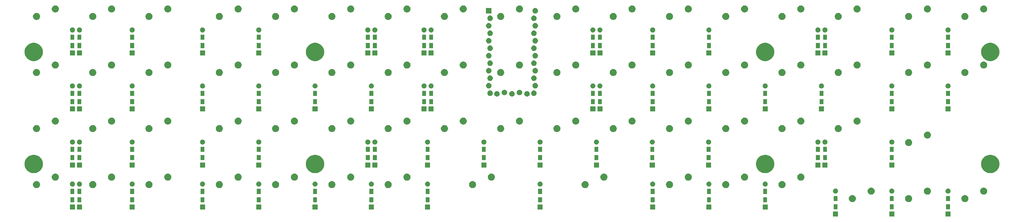
<source format=gbr>
G04 #@! TF.GenerationSoftware,KiCad,Pcbnew,(6.0.0-rc1-dev-577-ge0316af69)*
G04 #@! TF.CreationDate,2019-05-23T22:03:44-05:00*
G04 #@! TF.ProjectId,OrthonautSouthpaw,4F7274686F6E617574536F7574687061,v1*
G04 #@! TF.SameCoordinates,Original*
G04 #@! TF.FileFunction,Soldermask,Top*
G04 #@! TF.FilePolarity,Negative*
%FSLAX46Y46*%
G04 Gerber Fmt 4.6, Leading zero omitted, Abs format (unit mm)*
G04 Created by KiCad (PCBNEW (6.0.0-rc1-dev-577-ge0316af69)) date 05/23/19 22:03:44*
%MOMM*%
%LPD*%
G01*
G04 APERTURE LIST*
%ADD10C,0.100000*%
G04 APERTURE END LIST*
D10*
G36*
X354726000Y-93813500D02*
X353024000Y-93813500D01*
X353024000Y-92111500D01*
X354726000Y-92111500D01*
X354726000Y-93813500D01*
X354726000Y-93813500D01*
G37*
G36*
X316726000Y-93813500D02*
X315024000Y-93813500D01*
X315024000Y-92111500D01*
X316726000Y-92111500D01*
X316726000Y-93813500D01*
X316726000Y-93813500D01*
G37*
G36*
X335726000Y-93813500D02*
X334024000Y-93813500D01*
X334024000Y-92111500D01*
X335726000Y-92111500D01*
X335726000Y-93813500D01*
X335726000Y-93813500D01*
G37*
G36*
X102976000Y-91438500D02*
X101274000Y-91438500D01*
X101274000Y-89736500D01*
X102976000Y-89736500D01*
X102976000Y-91438500D01*
X102976000Y-91438500D01*
G37*
G36*
X61413500Y-91438500D02*
X59711500Y-91438500D01*
X59711500Y-89736500D01*
X61413500Y-89736500D01*
X61413500Y-91438500D01*
X61413500Y-91438500D01*
G37*
G36*
X79226000Y-91438500D02*
X77524000Y-91438500D01*
X77524000Y-89736500D01*
X79226000Y-89736500D01*
X79226000Y-91438500D01*
X79226000Y-91438500D01*
G37*
G36*
X121976000Y-91438500D02*
X120274000Y-91438500D01*
X120274000Y-89736500D01*
X121976000Y-89736500D01*
X121976000Y-91438500D01*
X121976000Y-91438500D01*
G37*
G36*
X140976000Y-91438500D02*
X139274000Y-91438500D01*
X139274000Y-89736500D01*
X140976000Y-89736500D01*
X140976000Y-91438500D01*
X140976000Y-91438500D01*
G37*
G36*
X159976000Y-91438500D02*
X158274000Y-91438500D01*
X158274000Y-89736500D01*
X159976000Y-89736500D01*
X159976000Y-91438500D01*
X159976000Y-91438500D01*
G37*
G36*
X178976000Y-91438500D02*
X177274000Y-91438500D01*
X177274000Y-89736500D01*
X178976000Y-89736500D01*
X178976000Y-91438500D01*
X178976000Y-91438500D01*
G37*
G36*
X254976000Y-91438500D02*
X253274000Y-91438500D01*
X253274000Y-89736500D01*
X254976000Y-89736500D01*
X254976000Y-91438500D01*
X254976000Y-91438500D01*
G37*
G36*
X273976000Y-91438500D02*
X272274000Y-91438500D01*
X272274000Y-89736500D01*
X273976000Y-89736500D01*
X273976000Y-91438500D01*
X273976000Y-91438500D01*
G37*
G36*
X292976000Y-91438500D02*
X291274000Y-91438500D01*
X291274000Y-89736500D01*
X292976000Y-89736500D01*
X292976000Y-91438500D01*
X292976000Y-91438500D01*
G37*
G36*
X59038500Y-91438500D02*
X57336500Y-91438500D01*
X57336500Y-89736500D01*
X59038500Y-89736500D01*
X59038500Y-91438500D01*
X59038500Y-91438500D01*
G37*
G36*
X216976000Y-91438500D02*
X215274000Y-91438500D01*
X215274000Y-89736500D01*
X216976000Y-89736500D01*
X216976000Y-91438500D01*
X216976000Y-91438500D01*
G37*
G36*
X335526000Y-91313500D02*
X334224000Y-91313500D01*
X334224000Y-89611500D01*
X335526000Y-89611500D01*
X335526000Y-91313500D01*
X335526000Y-91313500D01*
G37*
G36*
X316526000Y-91313500D02*
X315224000Y-91313500D01*
X315224000Y-89611500D01*
X316526000Y-89611500D01*
X316526000Y-91313500D01*
X316526000Y-91313500D01*
G37*
G36*
X354526000Y-91313500D02*
X353224000Y-91313500D01*
X353224000Y-89611500D01*
X354526000Y-89611500D01*
X354526000Y-91313500D01*
X354526000Y-91313500D01*
G37*
G36*
X102776000Y-88938500D02*
X101474000Y-88938500D01*
X101474000Y-87236500D01*
X102776000Y-87236500D01*
X102776000Y-88938500D01*
X102776000Y-88938500D01*
G37*
G36*
X61213500Y-88938500D02*
X59911500Y-88938500D01*
X59911500Y-87236500D01*
X61213500Y-87236500D01*
X61213500Y-88938500D01*
X61213500Y-88938500D01*
G37*
G36*
X79026000Y-88938500D02*
X77724000Y-88938500D01*
X77724000Y-87236500D01*
X79026000Y-87236500D01*
X79026000Y-88938500D01*
X79026000Y-88938500D01*
G37*
G36*
X121776000Y-88938500D02*
X120474000Y-88938500D01*
X120474000Y-87236500D01*
X121776000Y-87236500D01*
X121776000Y-88938500D01*
X121776000Y-88938500D01*
G37*
G36*
X58838500Y-88938500D02*
X57536500Y-88938500D01*
X57536500Y-87236500D01*
X58838500Y-87236500D01*
X58838500Y-88938500D01*
X58838500Y-88938500D01*
G37*
G36*
X140776000Y-88938500D02*
X139474000Y-88938500D01*
X139474000Y-87236500D01*
X140776000Y-87236500D01*
X140776000Y-88938500D01*
X140776000Y-88938500D01*
G37*
G36*
X178776000Y-88938500D02*
X177474000Y-88938500D01*
X177474000Y-87236500D01*
X178776000Y-87236500D01*
X178776000Y-88938500D01*
X178776000Y-88938500D01*
G37*
G36*
X273776000Y-88938500D02*
X272474000Y-88938500D01*
X272474000Y-87236500D01*
X273776000Y-87236500D01*
X273776000Y-88938500D01*
X273776000Y-88938500D01*
G37*
G36*
X216776000Y-88938500D02*
X215474000Y-88938500D01*
X215474000Y-87236500D01*
X216776000Y-87236500D01*
X216776000Y-88938500D01*
X216776000Y-88938500D01*
G37*
G36*
X254776000Y-88938500D02*
X253474000Y-88938500D01*
X253474000Y-87236500D01*
X254776000Y-87236500D01*
X254776000Y-88938500D01*
X254776000Y-88938500D01*
G37*
G36*
X292776000Y-88938500D02*
X291474000Y-88938500D01*
X291474000Y-87236500D01*
X292776000Y-87236500D01*
X292776000Y-88938500D01*
X292776000Y-88938500D01*
G37*
G36*
X159776000Y-88938500D02*
X158474000Y-88938500D01*
X158474000Y-87236500D01*
X159776000Y-87236500D01*
X159776000Y-88938500D01*
X159776000Y-88938500D01*
G37*
G36*
X321913277Y-86561885D02*
X322130572Y-86651891D01*
X322326131Y-86782560D01*
X322492440Y-86948869D01*
X322623109Y-87144428D01*
X322713115Y-87361723D01*
X322759000Y-87592401D01*
X322759000Y-87827599D01*
X322713115Y-88058277D01*
X322623109Y-88275572D01*
X322492440Y-88471131D01*
X322326131Y-88637440D01*
X322130572Y-88768109D01*
X321913277Y-88858115D01*
X321682599Y-88904000D01*
X321447401Y-88904000D01*
X321216723Y-88858115D01*
X320999428Y-88768109D01*
X320803869Y-88637440D01*
X320637560Y-88471131D01*
X320506891Y-88275572D01*
X320416885Y-88058277D01*
X320371000Y-87827599D01*
X320371000Y-87592401D01*
X320416885Y-87361723D01*
X320506891Y-87144428D01*
X320637560Y-86948869D01*
X320803869Y-86782560D01*
X320999428Y-86651891D01*
X321216723Y-86561885D01*
X321447401Y-86516000D01*
X321682599Y-86516000D01*
X321913277Y-86561885D01*
X321913277Y-86561885D01*
G37*
G36*
X340913277Y-86561885D02*
X341130572Y-86651891D01*
X341326131Y-86782560D01*
X341492440Y-86948869D01*
X341623109Y-87144428D01*
X341713115Y-87361723D01*
X341759000Y-87592401D01*
X341759000Y-87827599D01*
X341713115Y-88058277D01*
X341623109Y-88275572D01*
X341492440Y-88471131D01*
X341326131Y-88637440D01*
X341130572Y-88768109D01*
X340913277Y-88858115D01*
X340682599Y-88904000D01*
X340447401Y-88904000D01*
X340216723Y-88858115D01*
X339999428Y-88768109D01*
X339803869Y-88637440D01*
X339637560Y-88471131D01*
X339506891Y-88275572D01*
X339416885Y-88058277D01*
X339371000Y-87827599D01*
X339371000Y-87592401D01*
X339416885Y-87361723D01*
X339506891Y-87144428D01*
X339637560Y-86948869D01*
X339803869Y-86782560D01*
X339999428Y-86651891D01*
X340216723Y-86561885D01*
X340447401Y-86516000D01*
X340682599Y-86516000D01*
X340913277Y-86561885D01*
X340913277Y-86561885D01*
G37*
G36*
X359913277Y-86561885D02*
X360130572Y-86651891D01*
X360326131Y-86782560D01*
X360492440Y-86948869D01*
X360623109Y-87144428D01*
X360713115Y-87361723D01*
X360759000Y-87592401D01*
X360759000Y-87827599D01*
X360713115Y-88058277D01*
X360623109Y-88275572D01*
X360492440Y-88471131D01*
X360326131Y-88637440D01*
X360130572Y-88768109D01*
X359913277Y-88858115D01*
X359682599Y-88904000D01*
X359447401Y-88904000D01*
X359216723Y-88858115D01*
X358999428Y-88768109D01*
X358803869Y-88637440D01*
X358637560Y-88471131D01*
X358506891Y-88275572D01*
X358416885Y-88058277D01*
X358371000Y-87827599D01*
X358371000Y-87592401D01*
X358416885Y-87361723D01*
X358506891Y-87144428D01*
X358637560Y-86948869D01*
X358803869Y-86782560D01*
X358999428Y-86651891D01*
X359216723Y-86561885D01*
X359447401Y-86516000D01*
X359682599Y-86516000D01*
X359913277Y-86561885D01*
X359913277Y-86561885D01*
G37*
G36*
X354526000Y-88513500D02*
X353224000Y-88513500D01*
X353224000Y-86811500D01*
X354526000Y-86811500D01*
X354526000Y-88513500D01*
X354526000Y-88513500D01*
G37*
G36*
X335526000Y-88513500D02*
X334224000Y-88513500D01*
X334224000Y-86811500D01*
X335526000Y-86811500D01*
X335526000Y-88513500D01*
X335526000Y-88513500D01*
G37*
G36*
X316526000Y-88513500D02*
X315224000Y-88513500D01*
X315224000Y-86811500D01*
X316526000Y-86811500D01*
X316526000Y-88513500D01*
X316526000Y-88513500D01*
G37*
G36*
X328263277Y-84021885D02*
X328480572Y-84111891D01*
X328676131Y-84242560D01*
X328842440Y-84408869D01*
X328973109Y-84604428D01*
X329063115Y-84821723D01*
X329109000Y-85052401D01*
X329109000Y-85287599D01*
X329063115Y-85518277D01*
X328973109Y-85735572D01*
X328842440Y-85931131D01*
X328676131Y-86097440D01*
X328480572Y-86228109D01*
X328263277Y-86318115D01*
X328032599Y-86364000D01*
X327797401Y-86364000D01*
X327566723Y-86318115D01*
X327349428Y-86228109D01*
X327153869Y-86097440D01*
X326987560Y-85931131D01*
X326856891Y-85735572D01*
X326766885Y-85518277D01*
X326721000Y-85287599D01*
X326721000Y-85052401D01*
X326766885Y-84821723D01*
X326856891Y-84604428D01*
X326987560Y-84408869D01*
X327153869Y-84242560D01*
X327349428Y-84111891D01*
X327566723Y-84021885D01*
X327797401Y-83976000D01*
X328032599Y-83976000D01*
X328263277Y-84021885D01*
X328263277Y-84021885D01*
G37*
G36*
X366263277Y-84021885D02*
X366480572Y-84111891D01*
X366676131Y-84242560D01*
X366842440Y-84408869D01*
X366973109Y-84604428D01*
X367063115Y-84821723D01*
X367109000Y-85052401D01*
X367109000Y-85287599D01*
X367063115Y-85518277D01*
X366973109Y-85735572D01*
X366842440Y-85931131D01*
X366676131Y-86097440D01*
X366480572Y-86228109D01*
X366263277Y-86318115D01*
X366032599Y-86364000D01*
X365797401Y-86364000D01*
X365566723Y-86318115D01*
X365349428Y-86228109D01*
X365153869Y-86097440D01*
X364987560Y-85931131D01*
X364856891Y-85735572D01*
X364766885Y-85518277D01*
X364721000Y-85287599D01*
X364721000Y-85052401D01*
X364766885Y-84821723D01*
X364856891Y-84604428D01*
X364987560Y-84408869D01*
X365153869Y-84242560D01*
X365349428Y-84111891D01*
X365566723Y-84021885D01*
X365797401Y-83976000D01*
X366032599Y-83976000D01*
X366263277Y-84021885D01*
X366263277Y-84021885D01*
G37*
G36*
X347263277Y-84021885D02*
X347480572Y-84111891D01*
X347676131Y-84242560D01*
X347842440Y-84408869D01*
X347973109Y-84604428D01*
X348063115Y-84821723D01*
X348109000Y-85052401D01*
X348109000Y-85287599D01*
X348063115Y-85518277D01*
X347973109Y-85735572D01*
X347842440Y-85931131D01*
X347676131Y-86097440D01*
X347480572Y-86228109D01*
X347263277Y-86318115D01*
X347032599Y-86364000D01*
X346797401Y-86364000D01*
X346566723Y-86318115D01*
X346349428Y-86228109D01*
X346153869Y-86097440D01*
X345987560Y-85931131D01*
X345856891Y-85735572D01*
X345766885Y-85518277D01*
X345721000Y-85287599D01*
X345721000Y-85052401D01*
X345766885Y-84821723D01*
X345856891Y-84604428D01*
X345987560Y-84408869D01*
X346153869Y-84242560D01*
X346349428Y-84111891D01*
X346566723Y-84021885D01*
X346797401Y-83976000D01*
X347032599Y-83976000D01*
X347263277Y-84021885D01*
X347263277Y-84021885D01*
G37*
G36*
X121776000Y-86138500D02*
X120474000Y-86138500D01*
X120474000Y-84436500D01*
X121776000Y-84436500D01*
X121776000Y-86138500D01*
X121776000Y-86138500D01*
G37*
G36*
X58838500Y-86138500D02*
X57536500Y-86138500D01*
X57536500Y-84436500D01*
X58838500Y-84436500D01*
X58838500Y-86138500D01*
X58838500Y-86138500D01*
G37*
G36*
X140776000Y-86138500D02*
X139474000Y-86138500D01*
X139474000Y-84436500D01*
X140776000Y-84436500D01*
X140776000Y-86138500D01*
X140776000Y-86138500D01*
G37*
G36*
X102776000Y-86138500D02*
X101474000Y-86138500D01*
X101474000Y-84436500D01*
X102776000Y-84436500D01*
X102776000Y-86138500D01*
X102776000Y-86138500D01*
G37*
G36*
X79026000Y-86138500D02*
X77724000Y-86138500D01*
X77724000Y-84436500D01*
X79026000Y-84436500D01*
X79026000Y-86138500D01*
X79026000Y-86138500D01*
G37*
G36*
X159776000Y-86138500D02*
X158474000Y-86138500D01*
X158474000Y-84436500D01*
X159776000Y-84436500D01*
X159776000Y-86138500D01*
X159776000Y-86138500D01*
G37*
G36*
X61213500Y-86138500D02*
X59911500Y-86138500D01*
X59911500Y-84436500D01*
X61213500Y-84436500D01*
X61213500Y-86138500D01*
X61213500Y-86138500D01*
G37*
G36*
X178776000Y-86138500D02*
X177474000Y-86138500D01*
X177474000Y-84436500D01*
X178776000Y-84436500D01*
X178776000Y-86138500D01*
X178776000Y-86138500D01*
G37*
G36*
X216776000Y-86138500D02*
X215474000Y-86138500D01*
X215474000Y-84436500D01*
X216776000Y-84436500D01*
X216776000Y-86138500D01*
X216776000Y-86138500D01*
G37*
G36*
X254776000Y-86138500D02*
X253474000Y-86138500D01*
X253474000Y-84436500D01*
X254776000Y-84436500D01*
X254776000Y-86138500D01*
X254776000Y-86138500D01*
G37*
G36*
X273776000Y-86138500D02*
X272474000Y-86138500D01*
X272474000Y-84436500D01*
X273776000Y-84436500D01*
X273776000Y-86138500D01*
X273776000Y-86138500D01*
G37*
G36*
X292776000Y-86138500D02*
X291474000Y-86138500D01*
X291474000Y-84436500D01*
X292776000Y-84436500D01*
X292776000Y-86138500D01*
X292776000Y-86138500D01*
G37*
G36*
X354123228Y-84344203D02*
X354278100Y-84408353D01*
X354417481Y-84501485D01*
X354536015Y-84620019D01*
X354629147Y-84759400D01*
X354693297Y-84914272D01*
X354726000Y-85078684D01*
X354726000Y-85246316D01*
X354693297Y-85410728D01*
X354629147Y-85565600D01*
X354536015Y-85704981D01*
X354417481Y-85823515D01*
X354278100Y-85916647D01*
X354123228Y-85980797D01*
X353958816Y-86013500D01*
X353791184Y-86013500D01*
X353626772Y-85980797D01*
X353471900Y-85916647D01*
X353332519Y-85823515D01*
X353213985Y-85704981D01*
X353120853Y-85565600D01*
X353056703Y-85410728D01*
X353024000Y-85246316D01*
X353024000Y-85078684D01*
X353056703Y-84914272D01*
X353120853Y-84759400D01*
X353213985Y-84620019D01*
X353332519Y-84501485D01*
X353471900Y-84408353D01*
X353626772Y-84344203D01*
X353791184Y-84311500D01*
X353958816Y-84311500D01*
X354123228Y-84344203D01*
X354123228Y-84344203D01*
G37*
G36*
X316123228Y-84344203D02*
X316278100Y-84408353D01*
X316417481Y-84501485D01*
X316536015Y-84620019D01*
X316629147Y-84759400D01*
X316693297Y-84914272D01*
X316726000Y-85078684D01*
X316726000Y-85246316D01*
X316693297Y-85410728D01*
X316629147Y-85565600D01*
X316536015Y-85704981D01*
X316417481Y-85823515D01*
X316278100Y-85916647D01*
X316123228Y-85980797D01*
X315958816Y-86013500D01*
X315791184Y-86013500D01*
X315626772Y-85980797D01*
X315471900Y-85916647D01*
X315332519Y-85823515D01*
X315213985Y-85704981D01*
X315120853Y-85565600D01*
X315056703Y-85410728D01*
X315024000Y-85246316D01*
X315024000Y-85078684D01*
X315056703Y-84914272D01*
X315120853Y-84759400D01*
X315213985Y-84620019D01*
X315332519Y-84501485D01*
X315471900Y-84408353D01*
X315626772Y-84344203D01*
X315791184Y-84311500D01*
X315958816Y-84311500D01*
X316123228Y-84344203D01*
X316123228Y-84344203D01*
G37*
G36*
X335123228Y-84344203D02*
X335278100Y-84408353D01*
X335417481Y-84501485D01*
X335536015Y-84620019D01*
X335629147Y-84759400D01*
X335693297Y-84914272D01*
X335726000Y-85078684D01*
X335726000Y-85246316D01*
X335693297Y-85410728D01*
X335629147Y-85565600D01*
X335536015Y-85704981D01*
X335417481Y-85823515D01*
X335278100Y-85916647D01*
X335123228Y-85980797D01*
X334958816Y-86013500D01*
X334791184Y-86013500D01*
X334626772Y-85980797D01*
X334471900Y-85916647D01*
X334332519Y-85823515D01*
X334213985Y-85704981D01*
X334120853Y-85565600D01*
X334056703Y-85410728D01*
X334024000Y-85246316D01*
X334024000Y-85078684D01*
X334056703Y-84914272D01*
X334120853Y-84759400D01*
X334213985Y-84620019D01*
X334332519Y-84501485D01*
X334471900Y-84408353D01*
X334626772Y-84344203D01*
X334791184Y-84311500D01*
X334958816Y-84311500D01*
X335123228Y-84344203D01*
X335123228Y-84344203D01*
G37*
G36*
X298163277Y-81811885D02*
X298380572Y-81901891D01*
X298576131Y-82032560D01*
X298742440Y-82198869D01*
X298873109Y-82394428D01*
X298963115Y-82611723D01*
X299009000Y-82842401D01*
X299009000Y-83077599D01*
X298963115Y-83308277D01*
X298873109Y-83525572D01*
X298742440Y-83721131D01*
X298576131Y-83887440D01*
X298380572Y-84018109D01*
X298163277Y-84108115D01*
X297932599Y-84154000D01*
X297697401Y-84154000D01*
X297466723Y-84108115D01*
X297249428Y-84018109D01*
X297053869Y-83887440D01*
X296887560Y-83721131D01*
X296756891Y-83525572D01*
X296666885Y-83308277D01*
X296621000Y-83077599D01*
X296621000Y-82842401D01*
X296666885Y-82611723D01*
X296756891Y-82394428D01*
X296887560Y-82198869D01*
X297053869Y-82032560D01*
X297249428Y-81901891D01*
X297466723Y-81811885D01*
X297697401Y-81766000D01*
X297932599Y-81766000D01*
X298163277Y-81811885D01*
X298163277Y-81811885D01*
G37*
G36*
X231663277Y-81811885D02*
X231880572Y-81901891D01*
X232076131Y-82032560D01*
X232242440Y-82198869D01*
X232373109Y-82394428D01*
X232463115Y-82611723D01*
X232509000Y-82842401D01*
X232509000Y-83077599D01*
X232463115Y-83308277D01*
X232373109Y-83525572D01*
X232242440Y-83721131D01*
X232076131Y-83887440D01*
X231880572Y-84018109D01*
X231663277Y-84108115D01*
X231432599Y-84154000D01*
X231197401Y-84154000D01*
X230966723Y-84108115D01*
X230749428Y-84018109D01*
X230553869Y-83887440D01*
X230387560Y-83721131D01*
X230256891Y-83525572D01*
X230166885Y-83308277D01*
X230121000Y-83077599D01*
X230121000Y-82842401D01*
X230166885Y-82611723D01*
X230256891Y-82394428D01*
X230387560Y-82198869D01*
X230553869Y-82032560D01*
X230749428Y-81901891D01*
X230966723Y-81811885D01*
X231197401Y-81766000D01*
X231432599Y-81766000D01*
X231663277Y-81811885D01*
X231663277Y-81811885D01*
G37*
G36*
X193663277Y-81811885D02*
X193880572Y-81901891D01*
X194076131Y-82032560D01*
X194242440Y-82198869D01*
X194373109Y-82394428D01*
X194463115Y-82611723D01*
X194509000Y-82842401D01*
X194509000Y-83077599D01*
X194463115Y-83308277D01*
X194373109Y-83525572D01*
X194242440Y-83721131D01*
X194076131Y-83887440D01*
X193880572Y-84018109D01*
X193663277Y-84108115D01*
X193432599Y-84154000D01*
X193197401Y-84154000D01*
X192966723Y-84108115D01*
X192749428Y-84018109D01*
X192553869Y-83887440D01*
X192387560Y-83721131D01*
X192256891Y-83525572D01*
X192166885Y-83308277D01*
X192121000Y-83077599D01*
X192121000Y-82842401D01*
X192166885Y-82611723D01*
X192256891Y-82394428D01*
X192387560Y-82198869D01*
X192553869Y-82032560D01*
X192749428Y-81901891D01*
X192966723Y-81811885D01*
X193197401Y-81766000D01*
X193432599Y-81766000D01*
X193663277Y-81811885D01*
X193663277Y-81811885D01*
G37*
G36*
X165163277Y-81811885D02*
X165380572Y-81901891D01*
X165576131Y-82032560D01*
X165742440Y-82198869D01*
X165873109Y-82394428D01*
X165963115Y-82611723D01*
X166009000Y-82842401D01*
X166009000Y-83077599D01*
X165963115Y-83308277D01*
X165873109Y-83525572D01*
X165742440Y-83721131D01*
X165576131Y-83887440D01*
X165380572Y-84018109D01*
X165163277Y-84108115D01*
X164932599Y-84154000D01*
X164697401Y-84154000D01*
X164466723Y-84108115D01*
X164249428Y-84018109D01*
X164053869Y-83887440D01*
X163887560Y-83721131D01*
X163756891Y-83525572D01*
X163666885Y-83308277D01*
X163621000Y-83077599D01*
X163621000Y-82842401D01*
X163666885Y-82611723D01*
X163756891Y-82394428D01*
X163887560Y-82198869D01*
X164053869Y-82032560D01*
X164249428Y-81901891D01*
X164466723Y-81811885D01*
X164697401Y-81766000D01*
X164932599Y-81766000D01*
X165163277Y-81811885D01*
X165163277Y-81811885D01*
G37*
G36*
X146163277Y-81811885D02*
X146380572Y-81901891D01*
X146576131Y-82032560D01*
X146742440Y-82198869D01*
X146873109Y-82394428D01*
X146963115Y-82611723D01*
X147009000Y-82842401D01*
X147009000Y-83077599D01*
X146963115Y-83308277D01*
X146873109Y-83525572D01*
X146742440Y-83721131D01*
X146576131Y-83887440D01*
X146380572Y-84018109D01*
X146163277Y-84108115D01*
X145932599Y-84154000D01*
X145697401Y-84154000D01*
X145466723Y-84108115D01*
X145249428Y-84018109D01*
X145053869Y-83887440D01*
X144887560Y-83721131D01*
X144756891Y-83525572D01*
X144666885Y-83308277D01*
X144621000Y-83077599D01*
X144621000Y-82842401D01*
X144666885Y-82611723D01*
X144756891Y-82394428D01*
X144887560Y-82198869D01*
X145053869Y-82032560D01*
X145249428Y-81901891D01*
X145466723Y-81811885D01*
X145697401Y-81766000D01*
X145932599Y-81766000D01*
X146163277Y-81811885D01*
X146163277Y-81811885D01*
G37*
G36*
X127163277Y-81811885D02*
X127380572Y-81901891D01*
X127576131Y-82032560D01*
X127742440Y-82198869D01*
X127873109Y-82394428D01*
X127963115Y-82611723D01*
X128009000Y-82842401D01*
X128009000Y-83077599D01*
X127963115Y-83308277D01*
X127873109Y-83525572D01*
X127742440Y-83721131D01*
X127576131Y-83887440D01*
X127380572Y-84018109D01*
X127163277Y-84108115D01*
X126932599Y-84154000D01*
X126697401Y-84154000D01*
X126466723Y-84108115D01*
X126249428Y-84018109D01*
X126053869Y-83887440D01*
X125887560Y-83721131D01*
X125756891Y-83525572D01*
X125666885Y-83308277D01*
X125621000Y-83077599D01*
X125621000Y-82842401D01*
X125666885Y-82611723D01*
X125756891Y-82394428D01*
X125887560Y-82198869D01*
X126053869Y-82032560D01*
X126249428Y-81901891D01*
X126466723Y-81811885D01*
X126697401Y-81766000D01*
X126932599Y-81766000D01*
X127163277Y-81811885D01*
X127163277Y-81811885D01*
G37*
G36*
X108163277Y-81811885D02*
X108380572Y-81901891D01*
X108576131Y-82032560D01*
X108742440Y-82198869D01*
X108873109Y-82394428D01*
X108963115Y-82611723D01*
X109009000Y-82842401D01*
X109009000Y-83077599D01*
X108963115Y-83308277D01*
X108873109Y-83525572D01*
X108742440Y-83721131D01*
X108576131Y-83887440D01*
X108380572Y-84018109D01*
X108163277Y-84108115D01*
X107932599Y-84154000D01*
X107697401Y-84154000D01*
X107466723Y-84108115D01*
X107249428Y-84018109D01*
X107053869Y-83887440D01*
X106887560Y-83721131D01*
X106756891Y-83525572D01*
X106666885Y-83308277D01*
X106621000Y-83077599D01*
X106621000Y-82842401D01*
X106666885Y-82611723D01*
X106756891Y-82394428D01*
X106887560Y-82198869D01*
X107053869Y-82032560D01*
X107249428Y-81901891D01*
X107466723Y-81811885D01*
X107697401Y-81766000D01*
X107932599Y-81766000D01*
X108163277Y-81811885D01*
X108163277Y-81811885D01*
G37*
G36*
X84413277Y-81811885D02*
X84630572Y-81901891D01*
X84826131Y-82032560D01*
X84992440Y-82198869D01*
X85123109Y-82394428D01*
X85213115Y-82611723D01*
X85259000Y-82842401D01*
X85259000Y-83077599D01*
X85213115Y-83308277D01*
X85123109Y-83525572D01*
X84992440Y-83721131D01*
X84826131Y-83887440D01*
X84630572Y-84018109D01*
X84413277Y-84108115D01*
X84182599Y-84154000D01*
X83947401Y-84154000D01*
X83716723Y-84108115D01*
X83499428Y-84018109D01*
X83303869Y-83887440D01*
X83137560Y-83721131D01*
X83006891Y-83525572D01*
X82916885Y-83308277D01*
X82871000Y-83077599D01*
X82871000Y-82842401D01*
X82916885Y-82611723D01*
X83006891Y-82394428D01*
X83137560Y-82198869D01*
X83303869Y-82032560D01*
X83499428Y-81901891D01*
X83716723Y-81811885D01*
X83947401Y-81766000D01*
X84182599Y-81766000D01*
X84413277Y-81811885D01*
X84413277Y-81811885D01*
G37*
G36*
X46413277Y-81811885D02*
X46630572Y-81901891D01*
X46826131Y-82032560D01*
X46992440Y-82198869D01*
X47123109Y-82394428D01*
X47213115Y-82611723D01*
X47259000Y-82842401D01*
X47259000Y-83077599D01*
X47213115Y-83308277D01*
X47123109Y-83525572D01*
X46992440Y-83721131D01*
X46826131Y-83887440D01*
X46630572Y-84018109D01*
X46413277Y-84108115D01*
X46182599Y-84154000D01*
X45947401Y-84154000D01*
X45716723Y-84108115D01*
X45499428Y-84018109D01*
X45303869Y-83887440D01*
X45137560Y-83721131D01*
X45006891Y-83525572D01*
X44916885Y-83308277D01*
X44871000Y-83077599D01*
X44871000Y-82842401D01*
X44916885Y-82611723D01*
X45006891Y-82394428D01*
X45137560Y-82198869D01*
X45303869Y-82032560D01*
X45499428Y-81901891D01*
X45716723Y-81811885D01*
X45947401Y-81766000D01*
X46182599Y-81766000D01*
X46413277Y-81811885D01*
X46413277Y-81811885D01*
G37*
G36*
X65413277Y-81811885D02*
X65630572Y-81901891D01*
X65826131Y-82032560D01*
X65992440Y-82198869D01*
X66123109Y-82394428D01*
X66213115Y-82611723D01*
X66259000Y-82842401D01*
X66259000Y-83077599D01*
X66213115Y-83308277D01*
X66123109Y-83525572D01*
X65992440Y-83721131D01*
X65826131Y-83887440D01*
X65630572Y-84018109D01*
X65413277Y-84108115D01*
X65182599Y-84154000D01*
X64947401Y-84154000D01*
X64716723Y-84108115D01*
X64499428Y-84018109D01*
X64303869Y-83887440D01*
X64137560Y-83721131D01*
X64006891Y-83525572D01*
X63916885Y-83308277D01*
X63871000Y-83077599D01*
X63871000Y-82842401D01*
X63916885Y-82611723D01*
X64006891Y-82394428D01*
X64137560Y-82198869D01*
X64303869Y-82032560D01*
X64499428Y-81901891D01*
X64716723Y-81811885D01*
X64947401Y-81766000D01*
X65182599Y-81766000D01*
X65413277Y-81811885D01*
X65413277Y-81811885D01*
G37*
G36*
X260163277Y-81811885D02*
X260380572Y-81901891D01*
X260576131Y-82032560D01*
X260742440Y-82198869D01*
X260873109Y-82394428D01*
X260963115Y-82611723D01*
X261009000Y-82842401D01*
X261009000Y-83077599D01*
X260963115Y-83308277D01*
X260873109Y-83525572D01*
X260742440Y-83721131D01*
X260576131Y-83887440D01*
X260380572Y-84018109D01*
X260163277Y-84108115D01*
X259932599Y-84154000D01*
X259697401Y-84154000D01*
X259466723Y-84108115D01*
X259249428Y-84018109D01*
X259053869Y-83887440D01*
X258887560Y-83721131D01*
X258756891Y-83525572D01*
X258666885Y-83308277D01*
X258621000Y-83077599D01*
X258621000Y-82842401D01*
X258666885Y-82611723D01*
X258756891Y-82394428D01*
X258887560Y-82198869D01*
X259053869Y-82032560D01*
X259249428Y-81901891D01*
X259466723Y-81811885D01*
X259697401Y-81766000D01*
X259932599Y-81766000D01*
X260163277Y-81811885D01*
X260163277Y-81811885D01*
G37*
G36*
X279163277Y-81811885D02*
X279380572Y-81901891D01*
X279576131Y-82032560D01*
X279742440Y-82198869D01*
X279873109Y-82394428D01*
X279963115Y-82611723D01*
X280009000Y-82842401D01*
X280009000Y-83077599D01*
X279963115Y-83308277D01*
X279873109Y-83525572D01*
X279742440Y-83721131D01*
X279576131Y-83887440D01*
X279380572Y-84018109D01*
X279163277Y-84108115D01*
X278932599Y-84154000D01*
X278697401Y-84154000D01*
X278466723Y-84108115D01*
X278249428Y-84018109D01*
X278053869Y-83887440D01*
X277887560Y-83721131D01*
X277756891Y-83525572D01*
X277666885Y-83308277D01*
X277621000Y-83077599D01*
X277621000Y-82842401D01*
X277666885Y-82611723D01*
X277756891Y-82394428D01*
X277887560Y-82198869D01*
X278053869Y-82032560D01*
X278249428Y-81901891D01*
X278466723Y-81811885D01*
X278697401Y-81766000D01*
X278932599Y-81766000D01*
X279163277Y-81811885D01*
X279163277Y-81811885D01*
G37*
G36*
X58435728Y-81969203D02*
X58590600Y-82033353D01*
X58729981Y-82126485D01*
X58848515Y-82245019D01*
X58941647Y-82384400D01*
X59005797Y-82539272D01*
X59038500Y-82703684D01*
X59038500Y-82871316D01*
X59005797Y-83035728D01*
X58941647Y-83190600D01*
X58848515Y-83329981D01*
X58729981Y-83448515D01*
X58590600Y-83541647D01*
X58435728Y-83605797D01*
X58271316Y-83638500D01*
X58103684Y-83638500D01*
X57939272Y-83605797D01*
X57784400Y-83541647D01*
X57645019Y-83448515D01*
X57526485Y-83329981D01*
X57433353Y-83190600D01*
X57369203Y-83035728D01*
X57336500Y-82871316D01*
X57336500Y-82703684D01*
X57369203Y-82539272D01*
X57433353Y-82384400D01*
X57526485Y-82245019D01*
X57645019Y-82126485D01*
X57784400Y-82033353D01*
X57939272Y-81969203D01*
X58103684Y-81936500D01*
X58271316Y-81936500D01*
X58435728Y-81969203D01*
X58435728Y-81969203D01*
G37*
G36*
X292373228Y-81969203D02*
X292528100Y-82033353D01*
X292667481Y-82126485D01*
X292786015Y-82245019D01*
X292879147Y-82384400D01*
X292943297Y-82539272D01*
X292976000Y-82703684D01*
X292976000Y-82871316D01*
X292943297Y-83035728D01*
X292879147Y-83190600D01*
X292786015Y-83329981D01*
X292667481Y-83448515D01*
X292528100Y-83541647D01*
X292373228Y-83605797D01*
X292208816Y-83638500D01*
X292041184Y-83638500D01*
X291876772Y-83605797D01*
X291721900Y-83541647D01*
X291582519Y-83448515D01*
X291463985Y-83329981D01*
X291370853Y-83190600D01*
X291306703Y-83035728D01*
X291274000Y-82871316D01*
X291274000Y-82703684D01*
X291306703Y-82539272D01*
X291370853Y-82384400D01*
X291463985Y-82245019D01*
X291582519Y-82126485D01*
X291721900Y-82033353D01*
X291876772Y-81969203D01*
X292041184Y-81936500D01*
X292208816Y-81936500D01*
X292373228Y-81969203D01*
X292373228Y-81969203D01*
G37*
G36*
X254373228Y-81969203D02*
X254528100Y-82033353D01*
X254667481Y-82126485D01*
X254786015Y-82245019D01*
X254879147Y-82384400D01*
X254943297Y-82539272D01*
X254976000Y-82703684D01*
X254976000Y-82871316D01*
X254943297Y-83035728D01*
X254879147Y-83190600D01*
X254786015Y-83329981D01*
X254667481Y-83448515D01*
X254528100Y-83541647D01*
X254373228Y-83605797D01*
X254208816Y-83638500D01*
X254041184Y-83638500D01*
X253876772Y-83605797D01*
X253721900Y-83541647D01*
X253582519Y-83448515D01*
X253463985Y-83329981D01*
X253370853Y-83190600D01*
X253306703Y-83035728D01*
X253274000Y-82871316D01*
X253274000Y-82703684D01*
X253306703Y-82539272D01*
X253370853Y-82384400D01*
X253463985Y-82245019D01*
X253582519Y-82126485D01*
X253721900Y-82033353D01*
X253876772Y-81969203D01*
X254041184Y-81936500D01*
X254208816Y-81936500D01*
X254373228Y-81969203D01*
X254373228Y-81969203D01*
G37*
G36*
X216373228Y-81969203D02*
X216528100Y-82033353D01*
X216667481Y-82126485D01*
X216786015Y-82245019D01*
X216879147Y-82384400D01*
X216943297Y-82539272D01*
X216976000Y-82703684D01*
X216976000Y-82871316D01*
X216943297Y-83035728D01*
X216879147Y-83190600D01*
X216786015Y-83329981D01*
X216667481Y-83448515D01*
X216528100Y-83541647D01*
X216373228Y-83605797D01*
X216208816Y-83638500D01*
X216041184Y-83638500D01*
X215876772Y-83605797D01*
X215721900Y-83541647D01*
X215582519Y-83448515D01*
X215463985Y-83329981D01*
X215370853Y-83190600D01*
X215306703Y-83035728D01*
X215274000Y-82871316D01*
X215274000Y-82703684D01*
X215306703Y-82539272D01*
X215370853Y-82384400D01*
X215463985Y-82245019D01*
X215582519Y-82126485D01*
X215721900Y-82033353D01*
X215876772Y-81969203D01*
X216041184Y-81936500D01*
X216208816Y-81936500D01*
X216373228Y-81969203D01*
X216373228Y-81969203D01*
G37*
G36*
X78623228Y-81969203D02*
X78778100Y-82033353D01*
X78917481Y-82126485D01*
X79036015Y-82245019D01*
X79129147Y-82384400D01*
X79193297Y-82539272D01*
X79226000Y-82703684D01*
X79226000Y-82871316D01*
X79193297Y-83035728D01*
X79129147Y-83190600D01*
X79036015Y-83329981D01*
X78917481Y-83448515D01*
X78778100Y-83541647D01*
X78623228Y-83605797D01*
X78458816Y-83638500D01*
X78291184Y-83638500D01*
X78126772Y-83605797D01*
X77971900Y-83541647D01*
X77832519Y-83448515D01*
X77713985Y-83329981D01*
X77620853Y-83190600D01*
X77556703Y-83035728D01*
X77524000Y-82871316D01*
X77524000Y-82703684D01*
X77556703Y-82539272D01*
X77620853Y-82384400D01*
X77713985Y-82245019D01*
X77832519Y-82126485D01*
X77971900Y-82033353D01*
X78126772Y-81969203D01*
X78291184Y-81936500D01*
X78458816Y-81936500D01*
X78623228Y-81969203D01*
X78623228Y-81969203D01*
G37*
G36*
X60810728Y-81969203D02*
X60965600Y-82033353D01*
X61104981Y-82126485D01*
X61223515Y-82245019D01*
X61316647Y-82384400D01*
X61380797Y-82539272D01*
X61413500Y-82703684D01*
X61413500Y-82871316D01*
X61380797Y-83035728D01*
X61316647Y-83190600D01*
X61223515Y-83329981D01*
X61104981Y-83448515D01*
X60965600Y-83541647D01*
X60810728Y-83605797D01*
X60646316Y-83638500D01*
X60478684Y-83638500D01*
X60314272Y-83605797D01*
X60159400Y-83541647D01*
X60020019Y-83448515D01*
X59901485Y-83329981D01*
X59808353Y-83190600D01*
X59744203Y-83035728D01*
X59711500Y-82871316D01*
X59711500Y-82703684D01*
X59744203Y-82539272D01*
X59808353Y-82384400D01*
X59901485Y-82245019D01*
X60020019Y-82126485D01*
X60159400Y-82033353D01*
X60314272Y-81969203D01*
X60478684Y-81936500D01*
X60646316Y-81936500D01*
X60810728Y-81969203D01*
X60810728Y-81969203D01*
G37*
G36*
X102373228Y-81969203D02*
X102528100Y-82033353D01*
X102667481Y-82126485D01*
X102786015Y-82245019D01*
X102879147Y-82384400D01*
X102943297Y-82539272D01*
X102976000Y-82703684D01*
X102976000Y-82871316D01*
X102943297Y-83035728D01*
X102879147Y-83190600D01*
X102786015Y-83329981D01*
X102667481Y-83448515D01*
X102528100Y-83541647D01*
X102373228Y-83605797D01*
X102208816Y-83638500D01*
X102041184Y-83638500D01*
X101876772Y-83605797D01*
X101721900Y-83541647D01*
X101582519Y-83448515D01*
X101463985Y-83329981D01*
X101370853Y-83190600D01*
X101306703Y-83035728D01*
X101274000Y-82871316D01*
X101274000Y-82703684D01*
X101306703Y-82539272D01*
X101370853Y-82384400D01*
X101463985Y-82245019D01*
X101582519Y-82126485D01*
X101721900Y-82033353D01*
X101876772Y-81969203D01*
X102041184Y-81936500D01*
X102208816Y-81936500D01*
X102373228Y-81969203D01*
X102373228Y-81969203D01*
G37*
G36*
X273373228Y-81969203D02*
X273528100Y-82033353D01*
X273667481Y-82126485D01*
X273786015Y-82245019D01*
X273879147Y-82384400D01*
X273943297Y-82539272D01*
X273976000Y-82703684D01*
X273976000Y-82871316D01*
X273943297Y-83035728D01*
X273879147Y-83190600D01*
X273786015Y-83329981D01*
X273667481Y-83448515D01*
X273528100Y-83541647D01*
X273373228Y-83605797D01*
X273208816Y-83638500D01*
X273041184Y-83638500D01*
X272876772Y-83605797D01*
X272721900Y-83541647D01*
X272582519Y-83448515D01*
X272463985Y-83329981D01*
X272370853Y-83190600D01*
X272306703Y-83035728D01*
X272274000Y-82871316D01*
X272274000Y-82703684D01*
X272306703Y-82539272D01*
X272370853Y-82384400D01*
X272463985Y-82245019D01*
X272582519Y-82126485D01*
X272721900Y-82033353D01*
X272876772Y-81969203D01*
X273041184Y-81936500D01*
X273208816Y-81936500D01*
X273373228Y-81969203D01*
X273373228Y-81969203D01*
G37*
G36*
X159373228Y-81969203D02*
X159528100Y-82033353D01*
X159667481Y-82126485D01*
X159786015Y-82245019D01*
X159879147Y-82384400D01*
X159943297Y-82539272D01*
X159976000Y-82703684D01*
X159976000Y-82871316D01*
X159943297Y-83035728D01*
X159879147Y-83190600D01*
X159786015Y-83329981D01*
X159667481Y-83448515D01*
X159528100Y-83541647D01*
X159373228Y-83605797D01*
X159208816Y-83638500D01*
X159041184Y-83638500D01*
X158876772Y-83605797D01*
X158721900Y-83541647D01*
X158582519Y-83448515D01*
X158463985Y-83329981D01*
X158370853Y-83190600D01*
X158306703Y-83035728D01*
X158274000Y-82871316D01*
X158274000Y-82703684D01*
X158306703Y-82539272D01*
X158370853Y-82384400D01*
X158463985Y-82245019D01*
X158582519Y-82126485D01*
X158721900Y-82033353D01*
X158876772Y-81969203D01*
X159041184Y-81936500D01*
X159208816Y-81936500D01*
X159373228Y-81969203D01*
X159373228Y-81969203D01*
G37*
G36*
X121373228Y-81969203D02*
X121528100Y-82033353D01*
X121667481Y-82126485D01*
X121786015Y-82245019D01*
X121879147Y-82384400D01*
X121943297Y-82539272D01*
X121976000Y-82703684D01*
X121976000Y-82871316D01*
X121943297Y-83035728D01*
X121879147Y-83190600D01*
X121786015Y-83329981D01*
X121667481Y-83448515D01*
X121528100Y-83541647D01*
X121373228Y-83605797D01*
X121208816Y-83638500D01*
X121041184Y-83638500D01*
X120876772Y-83605797D01*
X120721900Y-83541647D01*
X120582519Y-83448515D01*
X120463985Y-83329981D01*
X120370853Y-83190600D01*
X120306703Y-83035728D01*
X120274000Y-82871316D01*
X120274000Y-82703684D01*
X120306703Y-82539272D01*
X120370853Y-82384400D01*
X120463985Y-82245019D01*
X120582519Y-82126485D01*
X120721900Y-82033353D01*
X120876772Y-81969203D01*
X121041184Y-81936500D01*
X121208816Y-81936500D01*
X121373228Y-81969203D01*
X121373228Y-81969203D01*
G37*
G36*
X140373228Y-81969203D02*
X140528100Y-82033353D01*
X140667481Y-82126485D01*
X140786015Y-82245019D01*
X140879147Y-82384400D01*
X140943297Y-82539272D01*
X140976000Y-82703684D01*
X140976000Y-82871316D01*
X140943297Y-83035728D01*
X140879147Y-83190600D01*
X140786015Y-83329981D01*
X140667481Y-83448515D01*
X140528100Y-83541647D01*
X140373228Y-83605797D01*
X140208816Y-83638500D01*
X140041184Y-83638500D01*
X139876772Y-83605797D01*
X139721900Y-83541647D01*
X139582519Y-83448515D01*
X139463985Y-83329981D01*
X139370853Y-83190600D01*
X139306703Y-83035728D01*
X139274000Y-82871316D01*
X139274000Y-82703684D01*
X139306703Y-82539272D01*
X139370853Y-82384400D01*
X139463985Y-82245019D01*
X139582519Y-82126485D01*
X139721900Y-82033353D01*
X139876772Y-81969203D01*
X140041184Y-81936500D01*
X140208816Y-81936500D01*
X140373228Y-81969203D01*
X140373228Y-81969203D01*
G37*
G36*
X178373228Y-81969203D02*
X178528100Y-82033353D01*
X178667481Y-82126485D01*
X178786015Y-82245019D01*
X178879147Y-82384400D01*
X178943297Y-82539272D01*
X178976000Y-82703684D01*
X178976000Y-82871316D01*
X178943297Y-83035728D01*
X178879147Y-83190600D01*
X178786015Y-83329981D01*
X178667481Y-83448515D01*
X178528100Y-83541647D01*
X178373228Y-83605797D01*
X178208816Y-83638500D01*
X178041184Y-83638500D01*
X177876772Y-83605797D01*
X177721900Y-83541647D01*
X177582519Y-83448515D01*
X177463985Y-83329981D01*
X177370853Y-83190600D01*
X177306703Y-83035728D01*
X177274000Y-82871316D01*
X177274000Y-82703684D01*
X177306703Y-82539272D01*
X177370853Y-82384400D01*
X177463985Y-82245019D01*
X177582519Y-82126485D01*
X177721900Y-82033353D01*
X177876772Y-81969203D01*
X178041184Y-81936500D01*
X178208816Y-81936500D01*
X178373228Y-81969203D01*
X178373228Y-81969203D01*
G37*
G36*
X90763277Y-79271885D02*
X90980572Y-79361891D01*
X91176131Y-79492560D01*
X91342440Y-79658869D01*
X91473109Y-79854428D01*
X91563115Y-80071723D01*
X91609000Y-80302401D01*
X91609000Y-80537599D01*
X91563115Y-80768277D01*
X91473109Y-80985572D01*
X91342440Y-81181131D01*
X91176131Y-81347440D01*
X90980572Y-81478109D01*
X90763277Y-81568115D01*
X90532599Y-81614000D01*
X90297401Y-81614000D01*
X90066723Y-81568115D01*
X89849428Y-81478109D01*
X89653869Y-81347440D01*
X89487560Y-81181131D01*
X89356891Y-80985572D01*
X89266885Y-80768277D01*
X89221000Y-80537599D01*
X89221000Y-80302401D01*
X89266885Y-80071723D01*
X89356891Y-79854428D01*
X89487560Y-79658869D01*
X89653869Y-79492560D01*
X89849428Y-79361891D01*
X90066723Y-79271885D01*
X90297401Y-79226000D01*
X90532599Y-79226000D01*
X90763277Y-79271885D01*
X90763277Y-79271885D01*
G37*
G36*
X52763277Y-79271885D02*
X52980572Y-79361891D01*
X53176131Y-79492560D01*
X53342440Y-79658869D01*
X53473109Y-79854428D01*
X53563115Y-80071723D01*
X53609000Y-80302401D01*
X53609000Y-80537599D01*
X53563115Y-80768277D01*
X53473109Y-80985572D01*
X53342440Y-81181131D01*
X53176131Y-81347440D01*
X52980572Y-81478109D01*
X52763277Y-81568115D01*
X52532599Y-81614000D01*
X52297401Y-81614000D01*
X52066723Y-81568115D01*
X51849428Y-81478109D01*
X51653869Y-81347440D01*
X51487560Y-81181131D01*
X51356891Y-80985572D01*
X51266885Y-80768277D01*
X51221000Y-80537599D01*
X51221000Y-80302401D01*
X51266885Y-80071723D01*
X51356891Y-79854428D01*
X51487560Y-79658869D01*
X51653869Y-79492560D01*
X51849428Y-79361891D01*
X52066723Y-79271885D01*
X52297401Y-79226000D01*
X52532599Y-79226000D01*
X52763277Y-79271885D01*
X52763277Y-79271885D01*
G37*
G36*
X71763277Y-79271885D02*
X71980572Y-79361891D01*
X72176131Y-79492560D01*
X72342440Y-79658869D01*
X72473109Y-79854428D01*
X72563115Y-80071723D01*
X72609000Y-80302401D01*
X72609000Y-80537599D01*
X72563115Y-80768277D01*
X72473109Y-80985572D01*
X72342440Y-81181131D01*
X72176131Y-81347440D01*
X71980572Y-81478109D01*
X71763277Y-81568115D01*
X71532599Y-81614000D01*
X71297401Y-81614000D01*
X71066723Y-81568115D01*
X70849428Y-81478109D01*
X70653869Y-81347440D01*
X70487560Y-81181131D01*
X70356891Y-80985572D01*
X70266885Y-80768277D01*
X70221000Y-80537599D01*
X70221000Y-80302401D01*
X70266885Y-80071723D01*
X70356891Y-79854428D01*
X70487560Y-79658869D01*
X70653869Y-79492560D01*
X70849428Y-79361891D01*
X71066723Y-79271885D01*
X71297401Y-79226000D01*
X71532599Y-79226000D01*
X71763277Y-79271885D01*
X71763277Y-79271885D01*
G37*
G36*
X114513277Y-79271885D02*
X114730572Y-79361891D01*
X114926131Y-79492560D01*
X115092440Y-79658869D01*
X115223109Y-79854428D01*
X115313115Y-80071723D01*
X115359000Y-80302401D01*
X115359000Y-80537599D01*
X115313115Y-80768277D01*
X115223109Y-80985572D01*
X115092440Y-81181131D01*
X114926131Y-81347440D01*
X114730572Y-81478109D01*
X114513277Y-81568115D01*
X114282599Y-81614000D01*
X114047401Y-81614000D01*
X113816723Y-81568115D01*
X113599428Y-81478109D01*
X113403869Y-81347440D01*
X113237560Y-81181131D01*
X113106891Y-80985572D01*
X113016885Y-80768277D01*
X112971000Y-80537599D01*
X112971000Y-80302401D01*
X113016885Y-80071723D01*
X113106891Y-79854428D01*
X113237560Y-79658869D01*
X113403869Y-79492560D01*
X113599428Y-79361891D01*
X113816723Y-79271885D01*
X114047401Y-79226000D01*
X114282599Y-79226000D01*
X114513277Y-79271885D01*
X114513277Y-79271885D01*
G37*
G36*
X133513277Y-79271885D02*
X133730572Y-79361891D01*
X133926131Y-79492560D01*
X134092440Y-79658869D01*
X134223109Y-79854428D01*
X134313115Y-80071723D01*
X134359000Y-80302401D01*
X134359000Y-80537599D01*
X134313115Y-80768277D01*
X134223109Y-80985572D01*
X134092440Y-81181131D01*
X133926131Y-81347440D01*
X133730572Y-81478109D01*
X133513277Y-81568115D01*
X133282599Y-81614000D01*
X133047401Y-81614000D01*
X132816723Y-81568115D01*
X132599428Y-81478109D01*
X132403869Y-81347440D01*
X132237560Y-81181131D01*
X132106891Y-80985572D01*
X132016885Y-80768277D01*
X131971000Y-80537599D01*
X131971000Y-80302401D01*
X132016885Y-80071723D01*
X132106891Y-79854428D01*
X132237560Y-79658869D01*
X132403869Y-79492560D01*
X132599428Y-79361891D01*
X132816723Y-79271885D01*
X133047401Y-79226000D01*
X133282599Y-79226000D01*
X133513277Y-79271885D01*
X133513277Y-79271885D01*
G37*
G36*
X152513277Y-79271885D02*
X152730572Y-79361891D01*
X152926131Y-79492560D01*
X153092440Y-79658869D01*
X153223109Y-79854428D01*
X153313115Y-80071723D01*
X153359000Y-80302401D01*
X153359000Y-80537599D01*
X153313115Y-80768277D01*
X153223109Y-80985572D01*
X153092440Y-81181131D01*
X152926131Y-81347440D01*
X152730572Y-81478109D01*
X152513277Y-81568115D01*
X152282599Y-81614000D01*
X152047401Y-81614000D01*
X151816723Y-81568115D01*
X151599428Y-81478109D01*
X151403869Y-81347440D01*
X151237560Y-81181131D01*
X151106891Y-80985572D01*
X151016885Y-80768277D01*
X150971000Y-80537599D01*
X150971000Y-80302401D01*
X151016885Y-80071723D01*
X151106891Y-79854428D01*
X151237560Y-79658869D01*
X151403869Y-79492560D01*
X151599428Y-79361891D01*
X151816723Y-79271885D01*
X152047401Y-79226000D01*
X152282599Y-79226000D01*
X152513277Y-79271885D01*
X152513277Y-79271885D01*
G37*
G36*
X200013277Y-79271885D02*
X200230572Y-79361891D01*
X200426131Y-79492560D01*
X200592440Y-79658869D01*
X200723109Y-79854428D01*
X200813115Y-80071723D01*
X200859000Y-80302401D01*
X200859000Y-80537599D01*
X200813115Y-80768277D01*
X200723109Y-80985572D01*
X200592440Y-81181131D01*
X200426131Y-81347440D01*
X200230572Y-81478109D01*
X200013277Y-81568115D01*
X199782599Y-81614000D01*
X199547401Y-81614000D01*
X199316723Y-81568115D01*
X199099428Y-81478109D01*
X198903869Y-81347440D01*
X198737560Y-81181131D01*
X198606891Y-80985572D01*
X198516885Y-80768277D01*
X198471000Y-80537599D01*
X198471000Y-80302401D01*
X198516885Y-80071723D01*
X198606891Y-79854428D01*
X198737560Y-79658869D01*
X198903869Y-79492560D01*
X199099428Y-79361891D01*
X199316723Y-79271885D01*
X199547401Y-79226000D01*
X199782599Y-79226000D01*
X200013277Y-79271885D01*
X200013277Y-79271885D01*
G37*
G36*
X266513277Y-79271885D02*
X266730572Y-79361891D01*
X266926131Y-79492560D01*
X267092440Y-79658869D01*
X267223109Y-79854428D01*
X267313115Y-80071723D01*
X267359000Y-80302401D01*
X267359000Y-80537599D01*
X267313115Y-80768277D01*
X267223109Y-80985572D01*
X267092440Y-81181131D01*
X266926131Y-81347440D01*
X266730572Y-81478109D01*
X266513277Y-81568115D01*
X266282599Y-81614000D01*
X266047401Y-81614000D01*
X265816723Y-81568115D01*
X265599428Y-81478109D01*
X265403869Y-81347440D01*
X265237560Y-81181131D01*
X265106891Y-80985572D01*
X265016885Y-80768277D01*
X264971000Y-80537599D01*
X264971000Y-80302401D01*
X265016885Y-80071723D01*
X265106891Y-79854428D01*
X265237560Y-79658869D01*
X265403869Y-79492560D01*
X265599428Y-79361891D01*
X265816723Y-79271885D01*
X266047401Y-79226000D01*
X266282599Y-79226000D01*
X266513277Y-79271885D01*
X266513277Y-79271885D01*
G37*
G36*
X285513277Y-79271885D02*
X285730572Y-79361891D01*
X285926131Y-79492560D01*
X286092440Y-79658869D01*
X286223109Y-79854428D01*
X286313115Y-80071723D01*
X286359000Y-80302401D01*
X286359000Y-80537599D01*
X286313115Y-80768277D01*
X286223109Y-80985572D01*
X286092440Y-81181131D01*
X285926131Y-81347440D01*
X285730572Y-81478109D01*
X285513277Y-81568115D01*
X285282599Y-81614000D01*
X285047401Y-81614000D01*
X284816723Y-81568115D01*
X284599428Y-81478109D01*
X284403869Y-81347440D01*
X284237560Y-81181131D01*
X284106891Y-80985572D01*
X284016885Y-80768277D01*
X283971000Y-80537599D01*
X283971000Y-80302401D01*
X284016885Y-80071723D01*
X284106891Y-79854428D01*
X284237560Y-79658869D01*
X284403869Y-79492560D01*
X284599428Y-79361891D01*
X284816723Y-79271885D01*
X285047401Y-79226000D01*
X285282599Y-79226000D01*
X285513277Y-79271885D01*
X285513277Y-79271885D01*
G37*
G36*
X304513277Y-79271885D02*
X304730572Y-79361891D01*
X304926131Y-79492560D01*
X305092440Y-79658869D01*
X305223109Y-79854428D01*
X305313115Y-80071723D01*
X305359000Y-80302401D01*
X305359000Y-80537599D01*
X305313115Y-80768277D01*
X305223109Y-80985572D01*
X305092440Y-81181131D01*
X304926131Y-81347440D01*
X304730572Y-81478109D01*
X304513277Y-81568115D01*
X304282599Y-81614000D01*
X304047401Y-81614000D01*
X303816723Y-81568115D01*
X303599428Y-81478109D01*
X303403869Y-81347440D01*
X303237560Y-81181131D01*
X303106891Y-80985572D01*
X303016885Y-80768277D01*
X302971000Y-80537599D01*
X302971000Y-80302401D01*
X303016885Y-80071723D01*
X303106891Y-79854428D01*
X303237560Y-79658869D01*
X303403869Y-79492560D01*
X303599428Y-79361891D01*
X303816723Y-79271885D01*
X304047401Y-79226000D01*
X304282599Y-79226000D01*
X304513277Y-79271885D01*
X304513277Y-79271885D01*
G37*
G36*
X238013277Y-79271885D02*
X238230572Y-79361891D01*
X238426131Y-79492560D01*
X238592440Y-79658869D01*
X238723109Y-79854428D01*
X238813115Y-80071723D01*
X238859000Y-80302401D01*
X238859000Y-80537599D01*
X238813115Y-80768277D01*
X238723109Y-80985572D01*
X238592440Y-81181131D01*
X238426131Y-81347440D01*
X238230572Y-81478109D01*
X238013277Y-81568115D01*
X237782599Y-81614000D01*
X237547401Y-81614000D01*
X237316723Y-81568115D01*
X237099428Y-81478109D01*
X236903869Y-81347440D01*
X236737560Y-81181131D01*
X236606891Y-80985572D01*
X236516885Y-80768277D01*
X236471000Y-80537599D01*
X236471000Y-80302401D01*
X236516885Y-80071723D01*
X236606891Y-79854428D01*
X236737560Y-79658869D01*
X236903869Y-79492560D01*
X237099428Y-79361891D01*
X237316723Y-79271885D01*
X237547401Y-79226000D01*
X237782599Y-79226000D01*
X238013277Y-79271885D01*
X238013277Y-79271885D01*
G37*
G36*
X171513277Y-79271885D02*
X171730572Y-79361891D01*
X171926131Y-79492560D01*
X172092440Y-79658869D01*
X172223109Y-79854428D01*
X172313115Y-80071723D01*
X172359000Y-80302401D01*
X172359000Y-80537599D01*
X172313115Y-80768277D01*
X172223109Y-80985572D01*
X172092440Y-81181131D01*
X171926131Y-81347440D01*
X171730572Y-81478109D01*
X171513277Y-81568115D01*
X171282599Y-81614000D01*
X171047401Y-81614000D01*
X170816723Y-81568115D01*
X170599428Y-81478109D01*
X170403869Y-81347440D01*
X170237560Y-81181131D01*
X170106891Y-80985572D01*
X170016885Y-80768277D01*
X169971000Y-80537599D01*
X169971000Y-80302401D01*
X170016885Y-80071723D01*
X170106891Y-79854428D01*
X170237560Y-79658869D01*
X170403869Y-79492560D01*
X170599428Y-79361891D01*
X170816723Y-79271885D01*
X171047401Y-79226000D01*
X171282599Y-79226000D01*
X171513277Y-79271885D01*
X171513277Y-79271885D01*
G37*
G36*
X368729975Y-72958585D02*
X369029528Y-73018170D01*
X369263287Y-73114996D01*
X369593873Y-73251929D01*
X370101775Y-73591298D01*
X370533702Y-74023225D01*
X370873071Y-74531127D01*
X371106830Y-75095473D01*
X371226000Y-75694577D01*
X371226000Y-76305423D01*
X371106830Y-76904527D01*
X370873071Y-77468873D01*
X370533702Y-77976775D01*
X370101775Y-78408702D01*
X369593873Y-78748071D01*
X369263287Y-78885004D01*
X369029528Y-78981830D01*
X368729975Y-79041415D01*
X368430423Y-79101000D01*
X367819577Y-79101000D01*
X367520025Y-79041415D01*
X367220472Y-78981830D01*
X366986713Y-78885004D01*
X366656127Y-78748071D01*
X366148225Y-78408702D01*
X365716298Y-77976775D01*
X365376929Y-77468873D01*
X365143170Y-76904527D01*
X365024000Y-76305423D01*
X365024000Y-75694577D01*
X365143170Y-75095473D01*
X365376929Y-74531127D01*
X365716298Y-74023225D01*
X366148225Y-73591298D01*
X366656127Y-73251929D01*
X366986713Y-73114996D01*
X367220472Y-73018170D01*
X367520025Y-72958585D01*
X367819577Y-72899000D01*
X368430423Y-72899000D01*
X368729975Y-72958585D01*
X368729975Y-72958585D01*
G37*
G36*
X292729975Y-72958585D02*
X293029528Y-73018170D01*
X293263287Y-73114996D01*
X293593873Y-73251929D01*
X294101775Y-73591298D01*
X294533702Y-74023225D01*
X294873071Y-74531127D01*
X295106830Y-75095473D01*
X295226000Y-75694577D01*
X295226000Y-76305423D01*
X295106830Y-76904527D01*
X294873071Y-77468873D01*
X294533702Y-77976775D01*
X294101775Y-78408702D01*
X293593873Y-78748071D01*
X293263287Y-78885004D01*
X293029528Y-78981830D01*
X292729975Y-79041415D01*
X292430423Y-79101000D01*
X291819577Y-79101000D01*
X291520025Y-79041415D01*
X291220472Y-78981830D01*
X290986713Y-78885004D01*
X290656127Y-78748071D01*
X290148225Y-78408702D01*
X289716298Y-77976775D01*
X289376929Y-77468873D01*
X289143170Y-76904527D01*
X289024000Y-76305423D01*
X289024000Y-75694577D01*
X289143170Y-75095473D01*
X289376929Y-74531127D01*
X289716298Y-74023225D01*
X290148225Y-73591298D01*
X290656127Y-73251929D01*
X290986713Y-73114996D01*
X291220472Y-73018170D01*
X291520025Y-72958585D01*
X291819577Y-72899000D01*
X292430423Y-72899000D01*
X292729975Y-72958585D01*
X292729975Y-72958585D01*
G37*
G36*
X45729975Y-72958585D02*
X46029528Y-73018170D01*
X46263287Y-73114996D01*
X46593873Y-73251929D01*
X47101775Y-73591298D01*
X47533702Y-74023225D01*
X47873071Y-74531127D01*
X48106830Y-75095473D01*
X48226000Y-75694577D01*
X48226000Y-76305423D01*
X48106830Y-76904527D01*
X47873071Y-77468873D01*
X47533702Y-77976775D01*
X47101775Y-78408702D01*
X46593873Y-78748071D01*
X46263287Y-78885004D01*
X46029528Y-78981830D01*
X45729975Y-79041415D01*
X45430423Y-79101000D01*
X44819577Y-79101000D01*
X44520025Y-79041415D01*
X44220472Y-78981830D01*
X43986713Y-78885004D01*
X43656127Y-78748071D01*
X43148225Y-78408702D01*
X42716298Y-77976775D01*
X42376929Y-77468873D01*
X42143170Y-76904527D01*
X42024000Y-76305423D01*
X42024000Y-75694577D01*
X42143170Y-75095473D01*
X42376929Y-74531127D01*
X42716298Y-74023225D01*
X43148225Y-73591298D01*
X43656127Y-73251929D01*
X43986713Y-73114996D01*
X44220472Y-73018170D01*
X44520025Y-72958585D01*
X44819577Y-72899000D01*
X45430423Y-72899000D01*
X45729975Y-72958585D01*
X45729975Y-72958585D01*
G37*
G36*
X140729975Y-72958585D02*
X141029528Y-73018170D01*
X141263287Y-73114996D01*
X141593873Y-73251929D01*
X142101775Y-73591298D01*
X142533702Y-74023225D01*
X142873071Y-74531127D01*
X143106830Y-75095473D01*
X143226000Y-75694577D01*
X143226000Y-76305423D01*
X143106830Y-76904527D01*
X142873071Y-77468873D01*
X142533702Y-77976775D01*
X142101775Y-78408702D01*
X141593873Y-78748071D01*
X141263287Y-78885004D01*
X141029528Y-78981830D01*
X140729975Y-79041415D01*
X140430423Y-79101000D01*
X139819577Y-79101000D01*
X139520025Y-79041415D01*
X139220472Y-78981830D01*
X138986713Y-78885004D01*
X138656127Y-78748071D01*
X138148225Y-78408702D01*
X137716298Y-77976775D01*
X137376929Y-77468873D01*
X137143170Y-76904527D01*
X137024000Y-76305423D01*
X137024000Y-75694577D01*
X137143170Y-75095473D01*
X137376929Y-74531127D01*
X137716298Y-74023225D01*
X138148225Y-73591298D01*
X138656127Y-73251929D01*
X138986713Y-73114996D01*
X139220472Y-73018170D01*
X139520025Y-72958585D01*
X139819577Y-72899000D01*
X140430423Y-72899000D01*
X140729975Y-72958585D01*
X140729975Y-72958585D01*
G37*
G36*
X310788500Y-77188500D02*
X309086500Y-77188500D01*
X309086500Y-75486500D01*
X310788500Y-75486500D01*
X310788500Y-77188500D01*
X310788500Y-77188500D01*
G37*
G36*
X273851000Y-77188500D02*
X272149000Y-77188500D01*
X272149000Y-75486500D01*
X273851000Y-75486500D01*
X273851000Y-77188500D01*
X273851000Y-77188500D01*
G37*
G36*
X158788500Y-77188500D02*
X157086500Y-77188500D01*
X157086500Y-75486500D01*
X158788500Y-75486500D01*
X158788500Y-77188500D01*
X158788500Y-77188500D01*
G37*
G36*
X161163500Y-77188500D02*
X159461500Y-77188500D01*
X159461500Y-75486500D01*
X161163500Y-75486500D01*
X161163500Y-77188500D01*
X161163500Y-77188500D01*
G37*
G36*
X178976000Y-77188500D02*
X177274000Y-77188500D01*
X177274000Y-75486500D01*
X178976000Y-75486500D01*
X178976000Y-77188500D01*
X178976000Y-77188500D01*
G37*
G36*
X197976000Y-77188500D02*
X196274000Y-77188500D01*
X196274000Y-75486500D01*
X197976000Y-75486500D01*
X197976000Y-77188500D01*
X197976000Y-77188500D01*
G37*
G36*
X121976000Y-77188500D02*
X120274000Y-77188500D01*
X120274000Y-75486500D01*
X121976000Y-75486500D01*
X121976000Y-77188500D01*
X121976000Y-77188500D01*
G37*
G36*
X335726000Y-77188500D02*
X334024000Y-77188500D01*
X334024000Y-75486500D01*
X335726000Y-75486500D01*
X335726000Y-77188500D01*
X335726000Y-77188500D01*
G37*
G36*
X235976000Y-77188500D02*
X234274000Y-77188500D01*
X234274000Y-75486500D01*
X235976000Y-75486500D01*
X235976000Y-77188500D01*
X235976000Y-77188500D01*
G37*
G36*
X216976000Y-77188500D02*
X215274000Y-77188500D01*
X215274000Y-75486500D01*
X216976000Y-75486500D01*
X216976000Y-77188500D01*
X216976000Y-77188500D01*
G37*
G36*
X254851000Y-77188500D02*
X253149000Y-77188500D01*
X253149000Y-75486500D01*
X254851000Y-75486500D01*
X254851000Y-77188500D01*
X254851000Y-77188500D01*
G37*
G36*
X61413500Y-77188500D02*
X59711500Y-77188500D01*
X59711500Y-75486500D01*
X61413500Y-75486500D01*
X61413500Y-77188500D01*
X61413500Y-77188500D01*
G37*
G36*
X102976000Y-77188500D02*
X101274000Y-77188500D01*
X101274000Y-75486500D01*
X102976000Y-75486500D01*
X102976000Y-77188500D01*
X102976000Y-77188500D01*
G37*
G36*
X59038500Y-77188500D02*
X57336500Y-77188500D01*
X57336500Y-75486500D01*
X59038500Y-75486500D01*
X59038500Y-77188500D01*
X59038500Y-77188500D01*
G37*
G36*
X79226000Y-77188500D02*
X77524000Y-77188500D01*
X77524000Y-75486500D01*
X79226000Y-75486500D01*
X79226000Y-77188500D01*
X79226000Y-77188500D01*
G37*
G36*
X313163500Y-77188500D02*
X311461500Y-77188500D01*
X311461500Y-75486500D01*
X313163500Y-75486500D01*
X313163500Y-77188500D01*
X313163500Y-77188500D01*
G37*
G36*
X158588500Y-74688500D02*
X157286500Y-74688500D01*
X157286500Y-72986500D01*
X158588500Y-72986500D01*
X158588500Y-74688500D01*
X158588500Y-74688500D01*
G37*
G36*
X121776000Y-74688500D02*
X120474000Y-74688500D01*
X120474000Y-72986500D01*
X121776000Y-72986500D01*
X121776000Y-74688500D01*
X121776000Y-74688500D01*
G37*
G36*
X79026000Y-74688500D02*
X77724000Y-74688500D01*
X77724000Y-72986500D01*
X79026000Y-72986500D01*
X79026000Y-74688500D01*
X79026000Y-74688500D01*
G37*
G36*
X102776000Y-74688500D02*
X101474000Y-74688500D01*
X101474000Y-72986500D01*
X102776000Y-72986500D01*
X102776000Y-74688500D01*
X102776000Y-74688500D01*
G37*
G36*
X235776000Y-74688500D02*
X234474000Y-74688500D01*
X234474000Y-72986500D01*
X235776000Y-72986500D01*
X235776000Y-74688500D01*
X235776000Y-74688500D01*
G37*
G36*
X216776000Y-74688500D02*
X215474000Y-74688500D01*
X215474000Y-72986500D01*
X216776000Y-72986500D01*
X216776000Y-74688500D01*
X216776000Y-74688500D01*
G37*
G36*
X335526000Y-74688500D02*
X334224000Y-74688500D01*
X334224000Y-72986500D01*
X335526000Y-72986500D01*
X335526000Y-74688500D01*
X335526000Y-74688500D01*
G37*
G36*
X254651000Y-74688500D02*
X253349000Y-74688500D01*
X253349000Y-72986500D01*
X254651000Y-72986500D01*
X254651000Y-74688500D01*
X254651000Y-74688500D01*
G37*
G36*
X197776000Y-74688500D02*
X196474000Y-74688500D01*
X196474000Y-72986500D01*
X197776000Y-72986500D01*
X197776000Y-74688500D01*
X197776000Y-74688500D01*
G37*
G36*
X178776000Y-74688500D02*
X177474000Y-74688500D01*
X177474000Y-72986500D01*
X178776000Y-72986500D01*
X178776000Y-74688500D01*
X178776000Y-74688500D01*
G37*
G36*
X310588500Y-74688500D02*
X309286500Y-74688500D01*
X309286500Y-72986500D01*
X310588500Y-72986500D01*
X310588500Y-74688500D01*
X310588500Y-74688500D01*
G37*
G36*
X160963500Y-74688500D02*
X159661500Y-74688500D01*
X159661500Y-72986500D01*
X160963500Y-72986500D01*
X160963500Y-74688500D01*
X160963500Y-74688500D01*
G37*
G36*
X273651000Y-74688500D02*
X272349000Y-74688500D01*
X272349000Y-72986500D01*
X273651000Y-72986500D01*
X273651000Y-74688500D01*
X273651000Y-74688500D01*
G37*
G36*
X58838500Y-74688500D02*
X57536500Y-74688500D01*
X57536500Y-72986500D01*
X58838500Y-72986500D01*
X58838500Y-74688500D01*
X58838500Y-74688500D01*
G37*
G36*
X61213500Y-74688500D02*
X59911500Y-74688500D01*
X59911500Y-72986500D01*
X61213500Y-72986500D01*
X61213500Y-74688500D01*
X61213500Y-74688500D01*
G37*
G36*
X312963500Y-74688500D02*
X311661500Y-74688500D01*
X311661500Y-72986500D01*
X312963500Y-72986500D01*
X312963500Y-74688500D01*
X312963500Y-74688500D01*
G37*
G36*
X310588500Y-71888500D02*
X309286500Y-71888500D01*
X309286500Y-70186500D01*
X310588500Y-70186500D01*
X310588500Y-71888500D01*
X310588500Y-71888500D01*
G37*
G36*
X335526000Y-71888500D02*
X334224000Y-71888500D01*
X334224000Y-70186500D01*
X335526000Y-70186500D01*
X335526000Y-71888500D01*
X335526000Y-71888500D01*
G37*
G36*
X312963500Y-71888500D02*
X311661500Y-71888500D01*
X311661500Y-70186500D01*
X312963500Y-70186500D01*
X312963500Y-71888500D01*
X312963500Y-71888500D01*
G37*
G36*
X158588500Y-71888500D02*
X157286500Y-71888500D01*
X157286500Y-70186500D01*
X158588500Y-70186500D01*
X158588500Y-71888500D01*
X158588500Y-71888500D01*
G37*
G36*
X121776000Y-71888500D02*
X120474000Y-71888500D01*
X120474000Y-70186500D01*
X121776000Y-70186500D01*
X121776000Y-71888500D01*
X121776000Y-71888500D01*
G37*
G36*
X160963500Y-71888500D02*
X159661500Y-71888500D01*
X159661500Y-70186500D01*
X160963500Y-70186500D01*
X160963500Y-71888500D01*
X160963500Y-71888500D01*
G37*
G36*
X178776000Y-71888500D02*
X177474000Y-71888500D01*
X177474000Y-70186500D01*
X178776000Y-70186500D01*
X178776000Y-71888500D01*
X178776000Y-71888500D01*
G37*
G36*
X102776000Y-71888500D02*
X101474000Y-71888500D01*
X101474000Y-70186500D01*
X102776000Y-70186500D01*
X102776000Y-71888500D01*
X102776000Y-71888500D01*
G37*
G36*
X216776000Y-71888500D02*
X215474000Y-71888500D01*
X215474000Y-70186500D01*
X216776000Y-70186500D01*
X216776000Y-71888500D01*
X216776000Y-71888500D01*
G37*
G36*
X235776000Y-71888500D02*
X234474000Y-71888500D01*
X234474000Y-70186500D01*
X235776000Y-70186500D01*
X235776000Y-71888500D01*
X235776000Y-71888500D01*
G37*
G36*
X254651000Y-71888500D02*
X253349000Y-71888500D01*
X253349000Y-70186500D01*
X254651000Y-70186500D01*
X254651000Y-71888500D01*
X254651000Y-71888500D01*
G37*
G36*
X79026000Y-71888500D02*
X77724000Y-71888500D01*
X77724000Y-70186500D01*
X79026000Y-70186500D01*
X79026000Y-71888500D01*
X79026000Y-71888500D01*
G37*
G36*
X61213500Y-71888500D02*
X59911500Y-71888500D01*
X59911500Y-70186500D01*
X61213500Y-70186500D01*
X61213500Y-71888500D01*
X61213500Y-71888500D01*
G37*
G36*
X273651000Y-71888500D02*
X272349000Y-71888500D01*
X272349000Y-70186500D01*
X273651000Y-70186500D01*
X273651000Y-71888500D01*
X273651000Y-71888500D01*
G37*
G36*
X58838500Y-71888500D02*
X57536500Y-71888500D01*
X57536500Y-70186500D01*
X58838500Y-70186500D01*
X58838500Y-71888500D01*
X58838500Y-71888500D01*
G37*
G36*
X197776000Y-71888500D02*
X196474000Y-71888500D01*
X196474000Y-70186500D01*
X197776000Y-70186500D01*
X197776000Y-71888500D01*
X197776000Y-71888500D01*
G37*
G36*
X340913277Y-67561885D02*
X341130572Y-67651891D01*
X341326131Y-67782560D01*
X341492440Y-67948869D01*
X341623109Y-68144428D01*
X341713115Y-68361723D01*
X341759000Y-68592401D01*
X341759000Y-68827599D01*
X341713115Y-69058277D01*
X341623109Y-69275572D01*
X341492440Y-69471131D01*
X341326131Y-69637440D01*
X341130572Y-69768109D01*
X340913277Y-69858115D01*
X340682599Y-69904000D01*
X340447401Y-69904000D01*
X340216723Y-69858115D01*
X339999428Y-69768109D01*
X339803869Y-69637440D01*
X339637560Y-69471131D01*
X339506891Y-69275572D01*
X339416885Y-69058277D01*
X339371000Y-68827599D01*
X339371000Y-68592401D01*
X339416885Y-68361723D01*
X339506891Y-68144428D01*
X339637560Y-67948869D01*
X339803869Y-67782560D01*
X339999428Y-67651891D01*
X340216723Y-67561885D01*
X340447401Y-67516000D01*
X340682599Y-67516000D01*
X340913277Y-67561885D01*
X340913277Y-67561885D01*
G37*
G36*
X216373228Y-67719203D02*
X216528100Y-67783353D01*
X216667481Y-67876485D01*
X216786015Y-67995019D01*
X216879147Y-68134400D01*
X216943297Y-68289272D01*
X216976000Y-68453684D01*
X216976000Y-68621316D01*
X216943297Y-68785728D01*
X216879147Y-68940600D01*
X216786015Y-69079981D01*
X216667481Y-69198515D01*
X216528100Y-69291647D01*
X216373228Y-69355797D01*
X216208816Y-69388500D01*
X216041184Y-69388500D01*
X215876772Y-69355797D01*
X215721900Y-69291647D01*
X215582519Y-69198515D01*
X215463985Y-69079981D01*
X215370853Y-68940600D01*
X215306703Y-68785728D01*
X215274000Y-68621316D01*
X215274000Y-68453684D01*
X215306703Y-68289272D01*
X215370853Y-68134400D01*
X215463985Y-67995019D01*
X215582519Y-67876485D01*
X215721900Y-67783353D01*
X215876772Y-67719203D01*
X216041184Y-67686500D01*
X216208816Y-67686500D01*
X216373228Y-67719203D01*
X216373228Y-67719203D01*
G37*
G36*
X235373228Y-67719203D02*
X235528100Y-67783353D01*
X235667481Y-67876485D01*
X235786015Y-67995019D01*
X235879147Y-68134400D01*
X235943297Y-68289272D01*
X235976000Y-68453684D01*
X235976000Y-68621316D01*
X235943297Y-68785728D01*
X235879147Y-68940600D01*
X235786015Y-69079981D01*
X235667481Y-69198515D01*
X235528100Y-69291647D01*
X235373228Y-69355797D01*
X235208816Y-69388500D01*
X235041184Y-69388500D01*
X234876772Y-69355797D01*
X234721900Y-69291647D01*
X234582519Y-69198515D01*
X234463985Y-69079981D01*
X234370853Y-68940600D01*
X234306703Y-68785728D01*
X234274000Y-68621316D01*
X234274000Y-68453684D01*
X234306703Y-68289272D01*
X234370853Y-68134400D01*
X234463985Y-67995019D01*
X234582519Y-67876485D01*
X234721900Y-67783353D01*
X234876772Y-67719203D01*
X235041184Y-67686500D01*
X235208816Y-67686500D01*
X235373228Y-67719203D01*
X235373228Y-67719203D01*
G37*
G36*
X254248228Y-67719203D02*
X254403100Y-67783353D01*
X254542481Y-67876485D01*
X254661015Y-67995019D01*
X254754147Y-68134400D01*
X254818297Y-68289272D01*
X254851000Y-68453684D01*
X254851000Y-68621316D01*
X254818297Y-68785728D01*
X254754147Y-68940600D01*
X254661015Y-69079981D01*
X254542481Y-69198515D01*
X254403100Y-69291647D01*
X254248228Y-69355797D01*
X254083816Y-69388500D01*
X253916184Y-69388500D01*
X253751772Y-69355797D01*
X253596900Y-69291647D01*
X253457519Y-69198515D01*
X253338985Y-69079981D01*
X253245853Y-68940600D01*
X253181703Y-68785728D01*
X253149000Y-68621316D01*
X253149000Y-68453684D01*
X253181703Y-68289272D01*
X253245853Y-68134400D01*
X253338985Y-67995019D01*
X253457519Y-67876485D01*
X253596900Y-67783353D01*
X253751772Y-67719203D01*
X253916184Y-67686500D01*
X254083816Y-67686500D01*
X254248228Y-67719203D01*
X254248228Y-67719203D01*
G37*
G36*
X273248228Y-67719203D02*
X273403100Y-67783353D01*
X273542481Y-67876485D01*
X273661015Y-67995019D01*
X273754147Y-68134400D01*
X273818297Y-68289272D01*
X273851000Y-68453684D01*
X273851000Y-68621316D01*
X273818297Y-68785728D01*
X273754147Y-68940600D01*
X273661015Y-69079981D01*
X273542481Y-69198515D01*
X273403100Y-69291647D01*
X273248228Y-69355797D01*
X273083816Y-69388500D01*
X272916184Y-69388500D01*
X272751772Y-69355797D01*
X272596900Y-69291647D01*
X272457519Y-69198515D01*
X272338985Y-69079981D01*
X272245853Y-68940600D01*
X272181703Y-68785728D01*
X272149000Y-68621316D01*
X272149000Y-68453684D01*
X272181703Y-68289272D01*
X272245853Y-68134400D01*
X272338985Y-67995019D01*
X272457519Y-67876485D01*
X272596900Y-67783353D01*
X272751772Y-67719203D01*
X272916184Y-67686500D01*
X273083816Y-67686500D01*
X273248228Y-67719203D01*
X273248228Y-67719203D01*
G37*
G36*
X60810728Y-67719203D02*
X60965600Y-67783353D01*
X61104981Y-67876485D01*
X61223515Y-67995019D01*
X61316647Y-68134400D01*
X61380797Y-68289272D01*
X61413500Y-68453684D01*
X61413500Y-68621316D01*
X61380797Y-68785728D01*
X61316647Y-68940600D01*
X61223515Y-69079981D01*
X61104981Y-69198515D01*
X60965600Y-69291647D01*
X60810728Y-69355797D01*
X60646316Y-69388500D01*
X60478684Y-69388500D01*
X60314272Y-69355797D01*
X60159400Y-69291647D01*
X60020019Y-69198515D01*
X59901485Y-69079981D01*
X59808353Y-68940600D01*
X59744203Y-68785728D01*
X59711500Y-68621316D01*
X59711500Y-68453684D01*
X59744203Y-68289272D01*
X59808353Y-68134400D01*
X59901485Y-67995019D01*
X60020019Y-67876485D01*
X60159400Y-67783353D01*
X60314272Y-67719203D01*
X60478684Y-67686500D01*
X60646316Y-67686500D01*
X60810728Y-67719203D01*
X60810728Y-67719203D01*
G37*
G36*
X310185728Y-67719203D02*
X310340600Y-67783353D01*
X310479981Y-67876485D01*
X310598515Y-67995019D01*
X310691647Y-68134400D01*
X310755797Y-68289272D01*
X310788500Y-68453684D01*
X310788500Y-68621316D01*
X310755797Y-68785728D01*
X310691647Y-68940600D01*
X310598515Y-69079981D01*
X310479981Y-69198515D01*
X310340600Y-69291647D01*
X310185728Y-69355797D01*
X310021316Y-69388500D01*
X309853684Y-69388500D01*
X309689272Y-69355797D01*
X309534400Y-69291647D01*
X309395019Y-69198515D01*
X309276485Y-69079981D01*
X309183353Y-68940600D01*
X309119203Y-68785728D01*
X309086500Y-68621316D01*
X309086500Y-68453684D01*
X309119203Y-68289272D01*
X309183353Y-68134400D01*
X309276485Y-67995019D01*
X309395019Y-67876485D01*
X309534400Y-67783353D01*
X309689272Y-67719203D01*
X309853684Y-67686500D01*
X310021316Y-67686500D01*
X310185728Y-67719203D01*
X310185728Y-67719203D01*
G37*
G36*
X312560728Y-67719203D02*
X312715600Y-67783353D01*
X312854981Y-67876485D01*
X312973515Y-67995019D01*
X313066647Y-68134400D01*
X313130797Y-68289272D01*
X313163500Y-68453684D01*
X313163500Y-68621316D01*
X313130797Y-68785728D01*
X313066647Y-68940600D01*
X312973515Y-69079981D01*
X312854981Y-69198515D01*
X312715600Y-69291647D01*
X312560728Y-69355797D01*
X312396316Y-69388500D01*
X312228684Y-69388500D01*
X312064272Y-69355797D01*
X311909400Y-69291647D01*
X311770019Y-69198515D01*
X311651485Y-69079981D01*
X311558353Y-68940600D01*
X311494203Y-68785728D01*
X311461500Y-68621316D01*
X311461500Y-68453684D01*
X311494203Y-68289272D01*
X311558353Y-68134400D01*
X311651485Y-67995019D01*
X311770019Y-67876485D01*
X311909400Y-67783353D01*
X312064272Y-67719203D01*
X312228684Y-67686500D01*
X312396316Y-67686500D01*
X312560728Y-67719203D01*
X312560728Y-67719203D01*
G37*
G36*
X335123228Y-67719203D02*
X335278100Y-67783353D01*
X335417481Y-67876485D01*
X335536015Y-67995019D01*
X335629147Y-68134400D01*
X335693297Y-68289272D01*
X335726000Y-68453684D01*
X335726000Y-68621316D01*
X335693297Y-68785728D01*
X335629147Y-68940600D01*
X335536015Y-69079981D01*
X335417481Y-69198515D01*
X335278100Y-69291647D01*
X335123228Y-69355797D01*
X334958816Y-69388500D01*
X334791184Y-69388500D01*
X334626772Y-69355797D01*
X334471900Y-69291647D01*
X334332519Y-69198515D01*
X334213985Y-69079981D01*
X334120853Y-68940600D01*
X334056703Y-68785728D01*
X334024000Y-68621316D01*
X334024000Y-68453684D01*
X334056703Y-68289272D01*
X334120853Y-68134400D01*
X334213985Y-67995019D01*
X334332519Y-67876485D01*
X334471900Y-67783353D01*
X334626772Y-67719203D01*
X334791184Y-67686500D01*
X334958816Y-67686500D01*
X335123228Y-67719203D01*
X335123228Y-67719203D01*
G37*
G36*
X197373228Y-67719203D02*
X197528100Y-67783353D01*
X197667481Y-67876485D01*
X197786015Y-67995019D01*
X197879147Y-68134400D01*
X197943297Y-68289272D01*
X197976000Y-68453684D01*
X197976000Y-68621316D01*
X197943297Y-68785728D01*
X197879147Y-68940600D01*
X197786015Y-69079981D01*
X197667481Y-69198515D01*
X197528100Y-69291647D01*
X197373228Y-69355797D01*
X197208816Y-69388500D01*
X197041184Y-69388500D01*
X196876772Y-69355797D01*
X196721900Y-69291647D01*
X196582519Y-69198515D01*
X196463985Y-69079981D01*
X196370853Y-68940600D01*
X196306703Y-68785728D01*
X196274000Y-68621316D01*
X196274000Y-68453684D01*
X196306703Y-68289272D01*
X196370853Y-68134400D01*
X196463985Y-67995019D01*
X196582519Y-67876485D01*
X196721900Y-67783353D01*
X196876772Y-67719203D01*
X197041184Y-67686500D01*
X197208816Y-67686500D01*
X197373228Y-67719203D01*
X197373228Y-67719203D01*
G37*
G36*
X121373228Y-67719203D02*
X121528100Y-67783353D01*
X121667481Y-67876485D01*
X121786015Y-67995019D01*
X121879147Y-68134400D01*
X121943297Y-68289272D01*
X121976000Y-68453684D01*
X121976000Y-68621316D01*
X121943297Y-68785728D01*
X121879147Y-68940600D01*
X121786015Y-69079981D01*
X121667481Y-69198515D01*
X121528100Y-69291647D01*
X121373228Y-69355797D01*
X121208816Y-69388500D01*
X121041184Y-69388500D01*
X120876772Y-69355797D01*
X120721900Y-69291647D01*
X120582519Y-69198515D01*
X120463985Y-69079981D01*
X120370853Y-68940600D01*
X120306703Y-68785728D01*
X120274000Y-68621316D01*
X120274000Y-68453684D01*
X120306703Y-68289272D01*
X120370853Y-68134400D01*
X120463985Y-67995019D01*
X120582519Y-67876485D01*
X120721900Y-67783353D01*
X120876772Y-67719203D01*
X121041184Y-67686500D01*
X121208816Y-67686500D01*
X121373228Y-67719203D01*
X121373228Y-67719203D01*
G37*
G36*
X102373228Y-67719203D02*
X102528100Y-67783353D01*
X102667481Y-67876485D01*
X102786015Y-67995019D01*
X102879147Y-68134400D01*
X102943297Y-68289272D01*
X102976000Y-68453684D01*
X102976000Y-68621316D01*
X102943297Y-68785728D01*
X102879147Y-68940600D01*
X102786015Y-69079981D01*
X102667481Y-69198515D01*
X102528100Y-69291647D01*
X102373228Y-69355797D01*
X102208816Y-69388500D01*
X102041184Y-69388500D01*
X101876772Y-69355797D01*
X101721900Y-69291647D01*
X101582519Y-69198515D01*
X101463985Y-69079981D01*
X101370853Y-68940600D01*
X101306703Y-68785728D01*
X101274000Y-68621316D01*
X101274000Y-68453684D01*
X101306703Y-68289272D01*
X101370853Y-68134400D01*
X101463985Y-67995019D01*
X101582519Y-67876485D01*
X101721900Y-67783353D01*
X101876772Y-67719203D01*
X102041184Y-67686500D01*
X102208816Y-67686500D01*
X102373228Y-67719203D01*
X102373228Y-67719203D01*
G37*
G36*
X78623228Y-67719203D02*
X78778100Y-67783353D01*
X78917481Y-67876485D01*
X79036015Y-67995019D01*
X79129147Y-68134400D01*
X79193297Y-68289272D01*
X79226000Y-68453684D01*
X79226000Y-68621316D01*
X79193297Y-68785728D01*
X79129147Y-68940600D01*
X79036015Y-69079981D01*
X78917481Y-69198515D01*
X78778100Y-69291647D01*
X78623228Y-69355797D01*
X78458816Y-69388500D01*
X78291184Y-69388500D01*
X78126772Y-69355797D01*
X77971900Y-69291647D01*
X77832519Y-69198515D01*
X77713985Y-69079981D01*
X77620853Y-68940600D01*
X77556703Y-68785728D01*
X77524000Y-68621316D01*
X77524000Y-68453684D01*
X77556703Y-68289272D01*
X77620853Y-68134400D01*
X77713985Y-67995019D01*
X77832519Y-67876485D01*
X77971900Y-67783353D01*
X78126772Y-67719203D01*
X78291184Y-67686500D01*
X78458816Y-67686500D01*
X78623228Y-67719203D01*
X78623228Y-67719203D01*
G37*
G36*
X158185728Y-67719203D02*
X158340600Y-67783353D01*
X158479981Y-67876485D01*
X158598515Y-67995019D01*
X158691647Y-68134400D01*
X158755797Y-68289272D01*
X158788500Y-68453684D01*
X158788500Y-68621316D01*
X158755797Y-68785728D01*
X158691647Y-68940600D01*
X158598515Y-69079981D01*
X158479981Y-69198515D01*
X158340600Y-69291647D01*
X158185728Y-69355797D01*
X158021316Y-69388500D01*
X157853684Y-69388500D01*
X157689272Y-69355797D01*
X157534400Y-69291647D01*
X157395019Y-69198515D01*
X157276485Y-69079981D01*
X157183353Y-68940600D01*
X157119203Y-68785728D01*
X157086500Y-68621316D01*
X157086500Y-68453684D01*
X157119203Y-68289272D01*
X157183353Y-68134400D01*
X157276485Y-67995019D01*
X157395019Y-67876485D01*
X157534400Y-67783353D01*
X157689272Y-67719203D01*
X157853684Y-67686500D01*
X158021316Y-67686500D01*
X158185728Y-67719203D01*
X158185728Y-67719203D01*
G37*
G36*
X58435728Y-67719203D02*
X58590600Y-67783353D01*
X58729981Y-67876485D01*
X58848515Y-67995019D01*
X58941647Y-68134400D01*
X59005797Y-68289272D01*
X59038500Y-68453684D01*
X59038500Y-68621316D01*
X59005797Y-68785728D01*
X58941647Y-68940600D01*
X58848515Y-69079981D01*
X58729981Y-69198515D01*
X58590600Y-69291647D01*
X58435728Y-69355797D01*
X58271316Y-69388500D01*
X58103684Y-69388500D01*
X57939272Y-69355797D01*
X57784400Y-69291647D01*
X57645019Y-69198515D01*
X57526485Y-69079981D01*
X57433353Y-68940600D01*
X57369203Y-68785728D01*
X57336500Y-68621316D01*
X57336500Y-68453684D01*
X57369203Y-68289272D01*
X57433353Y-68134400D01*
X57526485Y-67995019D01*
X57645019Y-67876485D01*
X57784400Y-67783353D01*
X57939272Y-67719203D01*
X58103684Y-67686500D01*
X58271316Y-67686500D01*
X58435728Y-67719203D01*
X58435728Y-67719203D01*
G37*
G36*
X160560728Y-67719203D02*
X160715600Y-67783353D01*
X160854981Y-67876485D01*
X160973515Y-67995019D01*
X161066647Y-68134400D01*
X161130797Y-68289272D01*
X161163500Y-68453684D01*
X161163500Y-68621316D01*
X161130797Y-68785728D01*
X161066647Y-68940600D01*
X160973515Y-69079981D01*
X160854981Y-69198515D01*
X160715600Y-69291647D01*
X160560728Y-69355797D01*
X160396316Y-69388500D01*
X160228684Y-69388500D01*
X160064272Y-69355797D01*
X159909400Y-69291647D01*
X159770019Y-69198515D01*
X159651485Y-69079981D01*
X159558353Y-68940600D01*
X159494203Y-68785728D01*
X159461500Y-68621316D01*
X159461500Y-68453684D01*
X159494203Y-68289272D01*
X159558353Y-68134400D01*
X159651485Y-67995019D01*
X159770019Y-67876485D01*
X159909400Y-67783353D01*
X160064272Y-67719203D01*
X160228684Y-67686500D01*
X160396316Y-67686500D01*
X160560728Y-67719203D01*
X160560728Y-67719203D01*
G37*
G36*
X178373228Y-67719203D02*
X178528100Y-67783353D01*
X178667481Y-67876485D01*
X178786015Y-67995019D01*
X178879147Y-68134400D01*
X178943297Y-68289272D01*
X178976000Y-68453684D01*
X178976000Y-68621316D01*
X178943297Y-68785728D01*
X178879147Y-68940600D01*
X178786015Y-69079981D01*
X178667481Y-69198515D01*
X178528100Y-69291647D01*
X178373228Y-69355797D01*
X178208816Y-69388500D01*
X178041184Y-69388500D01*
X177876772Y-69355797D01*
X177721900Y-69291647D01*
X177582519Y-69198515D01*
X177463985Y-69079981D01*
X177370853Y-68940600D01*
X177306703Y-68785728D01*
X177274000Y-68621316D01*
X177274000Y-68453684D01*
X177306703Y-68289272D01*
X177370853Y-68134400D01*
X177463985Y-67995019D01*
X177582519Y-67876485D01*
X177721900Y-67783353D01*
X177876772Y-67719203D01*
X178041184Y-67686500D01*
X178208816Y-67686500D01*
X178373228Y-67719203D01*
X178373228Y-67719203D01*
G37*
G36*
X347263277Y-65021885D02*
X347480572Y-65111891D01*
X347676131Y-65242560D01*
X347842440Y-65408869D01*
X347973109Y-65604428D01*
X348063115Y-65821723D01*
X348109000Y-66052401D01*
X348109000Y-66287599D01*
X348063115Y-66518277D01*
X347973109Y-66735572D01*
X347842440Y-66931131D01*
X347676131Y-67097440D01*
X347480572Y-67228109D01*
X347263277Y-67318115D01*
X347032599Y-67364000D01*
X346797401Y-67364000D01*
X346566723Y-67318115D01*
X346349428Y-67228109D01*
X346153869Y-67097440D01*
X345987560Y-66931131D01*
X345856891Y-66735572D01*
X345766885Y-66518277D01*
X345721000Y-66287599D01*
X345721000Y-66052401D01*
X345766885Y-65821723D01*
X345856891Y-65604428D01*
X345987560Y-65408869D01*
X346153869Y-65242560D01*
X346349428Y-65111891D01*
X346566723Y-65021885D01*
X346797401Y-64976000D01*
X347032599Y-64976000D01*
X347263277Y-65021885D01*
X347263277Y-65021885D01*
G37*
G36*
X222163277Y-62811885D02*
X222380572Y-62901891D01*
X222576131Y-63032560D01*
X222742440Y-63198869D01*
X222873109Y-63394428D01*
X222963115Y-63611723D01*
X223009000Y-63842401D01*
X223009000Y-64077599D01*
X222963115Y-64308277D01*
X222873109Y-64525572D01*
X222742440Y-64721131D01*
X222576131Y-64887440D01*
X222380572Y-65018109D01*
X222163277Y-65108115D01*
X221932599Y-65154000D01*
X221697401Y-65154000D01*
X221466723Y-65108115D01*
X221249428Y-65018109D01*
X221053869Y-64887440D01*
X220887560Y-64721131D01*
X220756891Y-64525572D01*
X220666885Y-64308277D01*
X220621000Y-64077599D01*
X220621000Y-63842401D01*
X220666885Y-63611723D01*
X220756891Y-63394428D01*
X220887560Y-63198869D01*
X221053869Y-63032560D01*
X221249428Y-62901891D01*
X221466723Y-62811885D01*
X221697401Y-62766000D01*
X221932599Y-62766000D01*
X222163277Y-62811885D01*
X222163277Y-62811885D01*
G37*
G36*
X46413277Y-62811885D02*
X46630572Y-62901891D01*
X46826131Y-63032560D01*
X46992440Y-63198869D01*
X47123109Y-63394428D01*
X47213115Y-63611723D01*
X47259000Y-63842401D01*
X47259000Y-64077599D01*
X47213115Y-64308277D01*
X47123109Y-64525572D01*
X46992440Y-64721131D01*
X46826131Y-64887440D01*
X46630572Y-65018109D01*
X46413277Y-65108115D01*
X46182599Y-65154000D01*
X45947401Y-65154000D01*
X45716723Y-65108115D01*
X45499428Y-65018109D01*
X45303869Y-64887440D01*
X45137560Y-64721131D01*
X45006891Y-64525572D01*
X44916885Y-64308277D01*
X44871000Y-64077599D01*
X44871000Y-63842401D01*
X44916885Y-63611723D01*
X45006891Y-63394428D01*
X45137560Y-63198869D01*
X45303869Y-63032560D01*
X45499428Y-62901891D01*
X45716723Y-62811885D01*
X45947401Y-62766000D01*
X46182599Y-62766000D01*
X46413277Y-62811885D01*
X46413277Y-62811885D01*
G37*
G36*
X146163277Y-62811885D02*
X146380572Y-62901891D01*
X146576131Y-63032560D01*
X146742440Y-63198869D01*
X146873109Y-63394428D01*
X146963115Y-63611723D01*
X147009000Y-63842401D01*
X147009000Y-64077599D01*
X146963115Y-64308277D01*
X146873109Y-64525572D01*
X146742440Y-64721131D01*
X146576131Y-64887440D01*
X146380572Y-65018109D01*
X146163277Y-65108115D01*
X145932599Y-65154000D01*
X145697401Y-65154000D01*
X145466723Y-65108115D01*
X145249428Y-65018109D01*
X145053869Y-64887440D01*
X144887560Y-64721131D01*
X144756891Y-64525572D01*
X144666885Y-64308277D01*
X144621000Y-64077599D01*
X144621000Y-63842401D01*
X144666885Y-63611723D01*
X144756891Y-63394428D01*
X144887560Y-63198869D01*
X145053869Y-63032560D01*
X145249428Y-62901891D01*
X145466723Y-62811885D01*
X145697401Y-62766000D01*
X145932599Y-62766000D01*
X146163277Y-62811885D01*
X146163277Y-62811885D01*
G37*
G36*
X127163277Y-62811885D02*
X127380572Y-62901891D01*
X127576131Y-63032560D01*
X127742440Y-63198869D01*
X127873109Y-63394428D01*
X127963115Y-63611723D01*
X128009000Y-63842401D01*
X128009000Y-64077599D01*
X127963115Y-64308277D01*
X127873109Y-64525572D01*
X127742440Y-64721131D01*
X127576131Y-64887440D01*
X127380572Y-65018109D01*
X127163277Y-65108115D01*
X126932599Y-65154000D01*
X126697401Y-65154000D01*
X126466723Y-65108115D01*
X126249428Y-65018109D01*
X126053869Y-64887440D01*
X125887560Y-64721131D01*
X125756891Y-64525572D01*
X125666885Y-64308277D01*
X125621000Y-64077599D01*
X125621000Y-63842401D01*
X125666885Y-63611723D01*
X125756891Y-63394428D01*
X125887560Y-63198869D01*
X126053869Y-63032560D01*
X126249428Y-62901891D01*
X126466723Y-62811885D01*
X126697401Y-62766000D01*
X126932599Y-62766000D01*
X127163277Y-62811885D01*
X127163277Y-62811885D01*
G37*
G36*
X108163277Y-62811885D02*
X108380572Y-62901891D01*
X108576131Y-63032560D01*
X108742440Y-63198869D01*
X108873109Y-63394428D01*
X108963115Y-63611723D01*
X109009000Y-63842401D01*
X109009000Y-64077599D01*
X108963115Y-64308277D01*
X108873109Y-64525572D01*
X108742440Y-64721131D01*
X108576131Y-64887440D01*
X108380572Y-65018109D01*
X108163277Y-65108115D01*
X107932599Y-65154000D01*
X107697401Y-65154000D01*
X107466723Y-65108115D01*
X107249428Y-65018109D01*
X107053869Y-64887440D01*
X106887560Y-64721131D01*
X106756891Y-64525572D01*
X106666885Y-64308277D01*
X106621000Y-64077599D01*
X106621000Y-63842401D01*
X106666885Y-63611723D01*
X106756891Y-63394428D01*
X106887560Y-63198869D01*
X107053869Y-63032560D01*
X107249428Y-62901891D01*
X107466723Y-62811885D01*
X107697401Y-62766000D01*
X107932599Y-62766000D01*
X108163277Y-62811885D01*
X108163277Y-62811885D01*
G37*
G36*
X65413277Y-62811885D02*
X65630572Y-62901891D01*
X65826131Y-63032560D01*
X65992440Y-63198869D01*
X66123109Y-63394428D01*
X66213115Y-63611723D01*
X66259000Y-63842401D01*
X66259000Y-64077599D01*
X66213115Y-64308277D01*
X66123109Y-64525572D01*
X65992440Y-64721131D01*
X65826131Y-64887440D01*
X65630572Y-65018109D01*
X65413277Y-65108115D01*
X65182599Y-65154000D01*
X64947401Y-65154000D01*
X64716723Y-65108115D01*
X64499428Y-65018109D01*
X64303869Y-64887440D01*
X64137560Y-64721131D01*
X64006891Y-64525572D01*
X63916885Y-64308277D01*
X63871000Y-64077599D01*
X63871000Y-63842401D01*
X63916885Y-63611723D01*
X64006891Y-63394428D01*
X64137560Y-63198869D01*
X64303869Y-63032560D01*
X64499428Y-62901891D01*
X64716723Y-62811885D01*
X64947401Y-62766000D01*
X65182599Y-62766000D01*
X65413277Y-62811885D01*
X65413277Y-62811885D01*
G37*
G36*
X165163277Y-62811885D02*
X165380572Y-62901891D01*
X165576131Y-63032560D01*
X165742440Y-63198869D01*
X165873109Y-63394428D01*
X165963115Y-63611723D01*
X166009000Y-63842401D01*
X166009000Y-64077599D01*
X165963115Y-64308277D01*
X165873109Y-64525572D01*
X165742440Y-64721131D01*
X165576131Y-64887440D01*
X165380572Y-65018109D01*
X165163277Y-65108115D01*
X164932599Y-65154000D01*
X164697401Y-65154000D01*
X164466723Y-65108115D01*
X164249428Y-65018109D01*
X164053869Y-64887440D01*
X163887560Y-64721131D01*
X163756891Y-64525572D01*
X163666885Y-64308277D01*
X163621000Y-64077599D01*
X163621000Y-63842401D01*
X163666885Y-63611723D01*
X163756891Y-63394428D01*
X163887560Y-63198869D01*
X164053869Y-63032560D01*
X164249428Y-62901891D01*
X164466723Y-62811885D01*
X164697401Y-62766000D01*
X164932599Y-62766000D01*
X165163277Y-62811885D01*
X165163277Y-62811885D01*
G37*
G36*
X184163277Y-62811885D02*
X184380572Y-62901891D01*
X184576131Y-63032560D01*
X184742440Y-63198869D01*
X184873109Y-63394428D01*
X184963115Y-63611723D01*
X185009000Y-63842401D01*
X185009000Y-64077599D01*
X184963115Y-64308277D01*
X184873109Y-64525572D01*
X184742440Y-64721131D01*
X184576131Y-64887440D01*
X184380572Y-65018109D01*
X184163277Y-65108115D01*
X183932599Y-65154000D01*
X183697401Y-65154000D01*
X183466723Y-65108115D01*
X183249428Y-65018109D01*
X183053869Y-64887440D01*
X182887560Y-64721131D01*
X182756891Y-64525572D01*
X182666885Y-64308277D01*
X182621000Y-64077599D01*
X182621000Y-63842401D01*
X182666885Y-63611723D01*
X182756891Y-63394428D01*
X182887560Y-63198869D01*
X183053869Y-63032560D01*
X183249428Y-62901891D01*
X183466723Y-62811885D01*
X183697401Y-62766000D01*
X183932599Y-62766000D01*
X184163277Y-62811885D01*
X184163277Y-62811885D01*
G37*
G36*
X84413277Y-62811885D02*
X84630572Y-62901891D01*
X84826131Y-63032560D01*
X84992440Y-63198869D01*
X85123109Y-63394428D01*
X85213115Y-63611723D01*
X85259000Y-63842401D01*
X85259000Y-64077599D01*
X85213115Y-64308277D01*
X85123109Y-64525572D01*
X84992440Y-64721131D01*
X84826131Y-64887440D01*
X84630572Y-65018109D01*
X84413277Y-65108115D01*
X84182599Y-65154000D01*
X83947401Y-65154000D01*
X83716723Y-65108115D01*
X83499428Y-65018109D01*
X83303869Y-64887440D01*
X83137560Y-64721131D01*
X83006891Y-64525572D01*
X82916885Y-64308277D01*
X82871000Y-64077599D01*
X82871000Y-63842401D01*
X82916885Y-63611723D01*
X83006891Y-63394428D01*
X83137560Y-63198869D01*
X83303869Y-63032560D01*
X83499428Y-62901891D01*
X83716723Y-62811885D01*
X83947401Y-62766000D01*
X84182599Y-62766000D01*
X84413277Y-62811885D01*
X84413277Y-62811885D01*
G37*
G36*
X203163277Y-62811885D02*
X203380572Y-62901891D01*
X203576131Y-63032560D01*
X203742440Y-63198869D01*
X203873109Y-63394428D01*
X203963115Y-63611723D01*
X204009000Y-63842401D01*
X204009000Y-64077599D01*
X203963115Y-64308277D01*
X203873109Y-64525572D01*
X203742440Y-64721131D01*
X203576131Y-64887440D01*
X203380572Y-65018109D01*
X203163277Y-65108115D01*
X202932599Y-65154000D01*
X202697401Y-65154000D01*
X202466723Y-65108115D01*
X202249428Y-65018109D01*
X202053869Y-64887440D01*
X201887560Y-64721131D01*
X201756891Y-64525572D01*
X201666885Y-64308277D01*
X201621000Y-64077599D01*
X201621000Y-63842401D01*
X201666885Y-63611723D01*
X201756891Y-63394428D01*
X201887560Y-63198869D01*
X202053869Y-63032560D01*
X202249428Y-62901891D01*
X202466723Y-62811885D01*
X202697401Y-62766000D01*
X202932599Y-62766000D01*
X203163277Y-62811885D01*
X203163277Y-62811885D01*
G37*
G36*
X241163277Y-62811885D02*
X241380572Y-62901891D01*
X241576131Y-63032560D01*
X241742440Y-63198869D01*
X241873109Y-63394428D01*
X241963115Y-63611723D01*
X242009000Y-63842401D01*
X242009000Y-64077599D01*
X241963115Y-64308277D01*
X241873109Y-64525572D01*
X241742440Y-64721131D01*
X241576131Y-64887440D01*
X241380572Y-65018109D01*
X241163277Y-65108115D01*
X240932599Y-65154000D01*
X240697401Y-65154000D01*
X240466723Y-65108115D01*
X240249428Y-65018109D01*
X240053869Y-64887440D01*
X239887560Y-64721131D01*
X239756891Y-64525572D01*
X239666885Y-64308277D01*
X239621000Y-64077599D01*
X239621000Y-63842401D01*
X239666885Y-63611723D01*
X239756891Y-63394428D01*
X239887560Y-63198869D01*
X240053869Y-63032560D01*
X240249428Y-62901891D01*
X240466723Y-62811885D01*
X240697401Y-62766000D01*
X240932599Y-62766000D01*
X241163277Y-62811885D01*
X241163277Y-62811885D01*
G37*
G36*
X260163277Y-62811885D02*
X260380572Y-62901891D01*
X260576131Y-63032560D01*
X260742440Y-63198869D01*
X260873109Y-63394428D01*
X260963115Y-63611723D01*
X261009000Y-63842401D01*
X261009000Y-64077599D01*
X260963115Y-64308277D01*
X260873109Y-64525572D01*
X260742440Y-64721131D01*
X260576131Y-64887440D01*
X260380572Y-65018109D01*
X260163277Y-65108115D01*
X259932599Y-65154000D01*
X259697401Y-65154000D01*
X259466723Y-65108115D01*
X259249428Y-65018109D01*
X259053869Y-64887440D01*
X258887560Y-64721131D01*
X258756891Y-64525572D01*
X258666885Y-64308277D01*
X258621000Y-64077599D01*
X258621000Y-63842401D01*
X258666885Y-63611723D01*
X258756891Y-63394428D01*
X258887560Y-63198869D01*
X259053869Y-63032560D01*
X259249428Y-62901891D01*
X259466723Y-62811885D01*
X259697401Y-62766000D01*
X259932599Y-62766000D01*
X260163277Y-62811885D01*
X260163277Y-62811885D01*
G37*
G36*
X279163277Y-62811885D02*
X279380572Y-62901891D01*
X279576131Y-63032560D01*
X279742440Y-63198869D01*
X279873109Y-63394428D01*
X279963115Y-63611723D01*
X280009000Y-63842401D01*
X280009000Y-64077599D01*
X279963115Y-64308277D01*
X279873109Y-64525572D01*
X279742440Y-64721131D01*
X279576131Y-64887440D01*
X279380572Y-65018109D01*
X279163277Y-65108115D01*
X278932599Y-65154000D01*
X278697401Y-65154000D01*
X278466723Y-65108115D01*
X278249428Y-65018109D01*
X278053869Y-64887440D01*
X277887560Y-64721131D01*
X277756891Y-64525572D01*
X277666885Y-64308277D01*
X277621000Y-64077599D01*
X277621000Y-63842401D01*
X277666885Y-63611723D01*
X277756891Y-63394428D01*
X277887560Y-63198869D01*
X278053869Y-63032560D01*
X278249428Y-62901891D01*
X278466723Y-62811885D01*
X278697401Y-62766000D01*
X278932599Y-62766000D01*
X279163277Y-62811885D01*
X279163277Y-62811885D01*
G37*
G36*
X298163277Y-62811885D02*
X298380572Y-62901891D01*
X298576131Y-63032560D01*
X298742440Y-63198869D01*
X298873109Y-63394428D01*
X298963115Y-63611723D01*
X299009000Y-63842401D01*
X299009000Y-64077599D01*
X298963115Y-64308277D01*
X298873109Y-64525572D01*
X298742440Y-64721131D01*
X298576131Y-64887440D01*
X298380572Y-65018109D01*
X298163277Y-65108115D01*
X297932599Y-65154000D01*
X297697401Y-65154000D01*
X297466723Y-65108115D01*
X297249428Y-65018109D01*
X297053869Y-64887440D01*
X296887560Y-64721131D01*
X296756891Y-64525572D01*
X296666885Y-64308277D01*
X296621000Y-64077599D01*
X296621000Y-63842401D01*
X296666885Y-63611723D01*
X296756891Y-63394428D01*
X296887560Y-63198869D01*
X297053869Y-63032560D01*
X297249428Y-62901891D01*
X297466723Y-62811885D01*
X297697401Y-62766000D01*
X297932599Y-62766000D01*
X298163277Y-62811885D01*
X298163277Y-62811885D01*
G37*
G36*
X317163277Y-62811885D02*
X317380572Y-62901891D01*
X317576131Y-63032560D01*
X317742440Y-63198869D01*
X317873109Y-63394428D01*
X317963115Y-63611723D01*
X318009000Y-63842401D01*
X318009000Y-64077599D01*
X317963115Y-64308277D01*
X317873109Y-64525572D01*
X317742440Y-64721131D01*
X317576131Y-64887440D01*
X317380572Y-65018109D01*
X317163277Y-65108115D01*
X316932599Y-65154000D01*
X316697401Y-65154000D01*
X316466723Y-65108115D01*
X316249428Y-65018109D01*
X316053869Y-64887440D01*
X315887560Y-64721131D01*
X315756891Y-64525572D01*
X315666885Y-64308277D01*
X315621000Y-64077599D01*
X315621000Y-63842401D01*
X315666885Y-63611723D01*
X315756891Y-63394428D01*
X315887560Y-63198869D01*
X316053869Y-63032560D01*
X316249428Y-62901891D01*
X316466723Y-62811885D01*
X316697401Y-62766000D01*
X316932599Y-62766000D01*
X317163277Y-62811885D01*
X317163277Y-62811885D01*
G37*
G36*
X152513277Y-60271885D02*
X152730572Y-60361891D01*
X152926131Y-60492560D01*
X153092440Y-60658869D01*
X153223109Y-60854428D01*
X153313115Y-61071723D01*
X153359000Y-61302401D01*
X153359000Y-61537599D01*
X153313115Y-61768277D01*
X153223109Y-61985572D01*
X153092440Y-62181131D01*
X152926131Y-62347440D01*
X152730572Y-62478109D01*
X152513277Y-62568115D01*
X152282599Y-62614000D01*
X152047401Y-62614000D01*
X151816723Y-62568115D01*
X151599428Y-62478109D01*
X151403869Y-62347440D01*
X151237560Y-62181131D01*
X151106891Y-61985572D01*
X151016885Y-61768277D01*
X150971000Y-61537599D01*
X150971000Y-61302401D01*
X151016885Y-61071723D01*
X151106891Y-60854428D01*
X151237560Y-60658869D01*
X151403869Y-60492560D01*
X151599428Y-60361891D01*
X151816723Y-60271885D01*
X152047401Y-60226000D01*
X152282599Y-60226000D01*
X152513277Y-60271885D01*
X152513277Y-60271885D01*
G37*
G36*
X114513277Y-60271885D02*
X114730572Y-60361891D01*
X114926131Y-60492560D01*
X115092440Y-60658869D01*
X115223109Y-60854428D01*
X115313115Y-61071723D01*
X115359000Y-61302401D01*
X115359000Y-61537599D01*
X115313115Y-61768277D01*
X115223109Y-61985572D01*
X115092440Y-62181131D01*
X114926131Y-62347440D01*
X114730572Y-62478109D01*
X114513277Y-62568115D01*
X114282599Y-62614000D01*
X114047401Y-62614000D01*
X113816723Y-62568115D01*
X113599428Y-62478109D01*
X113403869Y-62347440D01*
X113237560Y-62181131D01*
X113106891Y-61985572D01*
X113016885Y-61768277D01*
X112971000Y-61537599D01*
X112971000Y-61302401D01*
X113016885Y-61071723D01*
X113106891Y-60854428D01*
X113237560Y-60658869D01*
X113403869Y-60492560D01*
X113599428Y-60361891D01*
X113816723Y-60271885D01*
X114047401Y-60226000D01*
X114282599Y-60226000D01*
X114513277Y-60271885D01*
X114513277Y-60271885D01*
G37*
G36*
X90763277Y-60271885D02*
X90980572Y-60361891D01*
X91176131Y-60492560D01*
X91342440Y-60658869D01*
X91473109Y-60854428D01*
X91563115Y-61071723D01*
X91609000Y-61302401D01*
X91609000Y-61537599D01*
X91563115Y-61768277D01*
X91473109Y-61985572D01*
X91342440Y-62181131D01*
X91176131Y-62347440D01*
X90980572Y-62478109D01*
X90763277Y-62568115D01*
X90532599Y-62614000D01*
X90297401Y-62614000D01*
X90066723Y-62568115D01*
X89849428Y-62478109D01*
X89653869Y-62347440D01*
X89487560Y-62181131D01*
X89356891Y-61985572D01*
X89266885Y-61768277D01*
X89221000Y-61537599D01*
X89221000Y-61302401D01*
X89266885Y-61071723D01*
X89356891Y-60854428D01*
X89487560Y-60658869D01*
X89653869Y-60492560D01*
X89849428Y-60361891D01*
X90066723Y-60271885D01*
X90297401Y-60226000D01*
X90532599Y-60226000D01*
X90763277Y-60271885D01*
X90763277Y-60271885D01*
G37*
G36*
X71763277Y-60271885D02*
X71980572Y-60361891D01*
X72176131Y-60492560D01*
X72342440Y-60658869D01*
X72473109Y-60854428D01*
X72563115Y-61071723D01*
X72609000Y-61302401D01*
X72609000Y-61537599D01*
X72563115Y-61768277D01*
X72473109Y-61985572D01*
X72342440Y-62181131D01*
X72176131Y-62347440D01*
X71980572Y-62478109D01*
X71763277Y-62568115D01*
X71532599Y-62614000D01*
X71297401Y-62614000D01*
X71066723Y-62568115D01*
X70849428Y-62478109D01*
X70653869Y-62347440D01*
X70487560Y-62181131D01*
X70356891Y-61985572D01*
X70266885Y-61768277D01*
X70221000Y-61537599D01*
X70221000Y-61302401D01*
X70266885Y-61071723D01*
X70356891Y-60854428D01*
X70487560Y-60658869D01*
X70653869Y-60492560D01*
X70849428Y-60361891D01*
X71066723Y-60271885D01*
X71297401Y-60226000D01*
X71532599Y-60226000D01*
X71763277Y-60271885D01*
X71763277Y-60271885D01*
G37*
G36*
X133513277Y-60271885D02*
X133730572Y-60361891D01*
X133926131Y-60492560D01*
X134092440Y-60658869D01*
X134223109Y-60854428D01*
X134313115Y-61071723D01*
X134359000Y-61302401D01*
X134359000Y-61537599D01*
X134313115Y-61768277D01*
X134223109Y-61985572D01*
X134092440Y-62181131D01*
X133926131Y-62347440D01*
X133730572Y-62478109D01*
X133513277Y-62568115D01*
X133282599Y-62614000D01*
X133047401Y-62614000D01*
X132816723Y-62568115D01*
X132599428Y-62478109D01*
X132403869Y-62347440D01*
X132237560Y-62181131D01*
X132106891Y-61985572D01*
X132016885Y-61768277D01*
X131971000Y-61537599D01*
X131971000Y-61302401D01*
X132016885Y-61071723D01*
X132106891Y-60854428D01*
X132237560Y-60658869D01*
X132403869Y-60492560D01*
X132599428Y-60361891D01*
X132816723Y-60271885D01*
X133047401Y-60226000D01*
X133282599Y-60226000D01*
X133513277Y-60271885D01*
X133513277Y-60271885D01*
G37*
G36*
X247513277Y-60271885D02*
X247730572Y-60361891D01*
X247926131Y-60492560D01*
X248092440Y-60658869D01*
X248223109Y-60854428D01*
X248313115Y-61071723D01*
X248359000Y-61302401D01*
X248359000Y-61537599D01*
X248313115Y-61768277D01*
X248223109Y-61985572D01*
X248092440Y-62181131D01*
X247926131Y-62347440D01*
X247730572Y-62478109D01*
X247513277Y-62568115D01*
X247282599Y-62614000D01*
X247047401Y-62614000D01*
X246816723Y-62568115D01*
X246599428Y-62478109D01*
X246403869Y-62347440D01*
X246237560Y-62181131D01*
X246106891Y-61985572D01*
X246016885Y-61768277D01*
X245971000Y-61537599D01*
X245971000Y-61302401D01*
X246016885Y-61071723D01*
X246106891Y-60854428D01*
X246237560Y-60658869D01*
X246403869Y-60492560D01*
X246599428Y-60361891D01*
X246816723Y-60271885D01*
X247047401Y-60226000D01*
X247282599Y-60226000D01*
X247513277Y-60271885D01*
X247513277Y-60271885D01*
G37*
G36*
X171513277Y-60271885D02*
X171730572Y-60361891D01*
X171926131Y-60492560D01*
X172092440Y-60658869D01*
X172223109Y-60854428D01*
X172313115Y-61071723D01*
X172359000Y-61302401D01*
X172359000Y-61537599D01*
X172313115Y-61768277D01*
X172223109Y-61985572D01*
X172092440Y-62181131D01*
X171926131Y-62347440D01*
X171730572Y-62478109D01*
X171513277Y-62568115D01*
X171282599Y-62614000D01*
X171047401Y-62614000D01*
X170816723Y-62568115D01*
X170599428Y-62478109D01*
X170403869Y-62347440D01*
X170237560Y-62181131D01*
X170106891Y-61985572D01*
X170016885Y-61768277D01*
X169971000Y-61537599D01*
X169971000Y-61302401D01*
X170016885Y-61071723D01*
X170106891Y-60854428D01*
X170237560Y-60658869D01*
X170403869Y-60492560D01*
X170599428Y-60361891D01*
X170816723Y-60271885D01*
X171047401Y-60226000D01*
X171282599Y-60226000D01*
X171513277Y-60271885D01*
X171513277Y-60271885D01*
G37*
G36*
X190513277Y-60271885D02*
X190730572Y-60361891D01*
X190926131Y-60492560D01*
X191092440Y-60658869D01*
X191223109Y-60854428D01*
X191313115Y-61071723D01*
X191359000Y-61302401D01*
X191359000Y-61537599D01*
X191313115Y-61768277D01*
X191223109Y-61985572D01*
X191092440Y-62181131D01*
X190926131Y-62347440D01*
X190730572Y-62478109D01*
X190513277Y-62568115D01*
X190282599Y-62614000D01*
X190047401Y-62614000D01*
X189816723Y-62568115D01*
X189599428Y-62478109D01*
X189403869Y-62347440D01*
X189237560Y-62181131D01*
X189106891Y-61985572D01*
X189016885Y-61768277D01*
X188971000Y-61537599D01*
X188971000Y-61302401D01*
X189016885Y-61071723D01*
X189106891Y-60854428D01*
X189237560Y-60658869D01*
X189403869Y-60492560D01*
X189599428Y-60361891D01*
X189816723Y-60271885D01*
X190047401Y-60226000D01*
X190282599Y-60226000D01*
X190513277Y-60271885D01*
X190513277Y-60271885D01*
G37*
G36*
X285513277Y-60271885D02*
X285730572Y-60361891D01*
X285926131Y-60492560D01*
X286092440Y-60658869D01*
X286223109Y-60854428D01*
X286313115Y-61071723D01*
X286359000Y-61302401D01*
X286359000Y-61537599D01*
X286313115Y-61768277D01*
X286223109Y-61985572D01*
X286092440Y-62181131D01*
X285926131Y-62347440D01*
X285730572Y-62478109D01*
X285513277Y-62568115D01*
X285282599Y-62614000D01*
X285047401Y-62614000D01*
X284816723Y-62568115D01*
X284599428Y-62478109D01*
X284403869Y-62347440D01*
X284237560Y-62181131D01*
X284106891Y-61985572D01*
X284016885Y-61768277D01*
X283971000Y-61537599D01*
X283971000Y-61302401D01*
X284016885Y-61071723D01*
X284106891Y-60854428D01*
X284237560Y-60658869D01*
X284403869Y-60492560D01*
X284599428Y-60361891D01*
X284816723Y-60271885D01*
X285047401Y-60226000D01*
X285282599Y-60226000D01*
X285513277Y-60271885D01*
X285513277Y-60271885D01*
G37*
G36*
X304513277Y-60271885D02*
X304730572Y-60361891D01*
X304926131Y-60492560D01*
X305092440Y-60658869D01*
X305223109Y-60854428D01*
X305313115Y-61071723D01*
X305359000Y-61302401D01*
X305359000Y-61537599D01*
X305313115Y-61768277D01*
X305223109Y-61985572D01*
X305092440Y-62181131D01*
X304926131Y-62347440D01*
X304730572Y-62478109D01*
X304513277Y-62568115D01*
X304282599Y-62614000D01*
X304047401Y-62614000D01*
X303816723Y-62568115D01*
X303599428Y-62478109D01*
X303403869Y-62347440D01*
X303237560Y-62181131D01*
X303106891Y-61985572D01*
X303016885Y-61768277D01*
X302971000Y-61537599D01*
X302971000Y-61302401D01*
X303016885Y-61071723D01*
X303106891Y-60854428D01*
X303237560Y-60658869D01*
X303403869Y-60492560D01*
X303599428Y-60361891D01*
X303816723Y-60271885D01*
X304047401Y-60226000D01*
X304282599Y-60226000D01*
X304513277Y-60271885D01*
X304513277Y-60271885D01*
G37*
G36*
X209513277Y-60271885D02*
X209730572Y-60361891D01*
X209926131Y-60492560D01*
X210092440Y-60658869D01*
X210223109Y-60854428D01*
X210313115Y-61071723D01*
X210359000Y-61302401D01*
X210359000Y-61537599D01*
X210313115Y-61768277D01*
X210223109Y-61985572D01*
X210092440Y-62181131D01*
X209926131Y-62347440D01*
X209730572Y-62478109D01*
X209513277Y-62568115D01*
X209282599Y-62614000D01*
X209047401Y-62614000D01*
X208816723Y-62568115D01*
X208599428Y-62478109D01*
X208403869Y-62347440D01*
X208237560Y-62181131D01*
X208106891Y-61985572D01*
X208016885Y-61768277D01*
X207971000Y-61537599D01*
X207971000Y-61302401D01*
X208016885Y-61071723D01*
X208106891Y-60854428D01*
X208237560Y-60658869D01*
X208403869Y-60492560D01*
X208599428Y-60361891D01*
X208816723Y-60271885D01*
X209047401Y-60226000D01*
X209282599Y-60226000D01*
X209513277Y-60271885D01*
X209513277Y-60271885D01*
G37*
G36*
X323513277Y-60271885D02*
X323730572Y-60361891D01*
X323926131Y-60492560D01*
X324092440Y-60658869D01*
X324223109Y-60854428D01*
X324313115Y-61071723D01*
X324359000Y-61302401D01*
X324359000Y-61537599D01*
X324313115Y-61768277D01*
X324223109Y-61985572D01*
X324092440Y-62181131D01*
X323926131Y-62347440D01*
X323730572Y-62478109D01*
X323513277Y-62568115D01*
X323282599Y-62614000D01*
X323047401Y-62614000D01*
X322816723Y-62568115D01*
X322599428Y-62478109D01*
X322403869Y-62347440D01*
X322237560Y-62181131D01*
X322106891Y-61985572D01*
X322016885Y-61768277D01*
X321971000Y-61537599D01*
X321971000Y-61302401D01*
X322016885Y-61071723D01*
X322106891Y-60854428D01*
X322237560Y-60658869D01*
X322403869Y-60492560D01*
X322599428Y-60361891D01*
X322816723Y-60271885D01*
X323047401Y-60226000D01*
X323282599Y-60226000D01*
X323513277Y-60271885D01*
X323513277Y-60271885D01*
G37*
G36*
X228513277Y-60271885D02*
X228730572Y-60361891D01*
X228926131Y-60492560D01*
X229092440Y-60658869D01*
X229223109Y-60854428D01*
X229313115Y-61071723D01*
X229359000Y-61302401D01*
X229359000Y-61537599D01*
X229313115Y-61768277D01*
X229223109Y-61985572D01*
X229092440Y-62181131D01*
X228926131Y-62347440D01*
X228730572Y-62478109D01*
X228513277Y-62568115D01*
X228282599Y-62614000D01*
X228047401Y-62614000D01*
X227816723Y-62568115D01*
X227599428Y-62478109D01*
X227403869Y-62347440D01*
X227237560Y-62181131D01*
X227106891Y-61985572D01*
X227016885Y-61768277D01*
X226971000Y-61537599D01*
X226971000Y-61302401D01*
X227016885Y-61071723D01*
X227106891Y-60854428D01*
X227237560Y-60658869D01*
X227403869Y-60492560D01*
X227599428Y-60361891D01*
X227816723Y-60271885D01*
X228047401Y-60226000D01*
X228282599Y-60226000D01*
X228513277Y-60271885D01*
X228513277Y-60271885D01*
G37*
G36*
X52763277Y-60271885D02*
X52980572Y-60361891D01*
X53176131Y-60492560D01*
X53342440Y-60658869D01*
X53473109Y-60854428D01*
X53563115Y-61071723D01*
X53609000Y-61302401D01*
X53609000Y-61537599D01*
X53563115Y-61768277D01*
X53473109Y-61985572D01*
X53342440Y-62181131D01*
X53176131Y-62347440D01*
X52980572Y-62478109D01*
X52763277Y-62568115D01*
X52532599Y-62614000D01*
X52297401Y-62614000D01*
X52066723Y-62568115D01*
X51849428Y-62478109D01*
X51653869Y-62347440D01*
X51487560Y-62181131D01*
X51356891Y-61985572D01*
X51266885Y-61768277D01*
X51221000Y-61537599D01*
X51221000Y-61302401D01*
X51266885Y-61071723D01*
X51356891Y-60854428D01*
X51487560Y-60658869D01*
X51653869Y-60492560D01*
X51849428Y-60361891D01*
X52066723Y-60271885D01*
X52297401Y-60226000D01*
X52532599Y-60226000D01*
X52763277Y-60271885D01*
X52763277Y-60271885D01*
G37*
G36*
X266513277Y-60271885D02*
X266730572Y-60361891D01*
X266926131Y-60492560D01*
X267092440Y-60658869D01*
X267223109Y-60854428D01*
X267313115Y-61071723D01*
X267359000Y-61302401D01*
X267359000Y-61537599D01*
X267313115Y-61768277D01*
X267223109Y-61985572D01*
X267092440Y-62181131D01*
X266926131Y-62347440D01*
X266730572Y-62478109D01*
X266513277Y-62568115D01*
X266282599Y-62614000D01*
X266047401Y-62614000D01*
X265816723Y-62568115D01*
X265599428Y-62478109D01*
X265403869Y-62347440D01*
X265237560Y-62181131D01*
X265106891Y-61985572D01*
X265016885Y-61768277D01*
X264971000Y-61537599D01*
X264971000Y-61302401D01*
X265016885Y-61071723D01*
X265106891Y-60854428D01*
X265237560Y-60658869D01*
X265403869Y-60492560D01*
X265599428Y-60361891D01*
X265816723Y-60271885D01*
X266047401Y-60226000D01*
X266282599Y-60226000D01*
X266513277Y-60271885D01*
X266513277Y-60271885D01*
G37*
G36*
X177788500Y-58188500D02*
X176086500Y-58188500D01*
X176086500Y-56486500D01*
X177788500Y-56486500D01*
X177788500Y-58188500D01*
X177788500Y-58188500D01*
G37*
G36*
X335726000Y-58188500D02*
X334024000Y-58188500D01*
X334024000Y-56486500D01*
X335726000Y-56486500D01*
X335726000Y-58188500D01*
X335726000Y-58188500D01*
G37*
G36*
X59038500Y-58188500D02*
X57336500Y-58188500D01*
X57336500Y-56486500D01*
X59038500Y-56486500D01*
X59038500Y-58188500D01*
X59038500Y-58188500D01*
G37*
G36*
X180163500Y-58188500D02*
X178461500Y-58188500D01*
X178461500Y-56486500D01*
X180163500Y-56486500D01*
X180163500Y-58188500D01*
X180163500Y-58188500D01*
G37*
G36*
X79226000Y-58188500D02*
X77524000Y-58188500D01*
X77524000Y-56486500D01*
X79226000Y-56486500D01*
X79226000Y-58188500D01*
X79226000Y-58188500D01*
G37*
G36*
X292976000Y-58188500D02*
X291274000Y-58188500D01*
X291274000Y-56486500D01*
X292976000Y-56486500D01*
X292976000Y-58188500D01*
X292976000Y-58188500D01*
G37*
G36*
X354726000Y-58188500D02*
X353024000Y-58188500D01*
X353024000Y-56486500D01*
X354726000Y-56486500D01*
X354726000Y-58188500D01*
X354726000Y-58188500D01*
G37*
G36*
X273976000Y-58188500D02*
X272274000Y-58188500D01*
X272274000Y-56486500D01*
X273976000Y-56486500D01*
X273976000Y-58188500D01*
X273976000Y-58188500D01*
G37*
G36*
X102976000Y-58188500D02*
X101274000Y-58188500D01*
X101274000Y-56486500D01*
X102976000Y-56486500D01*
X102976000Y-58188500D01*
X102976000Y-58188500D01*
G37*
G36*
X61413500Y-58188500D02*
X59711500Y-58188500D01*
X59711500Y-56486500D01*
X61413500Y-56486500D01*
X61413500Y-58188500D01*
X61413500Y-58188500D01*
G37*
G36*
X140976000Y-58188500D02*
X139274000Y-58188500D01*
X139274000Y-56486500D01*
X140976000Y-56486500D01*
X140976000Y-58188500D01*
X140976000Y-58188500D01*
G37*
G36*
X234788500Y-58188500D02*
X233086500Y-58188500D01*
X233086500Y-56486500D01*
X234788500Y-56486500D01*
X234788500Y-58188500D01*
X234788500Y-58188500D01*
G37*
G36*
X254976000Y-58188500D02*
X253274000Y-58188500D01*
X253274000Y-56486500D01*
X254976000Y-56486500D01*
X254976000Y-58188500D01*
X254976000Y-58188500D01*
G37*
G36*
X237163500Y-58188500D02*
X235461500Y-58188500D01*
X235461500Y-56486500D01*
X237163500Y-56486500D01*
X237163500Y-58188500D01*
X237163500Y-58188500D01*
G37*
G36*
X121976000Y-58188500D02*
X120274000Y-58188500D01*
X120274000Y-56486500D01*
X121976000Y-56486500D01*
X121976000Y-58188500D01*
X121976000Y-58188500D01*
G37*
G36*
X159976000Y-58188500D02*
X158274000Y-58188500D01*
X158274000Y-56486500D01*
X159976000Y-56486500D01*
X159976000Y-58188500D01*
X159976000Y-58188500D01*
G37*
G36*
X311976000Y-58188500D02*
X310274000Y-58188500D01*
X310274000Y-56486500D01*
X311976000Y-56486500D01*
X311976000Y-58188500D01*
X311976000Y-58188500D01*
G37*
G36*
X236963500Y-55688500D02*
X235661500Y-55688500D01*
X235661500Y-53986500D01*
X236963500Y-53986500D01*
X236963500Y-55688500D01*
X236963500Y-55688500D01*
G37*
G36*
X234588500Y-55688500D02*
X233286500Y-55688500D01*
X233286500Y-53986500D01*
X234588500Y-53986500D01*
X234588500Y-55688500D01*
X234588500Y-55688500D01*
G37*
G36*
X121776000Y-55688500D02*
X120474000Y-55688500D01*
X120474000Y-53986500D01*
X121776000Y-53986500D01*
X121776000Y-55688500D01*
X121776000Y-55688500D01*
G37*
G36*
X79026000Y-55688500D02*
X77724000Y-55688500D01*
X77724000Y-53986500D01*
X79026000Y-53986500D01*
X79026000Y-55688500D01*
X79026000Y-55688500D01*
G37*
G36*
X179963500Y-55688500D02*
X178661500Y-55688500D01*
X178661500Y-53986500D01*
X179963500Y-53986500D01*
X179963500Y-55688500D01*
X179963500Y-55688500D01*
G37*
G36*
X177588500Y-55688500D02*
X176286500Y-55688500D01*
X176286500Y-53986500D01*
X177588500Y-53986500D01*
X177588500Y-55688500D01*
X177588500Y-55688500D01*
G37*
G36*
X159776000Y-55688500D02*
X158474000Y-55688500D01*
X158474000Y-53986500D01*
X159776000Y-53986500D01*
X159776000Y-55688500D01*
X159776000Y-55688500D01*
G37*
G36*
X102776000Y-55688500D02*
X101474000Y-55688500D01*
X101474000Y-53986500D01*
X102776000Y-53986500D01*
X102776000Y-55688500D01*
X102776000Y-55688500D01*
G37*
G36*
X140776000Y-55688500D02*
X139474000Y-55688500D01*
X139474000Y-53986500D01*
X140776000Y-53986500D01*
X140776000Y-55688500D01*
X140776000Y-55688500D01*
G37*
G36*
X273776000Y-55688500D02*
X272474000Y-55688500D01*
X272474000Y-53986500D01*
X273776000Y-53986500D01*
X273776000Y-55688500D01*
X273776000Y-55688500D01*
G37*
G36*
X254776000Y-55688500D02*
X253474000Y-55688500D01*
X253474000Y-53986500D01*
X254776000Y-53986500D01*
X254776000Y-55688500D01*
X254776000Y-55688500D01*
G37*
G36*
X311776000Y-55688500D02*
X310474000Y-55688500D01*
X310474000Y-53986500D01*
X311776000Y-53986500D01*
X311776000Y-55688500D01*
X311776000Y-55688500D01*
G37*
G36*
X58838500Y-55688500D02*
X57536500Y-55688500D01*
X57536500Y-53986500D01*
X58838500Y-53986500D01*
X58838500Y-55688500D01*
X58838500Y-55688500D01*
G37*
G36*
X292776000Y-55688500D02*
X291474000Y-55688500D01*
X291474000Y-53986500D01*
X292776000Y-53986500D01*
X292776000Y-55688500D01*
X292776000Y-55688500D01*
G37*
G36*
X335526000Y-55688500D02*
X334224000Y-55688500D01*
X334224000Y-53986500D01*
X335526000Y-53986500D01*
X335526000Y-55688500D01*
X335526000Y-55688500D01*
G37*
G36*
X354526000Y-55688500D02*
X353224000Y-55688500D01*
X353224000Y-53986500D01*
X354526000Y-53986500D01*
X354526000Y-55688500D01*
X354526000Y-55688500D01*
G37*
G36*
X61213500Y-55688500D02*
X59911500Y-55688500D01*
X59911500Y-53986500D01*
X61213500Y-53986500D01*
X61213500Y-55688500D01*
X61213500Y-55688500D01*
G37*
G36*
X201725907Y-51289117D02*
X201815483Y-51306935D01*
X201984241Y-51376837D01*
X201987300Y-51378881D01*
X202136122Y-51478321D01*
X202265279Y-51607478D01*
X202265281Y-51607481D01*
X202366763Y-51759359D01*
X202436665Y-51928117D01*
X202472300Y-52107269D01*
X202472300Y-52289931D01*
X202436665Y-52469083D01*
X202366763Y-52637841D01*
X202266650Y-52787671D01*
X202265279Y-52789722D01*
X202136122Y-52918879D01*
X202136119Y-52918881D01*
X201984241Y-53020363D01*
X201815483Y-53090265D01*
X201725907Y-53108082D01*
X201636333Y-53125900D01*
X201453667Y-53125900D01*
X201364093Y-53108082D01*
X201274517Y-53090265D01*
X201105759Y-53020363D01*
X200953881Y-52918881D01*
X200953878Y-52918879D01*
X200824721Y-52789722D01*
X200823350Y-52787671D01*
X200723237Y-52637841D01*
X200653335Y-52469083D01*
X200617700Y-52289931D01*
X200617700Y-52107269D01*
X200653335Y-51928117D01*
X200723237Y-51759359D01*
X200824719Y-51607481D01*
X200824721Y-51607478D01*
X200953878Y-51478321D01*
X201102700Y-51378881D01*
X201105759Y-51376837D01*
X201274517Y-51306935D01*
X201364093Y-51289117D01*
X201453667Y-51271300D01*
X201636333Y-51271300D01*
X201725907Y-51289117D01*
X201725907Y-51289117D01*
G37*
G36*
X206805907Y-51289117D02*
X206895483Y-51306935D01*
X207064241Y-51376837D01*
X207067300Y-51378881D01*
X207216122Y-51478321D01*
X207345279Y-51607478D01*
X207345281Y-51607481D01*
X207446763Y-51759359D01*
X207516665Y-51928117D01*
X207552300Y-52107269D01*
X207552300Y-52289931D01*
X207516665Y-52469083D01*
X207446763Y-52637841D01*
X207346650Y-52787671D01*
X207345279Y-52789722D01*
X207216122Y-52918879D01*
X207216119Y-52918881D01*
X207064241Y-53020363D01*
X206895483Y-53090265D01*
X206805907Y-53108082D01*
X206716333Y-53125900D01*
X206533667Y-53125900D01*
X206444093Y-53108082D01*
X206354517Y-53090265D01*
X206185759Y-53020363D01*
X206033881Y-52918881D01*
X206033878Y-52918879D01*
X205904721Y-52789722D01*
X205903350Y-52787671D01*
X205803237Y-52637841D01*
X205733335Y-52469083D01*
X205697700Y-52289931D01*
X205697700Y-52107269D01*
X205733335Y-51928117D01*
X205803237Y-51759359D01*
X205904719Y-51607481D01*
X205904721Y-51607478D01*
X206033878Y-51478321D01*
X206182700Y-51378881D01*
X206185759Y-51376837D01*
X206354517Y-51306935D01*
X206444093Y-51289117D01*
X206533667Y-51271300D01*
X206716333Y-51271300D01*
X206805907Y-51289117D01*
X206805907Y-51289117D01*
G37*
G36*
X211885907Y-51289117D02*
X211975483Y-51306935D01*
X212144241Y-51376837D01*
X212147300Y-51378881D01*
X212296122Y-51478321D01*
X212425279Y-51607478D01*
X212425281Y-51607481D01*
X212526763Y-51759359D01*
X212596665Y-51928117D01*
X212632300Y-52107269D01*
X212632300Y-52289931D01*
X212596665Y-52469083D01*
X212526763Y-52637841D01*
X212426650Y-52787671D01*
X212425279Y-52789722D01*
X212296122Y-52918879D01*
X212296119Y-52918881D01*
X212144241Y-53020363D01*
X211975483Y-53090265D01*
X211885907Y-53108082D01*
X211796333Y-53125900D01*
X211613667Y-53125900D01*
X211524093Y-53108082D01*
X211434517Y-53090265D01*
X211265759Y-53020363D01*
X211113881Y-52918881D01*
X211113878Y-52918879D01*
X210984721Y-52789722D01*
X210983350Y-52787671D01*
X210883237Y-52637841D01*
X210813335Y-52469083D01*
X210777700Y-52289931D01*
X210777700Y-52107269D01*
X210813335Y-51928117D01*
X210883237Y-51759359D01*
X210984719Y-51607481D01*
X210984721Y-51607478D01*
X211113878Y-51478321D01*
X211262700Y-51378881D01*
X211265759Y-51376837D01*
X211434517Y-51306935D01*
X211524093Y-51289117D01*
X211613667Y-51271300D01*
X211796333Y-51271300D01*
X211885907Y-51289117D01*
X211885907Y-51289117D01*
G37*
G36*
X199414507Y-51060517D02*
X199504083Y-51078335D01*
X199672841Y-51148237D01*
X199675900Y-51150281D01*
X199824722Y-51249721D01*
X199953879Y-51378878D01*
X199953881Y-51378881D01*
X200055363Y-51530759D01*
X200125265Y-51699517D01*
X200160900Y-51878669D01*
X200160900Y-52061331D01*
X200125265Y-52240483D01*
X200055363Y-52409241D01*
X200015379Y-52469081D01*
X199953879Y-52561122D01*
X199824722Y-52690279D01*
X199824719Y-52690281D01*
X199672841Y-52791763D01*
X199504083Y-52861665D01*
X199414507Y-52879482D01*
X199324933Y-52897300D01*
X199142267Y-52897300D01*
X199052693Y-52879482D01*
X198963117Y-52861665D01*
X198794359Y-52791763D01*
X198642481Y-52690281D01*
X198642478Y-52690279D01*
X198513321Y-52561122D01*
X198451821Y-52469081D01*
X198411837Y-52409241D01*
X198341935Y-52240483D01*
X198306300Y-52061331D01*
X198306300Y-51878669D01*
X198341935Y-51699517D01*
X198411837Y-51530759D01*
X198513319Y-51378881D01*
X198513321Y-51378878D01*
X198642478Y-51249721D01*
X198791300Y-51150281D01*
X198794359Y-51148237D01*
X198963117Y-51078335D01*
X199052693Y-51060517D01*
X199142267Y-51042700D01*
X199324933Y-51042700D01*
X199414507Y-51060517D01*
X199414507Y-51060517D01*
G37*
G36*
X214197307Y-51060517D02*
X214286883Y-51078335D01*
X214455641Y-51148237D01*
X214458700Y-51150281D01*
X214607522Y-51249721D01*
X214736679Y-51378878D01*
X214736681Y-51378881D01*
X214838163Y-51530759D01*
X214908065Y-51699517D01*
X214943700Y-51878669D01*
X214943700Y-52061331D01*
X214908065Y-52240483D01*
X214838163Y-52409241D01*
X214798179Y-52469081D01*
X214736679Y-52561122D01*
X214607522Y-52690279D01*
X214607519Y-52690281D01*
X214455641Y-52791763D01*
X214286883Y-52861665D01*
X214197307Y-52879482D01*
X214107733Y-52897300D01*
X213925067Y-52897300D01*
X213835493Y-52879482D01*
X213745917Y-52861665D01*
X213577159Y-52791763D01*
X213425281Y-52690281D01*
X213425278Y-52690279D01*
X213296121Y-52561122D01*
X213234621Y-52469081D01*
X213194637Y-52409241D01*
X213124735Y-52240483D01*
X213089100Y-52061331D01*
X213089100Y-51878669D01*
X213124735Y-51699517D01*
X213194637Y-51530759D01*
X213296119Y-51378881D01*
X213296121Y-51378878D01*
X213425278Y-51249721D01*
X213574100Y-51150281D01*
X213577159Y-51148237D01*
X213745917Y-51078335D01*
X213835493Y-51060517D01*
X213925067Y-51042700D01*
X214107733Y-51042700D01*
X214197307Y-51060517D01*
X214197307Y-51060517D01*
G37*
G36*
X58838500Y-52888500D02*
X57536500Y-52888500D01*
X57536500Y-51186500D01*
X58838500Y-51186500D01*
X58838500Y-52888500D01*
X58838500Y-52888500D01*
G37*
G36*
X354526000Y-52888500D02*
X353224000Y-52888500D01*
X353224000Y-51186500D01*
X354526000Y-51186500D01*
X354526000Y-52888500D01*
X354526000Y-52888500D01*
G37*
G36*
X273776000Y-52888500D02*
X272474000Y-52888500D01*
X272474000Y-51186500D01*
X273776000Y-51186500D01*
X273776000Y-52888500D01*
X273776000Y-52888500D01*
G37*
G36*
X236963500Y-52888500D02*
X235661500Y-52888500D01*
X235661500Y-51186500D01*
X236963500Y-51186500D01*
X236963500Y-52888500D01*
X236963500Y-52888500D01*
G37*
G36*
X234588500Y-52888500D02*
X233286500Y-52888500D01*
X233286500Y-51186500D01*
X234588500Y-51186500D01*
X234588500Y-52888500D01*
X234588500Y-52888500D01*
G37*
G36*
X292776000Y-52888500D02*
X291474000Y-52888500D01*
X291474000Y-51186500D01*
X292776000Y-51186500D01*
X292776000Y-52888500D01*
X292776000Y-52888500D01*
G37*
G36*
X311776000Y-52888500D02*
X310474000Y-52888500D01*
X310474000Y-51186500D01*
X311776000Y-51186500D01*
X311776000Y-52888500D01*
X311776000Y-52888500D01*
G37*
G36*
X61213500Y-52888500D02*
X59911500Y-52888500D01*
X59911500Y-51186500D01*
X61213500Y-51186500D01*
X61213500Y-52888500D01*
X61213500Y-52888500D01*
G37*
G36*
X102776000Y-52888500D02*
X101474000Y-52888500D01*
X101474000Y-51186500D01*
X102776000Y-51186500D01*
X102776000Y-52888500D01*
X102776000Y-52888500D01*
G37*
G36*
X179963500Y-52888500D02*
X178661500Y-52888500D01*
X178661500Y-51186500D01*
X179963500Y-51186500D01*
X179963500Y-52888500D01*
X179963500Y-52888500D01*
G37*
G36*
X254776000Y-52888500D02*
X253474000Y-52888500D01*
X253474000Y-51186500D01*
X254776000Y-51186500D01*
X254776000Y-52888500D01*
X254776000Y-52888500D01*
G37*
G36*
X121776000Y-52888500D02*
X120474000Y-52888500D01*
X120474000Y-51186500D01*
X121776000Y-51186500D01*
X121776000Y-52888500D01*
X121776000Y-52888500D01*
G37*
G36*
X140776000Y-52888500D02*
X139474000Y-52888500D01*
X139474000Y-51186500D01*
X140776000Y-51186500D01*
X140776000Y-52888500D01*
X140776000Y-52888500D01*
G37*
G36*
X335526000Y-52888500D02*
X334224000Y-52888500D01*
X334224000Y-51186500D01*
X335526000Y-51186500D01*
X335526000Y-52888500D01*
X335526000Y-52888500D01*
G37*
G36*
X177588500Y-52888500D02*
X176286500Y-52888500D01*
X176286500Y-51186500D01*
X177588500Y-51186500D01*
X177588500Y-52888500D01*
X177588500Y-52888500D01*
G37*
G36*
X159776000Y-52888500D02*
X158474000Y-52888500D01*
X158474000Y-51186500D01*
X159776000Y-51186500D01*
X159776000Y-52888500D01*
X159776000Y-52888500D01*
G37*
G36*
X79026000Y-52888500D02*
X77724000Y-52888500D01*
X77724000Y-51186500D01*
X79026000Y-51186500D01*
X79026000Y-52888500D01*
X79026000Y-52888500D01*
G37*
G36*
X209345907Y-50831917D02*
X209435483Y-50849735D01*
X209604241Y-50919637D01*
X209604242Y-50919638D01*
X209756122Y-51021121D01*
X209885279Y-51150278D01*
X209885281Y-51150281D01*
X209986763Y-51302159D01*
X210056665Y-51470917D01*
X210092300Y-51650069D01*
X210092300Y-51832731D01*
X210056665Y-52011883D01*
X209986763Y-52180641D01*
X209986762Y-52180642D01*
X209885279Y-52332522D01*
X209756122Y-52461679D01*
X209756119Y-52461681D01*
X209604241Y-52563163D01*
X209435483Y-52633065D01*
X209345907Y-52650882D01*
X209256333Y-52668700D01*
X209073667Y-52668700D01*
X208984093Y-52650882D01*
X208894517Y-52633065D01*
X208725759Y-52563163D01*
X208573881Y-52461681D01*
X208573878Y-52461679D01*
X208444721Y-52332522D01*
X208343238Y-52180642D01*
X208343237Y-52180641D01*
X208273335Y-52011883D01*
X208237700Y-51832731D01*
X208237700Y-51650069D01*
X208273335Y-51470917D01*
X208343237Y-51302159D01*
X208444719Y-51150281D01*
X208444721Y-51150278D01*
X208573878Y-51021121D01*
X208725758Y-50919638D01*
X208725759Y-50919637D01*
X208894517Y-50849735D01*
X208984093Y-50831917D01*
X209073667Y-50814100D01*
X209256333Y-50814100D01*
X209345907Y-50831917D01*
X209345907Y-50831917D01*
G37*
G36*
X204265907Y-50831917D02*
X204355483Y-50849735D01*
X204524241Y-50919637D01*
X204524242Y-50919638D01*
X204676122Y-51021121D01*
X204805279Y-51150278D01*
X204805281Y-51150281D01*
X204906763Y-51302159D01*
X204976665Y-51470917D01*
X205012300Y-51650069D01*
X205012300Y-51832731D01*
X204976665Y-52011883D01*
X204906763Y-52180641D01*
X204906762Y-52180642D01*
X204805279Y-52332522D01*
X204676122Y-52461679D01*
X204676119Y-52461681D01*
X204524241Y-52563163D01*
X204355483Y-52633065D01*
X204265907Y-52650882D01*
X204176333Y-52668700D01*
X203993667Y-52668700D01*
X203904093Y-52650882D01*
X203814517Y-52633065D01*
X203645759Y-52563163D01*
X203493881Y-52461681D01*
X203493878Y-52461679D01*
X203364721Y-52332522D01*
X203263238Y-52180642D01*
X203263237Y-52180641D01*
X203193335Y-52011883D01*
X203157700Y-51832731D01*
X203157700Y-51650069D01*
X203193335Y-51470917D01*
X203263237Y-51302159D01*
X203364719Y-51150281D01*
X203364721Y-51150278D01*
X203493878Y-51021121D01*
X203645758Y-50919638D01*
X203645759Y-50919637D01*
X203814517Y-50849735D01*
X203904093Y-50831917D01*
X203993667Y-50814100D01*
X204176333Y-50814100D01*
X204265907Y-50831917D01*
X204265907Y-50831917D01*
G37*
G36*
X159373228Y-48719203D02*
X159528100Y-48783353D01*
X159667481Y-48876485D01*
X159786015Y-48995019D01*
X159879147Y-49134400D01*
X159943297Y-49289272D01*
X159976000Y-49453684D01*
X159976000Y-49621316D01*
X159943297Y-49785728D01*
X159879147Y-49940600D01*
X159786015Y-50079981D01*
X159667481Y-50198515D01*
X159528100Y-50291647D01*
X159373228Y-50355797D01*
X159208816Y-50388500D01*
X159041184Y-50388500D01*
X158876772Y-50355797D01*
X158721900Y-50291647D01*
X158582519Y-50198515D01*
X158463985Y-50079981D01*
X158370853Y-49940600D01*
X158306703Y-49785728D01*
X158274000Y-49621316D01*
X158274000Y-49453684D01*
X158306703Y-49289272D01*
X158370853Y-49134400D01*
X158463985Y-48995019D01*
X158582519Y-48876485D01*
X158721900Y-48783353D01*
X158876772Y-48719203D01*
X159041184Y-48686500D01*
X159208816Y-48686500D01*
X159373228Y-48719203D01*
X159373228Y-48719203D01*
G37*
G36*
X273373228Y-48719203D02*
X273528100Y-48783353D01*
X273667481Y-48876485D01*
X273786015Y-48995019D01*
X273879147Y-49134400D01*
X273943297Y-49289272D01*
X273976000Y-49453684D01*
X273976000Y-49621316D01*
X273943297Y-49785728D01*
X273879147Y-49940600D01*
X273786015Y-50079981D01*
X273667481Y-50198515D01*
X273528100Y-50291647D01*
X273373228Y-50355797D01*
X273208816Y-50388500D01*
X273041184Y-50388500D01*
X272876772Y-50355797D01*
X272721900Y-50291647D01*
X272582519Y-50198515D01*
X272463985Y-50079981D01*
X272370853Y-49940600D01*
X272306703Y-49785728D01*
X272274000Y-49621316D01*
X272274000Y-49453684D01*
X272306703Y-49289272D01*
X272370853Y-49134400D01*
X272463985Y-48995019D01*
X272582519Y-48876485D01*
X272721900Y-48783353D01*
X272876772Y-48719203D01*
X273041184Y-48686500D01*
X273208816Y-48686500D01*
X273373228Y-48719203D01*
X273373228Y-48719203D01*
G37*
G36*
X311373228Y-48719203D02*
X311528100Y-48783353D01*
X311667481Y-48876485D01*
X311786015Y-48995019D01*
X311879147Y-49134400D01*
X311943297Y-49289272D01*
X311976000Y-49453684D01*
X311976000Y-49621316D01*
X311943297Y-49785728D01*
X311879147Y-49940600D01*
X311786015Y-50079981D01*
X311667481Y-50198515D01*
X311528100Y-50291647D01*
X311373228Y-50355797D01*
X311208816Y-50388500D01*
X311041184Y-50388500D01*
X310876772Y-50355797D01*
X310721900Y-50291647D01*
X310582519Y-50198515D01*
X310463985Y-50079981D01*
X310370853Y-49940600D01*
X310306703Y-49785728D01*
X310274000Y-49621316D01*
X310274000Y-49453684D01*
X310306703Y-49289272D01*
X310370853Y-49134400D01*
X310463985Y-48995019D01*
X310582519Y-48876485D01*
X310721900Y-48783353D01*
X310876772Y-48719203D01*
X311041184Y-48686500D01*
X311208816Y-48686500D01*
X311373228Y-48719203D01*
X311373228Y-48719203D01*
G37*
G36*
X177185728Y-48719203D02*
X177340600Y-48783353D01*
X177479981Y-48876485D01*
X177598515Y-48995019D01*
X177691647Y-49134400D01*
X177755797Y-49289272D01*
X177788500Y-49453684D01*
X177788500Y-49621316D01*
X177755797Y-49785728D01*
X177691647Y-49940600D01*
X177598515Y-50079981D01*
X177479981Y-50198515D01*
X177340600Y-50291647D01*
X177185728Y-50355797D01*
X177021316Y-50388500D01*
X176853684Y-50388500D01*
X176689272Y-50355797D01*
X176534400Y-50291647D01*
X176395019Y-50198515D01*
X176276485Y-50079981D01*
X176183353Y-49940600D01*
X176119203Y-49785728D01*
X176086500Y-49621316D01*
X176086500Y-49453684D01*
X176119203Y-49289272D01*
X176183353Y-49134400D01*
X176276485Y-48995019D01*
X176395019Y-48876485D01*
X176534400Y-48783353D01*
X176689272Y-48719203D01*
X176853684Y-48686500D01*
X177021316Y-48686500D01*
X177185728Y-48719203D01*
X177185728Y-48719203D01*
G37*
G36*
X236560728Y-48719203D02*
X236715600Y-48783353D01*
X236854981Y-48876485D01*
X236973515Y-48995019D01*
X237066647Y-49134400D01*
X237130797Y-49289272D01*
X237163500Y-49453684D01*
X237163500Y-49621316D01*
X237130797Y-49785728D01*
X237066647Y-49940600D01*
X236973515Y-50079981D01*
X236854981Y-50198515D01*
X236715600Y-50291647D01*
X236560728Y-50355797D01*
X236396316Y-50388500D01*
X236228684Y-50388500D01*
X236064272Y-50355797D01*
X235909400Y-50291647D01*
X235770019Y-50198515D01*
X235651485Y-50079981D01*
X235558353Y-49940600D01*
X235494203Y-49785728D01*
X235461500Y-49621316D01*
X235461500Y-49453684D01*
X235494203Y-49289272D01*
X235558353Y-49134400D01*
X235651485Y-48995019D01*
X235770019Y-48876485D01*
X235909400Y-48783353D01*
X236064272Y-48719203D01*
X236228684Y-48686500D01*
X236396316Y-48686500D01*
X236560728Y-48719203D01*
X236560728Y-48719203D01*
G37*
G36*
X254373228Y-48719203D02*
X254528100Y-48783353D01*
X254667481Y-48876485D01*
X254786015Y-48995019D01*
X254879147Y-49134400D01*
X254943297Y-49289272D01*
X254976000Y-49453684D01*
X254976000Y-49621316D01*
X254943297Y-49785728D01*
X254879147Y-49940600D01*
X254786015Y-50079981D01*
X254667481Y-50198515D01*
X254528100Y-50291647D01*
X254373228Y-50355797D01*
X254208816Y-50388500D01*
X254041184Y-50388500D01*
X253876772Y-50355797D01*
X253721900Y-50291647D01*
X253582519Y-50198515D01*
X253463985Y-50079981D01*
X253370853Y-49940600D01*
X253306703Y-49785728D01*
X253274000Y-49621316D01*
X253274000Y-49453684D01*
X253306703Y-49289272D01*
X253370853Y-49134400D01*
X253463985Y-48995019D01*
X253582519Y-48876485D01*
X253721900Y-48783353D01*
X253876772Y-48719203D01*
X254041184Y-48686500D01*
X254208816Y-48686500D01*
X254373228Y-48719203D01*
X254373228Y-48719203D01*
G37*
G36*
X292373228Y-48719203D02*
X292528100Y-48783353D01*
X292667481Y-48876485D01*
X292786015Y-48995019D01*
X292879147Y-49134400D01*
X292943297Y-49289272D01*
X292976000Y-49453684D01*
X292976000Y-49621316D01*
X292943297Y-49785728D01*
X292879147Y-49940600D01*
X292786015Y-50079981D01*
X292667481Y-50198515D01*
X292528100Y-50291647D01*
X292373228Y-50355797D01*
X292208816Y-50388500D01*
X292041184Y-50388500D01*
X291876772Y-50355797D01*
X291721900Y-50291647D01*
X291582519Y-50198515D01*
X291463985Y-50079981D01*
X291370853Y-49940600D01*
X291306703Y-49785728D01*
X291274000Y-49621316D01*
X291274000Y-49453684D01*
X291306703Y-49289272D01*
X291370853Y-49134400D01*
X291463985Y-48995019D01*
X291582519Y-48876485D01*
X291721900Y-48783353D01*
X291876772Y-48719203D01*
X292041184Y-48686500D01*
X292208816Y-48686500D01*
X292373228Y-48719203D01*
X292373228Y-48719203D01*
G37*
G36*
X234185728Y-48719203D02*
X234340600Y-48783353D01*
X234479981Y-48876485D01*
X234598515Y-48995019D01*
X234691647Y-49134400D01*
X234755797Y-49289272D01*
X234788500Y-49453684D01*
X234788500Y-49621316D01*
X234755797Y-49785728D01*
X234691647Y-49940600D01*
X234598515Y-50079981D01*
X234479981Y-50198515D01*
X234340600Y-50291647D01*
X234185728Y-50355797D01*
X234021316Y-50388500D01*
X233853684Y-50388500D01*
X233689272Y-50355797D01*
X233534400Y-50291647D01*
X233395019Y-50198515D01*
X233276485Y-50079981D01*
X233183353Y-49940600D01*
X233119203Y-49785728D01*
X233086500Y-49621316D01*
X233086500Y-49453684D01*
X233119203Y-49289272D01*
X233183353Y-49134400D01*
X233276485Y-48995019D01*
X233395019Y-48876485D01*
X233534400Y-48783353D01*
X233689272Y-48719203D01*
X233853684Y-48686500D01*
X234021316Y-48686500D01*
X234185728Y-48719203D01*
X234185728Y-48719203D01*
G37*
G36*
X335123228Y-48719203D02*
X335278100Y-48783353D01*
X335417481Y-48876485D01*
X335536015Y-48995019D01*
X335629147Y-49134400D01*
X335693297Y-49289272D01*
X335726000Y-49453684D01*
X335726000Y-49621316D01*
X335693297Y-49785728D01*
X335629147Y-49940600D01*
X335536015Y-50079981D01*
X335417481Y-50198515D01*
X335278100Y-50291647D01*
X335123228Y-50355797D01*
X334958816Y-50388500D01*
X334791184Y-50388500D01*
X334626772Y-50355797D01*
X334471900Y-50291647D01*
X334332519Y-50198515D01*
X334213985Y-50079981D01*
X334120853Y-49940600D01*
X334056703Y-49785728D01*
X334024000Y-49621316D01*
X334024000Y-49453684D01*
X334056703Y-49289272D01*
X334120853Y-49134400D01*
X334213985Y-48995019D01*
X334332519Y-48876485D01*
X334471900Y-48783353D01*
X334626772Y-48719203D01*
X334791184Y-48686500D01*
X334958816Y-48686500D01*
X335123228Y-48719203D01*
X335123228Y-48719203D01*
G37*
G36*
X58435728Y-48719203D02*
X58590600Y-48783353D01*
X58729981Y-48876485D01*
X58848515Y-48995019D01*
X58941647Y-49134400D01*
X59005797Y-49289272D01*
X59038500Y-49453684D01*
X59038500Y-49621316D01*
X59005797Y-49785728D01*
X58941647Y-49940600D01*
X58848515Y-50079981D01*
X58729981Y-50198515D01*
X58590600Y-50291647D01*
X58435728Y-50355797D01*
X58271316Y-50388500D01*
X58103684Y-50388500D01*
X57939272Y-50355797D01*
X57784400Y-50291647D01*
X57645019Y-50198515D01*
X57526485Y-50079981D01*
X57433353Y-49940600D01*
X57369203Y-49785728D01*
X57336500Y-49621316D01*
X57336500Y-49453684D01*
X57369203Y-49289272D01*
X57433353Y-49134400D01*
X57526485Y-48995019D01*
X57645019Y-48876485D01*
X57784400Y-48783353D01*
X57939272Y-48719203D01*
X58103684Y-48686500D01*
X58271316Y-48686500D01*
X58435728Y-48719203D01*
X58435728Y-48719203D01*
G37*
G36*
X60810728Y-48719203D02*
X60965600Y-48783353D01*
X61104981Y-48876485D01*
X61223515Y-48995019D01*
X61316647Y-49134400D01*
X61380797Y-49289272D01*
X61413500Y-49453684D01*
X61413500Y-49621316D01*
X61380797Y-49785728D01*
X61316647Y-49940600D01*
X61223515Y-50079981D01*
X61104981Y-50198515D01*
X60965600Y-50291647D01*
X60810728Y-50355797D01*
X60646316Y-50388500D01*
X60478684Y-50388500D01*
X60314272Y-50355797D01*
X60159400Y-50291647D01*
X60020019Y-50198515D01*
X59901485Y-50079981D01*
X59808353Y-49940600D01*
X59744203Y-49785728D01*
X59711500Y-49621316D01*
X59711500Y-49453684D01*
X59744203Y-49289272D01*
X59808353Y-49134400D01*
X59901485Y-48995019D01*
X60020019Y-48876485D01*
X60159400Y-48783353D01*
X60314272Y-48719203D01*
X60478684Y-48686500D01*
X60646316Y-48686500D01*
X60810728Y-48719203D01*
X60810728Y-48719203D01*
G37*
G36*
X78623228Y-48719203D02*
X78778100Y-48783353D01*
X78917481Y-48876485D01*
X79036015Y-48995019D01*
X79129147Y-49134400D01*
X79193297Y-49289272D01*
X79226000Y-49453684D01*
X79226000Y-49621316D01*
X79193297Y-49785728D01*
X79129147Y-49940600D01*
X79036015Y-50079981D01*
X78917481Y-50198515D01*
X78778100Y-50291647D01*
X78623228Y-50355797D01*
X78458816Y-50388500D01*
X78291184Y-50388500D01*
X78126772Y-50355797D01*
X77971900Y-50291647D01*
X77832519Y-50198515D01*
X77713985Y-50079981D01*
X77620853Y-49940600D01*
X77556703Y-49785728D01*
X77524000Y-49621316D01*
X77524000Y-49453684D01*
X77556703Y-49289272D01*
X77620853Y-49134400D01*
X77713985Y-48995019D01*
X77832519Y-48876485D01*
X77971900Y-48783353D01*
X78126772Y-48719203D01*
X78291184Y-48686500D01*
X78458816Y-48686500D01*
X78623228Y-48719203D01*
X78623228Y-48719203D01*
G37*
G36*
X102373228Y-48719203D02*
X102528100Y-48783353D01*
X102667481Y-48876485D01*
X102786015Y-48995019D01*
X102879147Y-49134400D01*
X102943297Y-49289272D01*
X102976000Y-49453684D01*
X102976000Y-49621316D01*
X102943297Y-49785728D01*
X102879147Y-49940600D01*
X102786015Y-50079981D01*
X102667481Y-50198515D01*
X102528100Y-50291647D01*
X102373228Y-50355797D01*
X102208816Y-50388500D01*
X102041184Y-50388500D01*
X101876772Y-50355797D01*
X101721900Y-50291647D01*
X101582519Y-50198515D01*
X101463985Y-50079981D01*
X101370853Y-49940600D01*
X101306703Y-49785728D01*
X101274000Y-49621316D01*
X101274000Y-49453684D01*
X101306703Y-49289272D01*
X101370853Y-49134400D01*
X101463985Y-48995019D01*
X101582519Y-48876485D01*
X101721900Y-48783353D01*
X101876772Y-48719203D01*
X102041184Y-48686500D01*
X102208816Y-48686500D01*
X102373228Y-48719203D01*
X102373228Y-48719203D01*
G37*
G36*
X121373228Y-48719203D02*
X121528100Y-48783353D01*
X121667481Y-48876485D01*
X121786015Y-48995019D01*
X121879147Y-49134400D01*
X121943297Y-49289272D01*
X121976000Y-49453684D01*
X121976000Y-49621316D01*
X121943297Y-49785728D01*
X121879147Y-49940600D01*
X121786015Y-50079981D01*
X121667481Y-50198515D01*
X121528100Y-50291647D01*
X121373228Y-50355797D01*
X121208816Y-50388500D01*
X121041184Y-50388500D01*
X120876772Y-50355797D01*
X120721900Y-50291647D01*
X120582519Y-50198515D01*
X120463985Y-50079981D01*
X120370853Y-49940600D01*
X120306703Y-49785728D01*
X120274000Y-49621316D01*
X120274000Y-49453684D01*
X120306703Y-49289272D01*
X120370853Y-49134400D01*
X120463985Y-48995019D01*
X120582519Y-48876485D01*
X120721900Y-48783353D01*
X120876772Y-48719203D01*
X121041184Y-48686500D01*
X121208816Y-48686500D01*
X121373228Y-48719203D01*
X121373228Y-48719203D01*
G37*
G36*
X140373228Y-48719203D02*
X140528100Y-48783353D01*
X140667481Y-48876485D01*
X140786015Y-48995019D01*
X140879147Y-49134400D01*
X140943297Y-49289272D01*
X140976000Y-49453684D01*
X140976000Y-49621316D01*
X140943297Y-49785728D01*
X140879147Y-49940600D01*
X140786015Y-50079981D01*
X140667481Y-50198515D01*
X140528100Y-50291647D01*
X140373228Y-50355797D01*
X140208816Y-50388500D01*
X140041184Y-50388500D01*
X139876772Y-50355797D01*
X139721900Y-50291647D01*
X139582519Y-50198515D01*
X139463985Y-50079981D01*
X139370853Y-49940600D01*
X139306703Y-49785728D01*
X139274000Y-49621316D01*
X139274000Y-49453684D01*
X139306703Y-49289272D01*
X139370853Y-49134400D01*
X139463985Y-48995019D01*
X139582519Y-48876485D01*
X139721900Y-48783353D01*
X139876772Y-48719203D01*
X140041184Y-48686500D01*
X140208816Y-48686500D01*
X140373228Y-48719203D01*
X140373228Y-48719203D01*
G37*
G36*
X354123228Y-48719203D02*
X354278100Y-48783353D01*
X354417481Y-48876485D01*
X354536015Y-48995019D01*
X354629147Y-49134400D01*
X354693297Y-49289272D01*
X354726000Y-49453684D01*
X354726000Y-49621316D01*
X354693297Y-49785728D01*
X354629147Y-49940600D01*
X354536015Y-50079981D01*
X354417481Y-50198515D01*
X354278100Y-50291647D01*
X354123228Y-50355797D01*
X353958816Y-50388500D01*
X353791184Y-50388500D01*
X353626772Y-50355797D01*
X353471900Y-50291647D01*
X353332519Y-50198515D01*
X353213985Y-50079981D01*
X353120853Y-49940600D01*
X353056703Y-49785728D01*
X353024000Y-49621316D01*
X353024000Y-49453684D01*
X353056703Y-49289272D01*
X353120853Y-49134400D01*
X353213985Y-48995019D01*
X353332519Y-48876485D01*
X353471900Y-48783353D01*
X353626772Y-48719203D01*
X353791184Y-48686500D01*
X353958816Y-48686500D01*
X354123228Y-48719203D01*
X354123228Y-48719203D01*
G37*
G36*
X179560728Y-48719203D02*
X179715600Y-48783353D01*
X179854981Y-48876485D01*
X179973515Y-48995019D01*
X180066647Y-49134400D01*
X180130797Y-49289272D01*
X180163500Y-49453684D01*
X180163500Y-49621316D01*
X180130797Y-49785728D01*
X180066647Y-49940600D01*
X179973515Y-50079981D01*
X179854981Y-50198515D01*
X179715600Y-50291647D01*
X179560728Y-50355797D01*
X179396316Y-50388500D01*
X179228684Y-50388500D01*
X179064272Y-50355797D01*
X178909400Y-50291647D01*
X178770019Y-50198515D01*
X178651485Y-50079981D01*
X178558353Y-49940600D01*
X178494203Y-49785728D01*
X178461500Y-49621316D01*
X178461500Y-49453684D01*
X178494203Y-49289272D01*
X178558353Y-49134400D01*
X178651485Y-48995019D01*
X178770019Y-48876485D01*
X178909400Y-48783353D01*
X179064272Y-48719203D01*
X179228684Y-48686500D01*
X179396316Y-48686500D01*
X179560728Y-48719203D01*
X179560728Y-48719203D01*
G37*
G36*
X214654507Y-48520517D02*
X214744083Y-48538335D01*
X214912841Y-48608237D01*
X214912842Y-48608238D01*
X215064722Y-48709721D01*
X215193879Y-48838878D01*
X215193881Y-48838881D01*
X215295363Y-48990759D01*
X215365265Y-49159517D01*
X215365265Y-49159519D01*
X215391075Y-49289272D01*
X215400900Y-49338669D01*
X215400900Y-49521331D01*
X215365265Y-49700483D01*
X215295363Y-49869241D01*
X215295362Y-49869242D01*
X215193879Y-50021122D01*
X215064722Y-50150279D01*
X215064719Y-50150281D01*
X214912841Y-50251763D01*
X214744083Y-50321665D01*
X214654507Y-50339482D01*
X214564933Y-50357300D01*
X214382267Y-50357300D01*
X214292693Y-50339483D01*
X214203117Y-50321665D01*
X214034359Y-50251763D01*
X213882481Y-50150281D01*
X213882478Y-50150279D01*
X213753321Y-50021122D01*
X213651838Y-49869242D01*
X213651837Y-49869241D01*
X213581935Y-49700483D01*
X213546300Y-49521331D01*
X213546300Y-49338669D01*
X213556126Y-49289272D01*
X213581935Y-49159519D01*
X213581935Y-49159517D01*
X213651837Y-48990759D01*
X213753319Y-48838881D01*
X213753321Y-48838878D01*
X213882478Y-48709721D01*
X214034358Y-48608238D01*
X214034359Y-48608237D01*
X214203117Y-48538335D01*
X214292693Y-48520517D01*
X214382267Y-48502700D01*
X214564933Y-48502700D01*
X214654507Y-48520517D01*
X214654507Y-48520517D01*
G37*
G36*
X198957307Y-48520517D02*
X199046883Y-48538335D01*
X199215641Y-48608237D01*
X199215642Y-48608238D01*
X199367522Y-48709721D01*
X199496679Y-48838878D01*
X199496681Y-48838881D01*
X199598163Y-48990759D01*
X199668065Y-49159517D01*
X199668065Y-49159519D01*
X199693875Y-49289272D01*
X199703700Y-49338669D01*
X199703700Y-49521331D01*
X199668065Y-49700483D01*
X199598163Y-49869241D01*
X199598162Y-49869242D01*
X199496679Y-50021122D01*
X199367522Y-50150279D01*
X199367519Y-50150281D01*
X199215641Y-50251763D01*
X199046883Y-50321665D01*
X198957307Y-50339482D01*
X198867733Y-50357300D01*
X198685067Y-50357300D01*
X198595493Y-50339483D01*
X198505917Y-50321665D01*
X198337159Y-50251763D01*
X198185281Y-50150281D01*
X198185278Y-50150279D01*
X198056121Y-50021122D01*
X197954638Y-49869242D01*
X197954637Y-49869241D01*
X197884735Y-49700483D01*
X197849100Y-49521331D01*
X197849100Y-49338669D01*
X197858926Y-49289272D01*
X197884735Y-49159519D01*
X197884735Y-49159517D01*
X197954637Y-48990759D01*
X198056119Y-48838881D01*
X198056121Y-48838878D01*
X198185278Y-48709721D01*
X198337158Y-48608238D01*
X198337159Y-48608237D01*
X198505917Y-48538335D01*
X198595493Y-48520517D01*
X198685067Y-48502700D01*
X198867733Y-48502700D01*
X198957307Y-48520517D01*
X198957307Y-48520517D01*
G37*
G36*
X214197307Y-45980518D02*
X214286883Y-45998335D01*
X214455641Y-46068237D01*
X214455642Y-46068238D01*
X214607522Y-46169721D01*
X214736679Y-46298878D01*
X214736681Y-46298881D01*
X214838163Y-46450759D01*
X214908065Y-46619517D01*
X214943700Y-46798669D01*
X214943700Y-46981331D01*
X214908065Y-47160483D01*
X214838163Y-47329241D01*
X214838162Y-47329242D01*
X214736679Y-47481122D01*
X214607522Y-47610279D01*
X214607519Y-47610281D01*
X214455641Y-47711763D01*
X214286883Y-47781665D01*
X214197307Y-47799483D01*
X214107733Y-47817300D01*
X213925067Y-47817300D01*
X213835493Y-47799482D01*
X213745917Y-47781665D01*
X213577159Y-47711763D01*
X213425281Y-47610281D01*
X213425278Y-47610279D01*
X213296121Y-47481122D01*
X213194638Y-47329242D01*
X213194637Y-47329241D01*
X213124735Y-47160483D01*
X213089100Y-46981331D01*
X213089100Y-46798669D01*
X213124735Y-46619517D01*
X213194637Y-46450759D01*
X213296119Y-46298881D01*
X213296121Y-46298878D01*
X213425278Y-46169721D01*
X213577158Y-46068238D01*
X213577159Y-46068237D01*
X213745917Y-45998335D01*
X213835493Y-45980518D01*
X213925067Y-45962700D01*
X214107733Y-45962700D01*
X214197307Y-45980518D01*
X214197307Y-45980518D01*
G37*
G36*
X199414507Y-45980518D02*
X199504083Y-45998335D01*
X199672841Y-46068237D01*
X199672842Y-46068238D01*
X199824722Y-46169721D01*
X199953879Y-46298878D01*
X199953881Y-46298881D01*
X200055363Y-46450759D01*
X200125265Y-46619517D01*
X200160900Y-46798669D01*
X200160900Y-46981331D01*
X200125265Y-47160483D01*
X200055363Y-47329241D01*
X200055362Y-47329242D01*
X199953879Y-47481122D01*
X199824722Y-47610279D01*
X199824719Y-47610281D01*
X199672841Y-47711763D01*
X199504083Y-47781665D01*
X199414507Y-47799483D01*
X199324933Y-47817300D01*
X199142267Y-47817300D01*
X199052693Y-47799482D01*
X198963117Y-47781665D01*
X198794359Y-47711763D01*
X198642481Y-47610281D01*
X198642478Y-47610279D01*
X198513321Y-47481122D01*
X198411838Y-47329242D01*
X198411837Y-47329241D01*
X198341935Y-47160483D01*
X198306300Y-46981331D01*
X198306300Y-46798669D01*
X198341935Y-46619517D01*
X198411837Y-46450759D01*
X198513319Y-46298881D01*
X198513321Y-46298878D01*
X198642478Y-46169721D01*
X198794358Y-46068238D01*
X198794359Y-46068237D01*
X198963117Y-45998335D01*
X199052693Y-45980518D01*
X199142267Y-45962700D01*
X199324933Y-45962700D01*
X199414507Y-45980518D01*
X199414507Y-45980518D01*
G37*
G36*
X340913277Y-43811885D02*
X341130572Y-43901891D01*
X341326131Y-44032560D01*
X341492440Y-44198869D01*
X341623109Y-44394428D01*
X341713115Y-44611723D01*
X341759000Y-44842401D01*
X341759000Y-45077599D01*
X341713115Y-45308277D01*
X341623109Y-45525572D01*
X341492440Y-45721131D01*
X341326131Y-45887440D01*
X341130572Y-46018109D01*
X341009549Y-46068238D01*
X340913277Y-46108115D01*
X340682599Y-46154000D01*
X340447401Y-46154000D01*
X340216723Y-46108115D01*
X340120451Y-46068238D01*
X339999428Y-46018109D01*
X339803869Y-45887440D01*
X339637560Y-45721131D01*
X339506891Y-45525572D01*
X339416885Y-45308277D01*
X339371000Y-45077599D01*
X339371000Y-44842401D01*
X339416885Y-44611723D01*
X339506891Y-44394428D01*
X339637560Y-44198869D01*
X339803869Y-44032560D01*
X339999428Y-43901891D01*
X340216723Y-43811885D01*
X340447401Y-43766000D01*
X340682599Y-43766000D01*
X340913277Y-43811885D01*
X340913277Y-43811885D01*
G37*
G36*
X359913277Y-43811885D02*
X360130572Y-43901891D01*
X360326131Y-44032560D01*
X360492440Y-44198869D01*
X360623109Y-44394428D01*
X360713115Y-44611723D01*
X360759000Y-44842401D01*
X360759000Y-45077599D01*
X360713115Y-45308277D01*
X360623109Y-45525572D01*
X360492440Y-45721131D01*
X360326131Y-45887440D01*
X360130572Y-46018109D01*
X359913277Y-46108115D01*
X359682599Y-46154000D01*
X359447401Y-46154000D01*
X359216723Y-46108115D01*
X358999428Y-46018109D01*
X358803869Y-45887440D01*
X358637560Y-45721131D01*
X358506891Y-45525572D01*
X358416885Y-45308277D01*
X358371000Y-45077599D01*
X358371000Y-44842401D01*
X358416885Y-44611723D01*
X358506891Y-44394428D01*
X358637560Y-44198869D01*
X358803869Y-44032560D01*
X358999428Y-43901891D01*
X359216723Y-43811885D01*
X359447401Y-43766000D01*
X359682599Y-43766000D01*
X359913277Y-43811885D01*
X359913277Y-43811885D01*
G37*
G36*
X317163277Y-43811885D02*
X317380572Y-43901891D01*
X317576131Y-44032560D01*
X317742440Y-44198869D01*
X317873109Y-44394428D01*
X317963115Y-44611723D01*
X318009000Y-44842401D01*
X318009000Y-45077599D01*
X317963115Y-45308277D01*
X317873109Y-45525572D01*
X317742440Y-45721131D01*
X317576131Y-45887440D01*
X317380572Y-46018109D01*
X317163277Y-46108115D01*
X316932599Y-46154000D01*
X316697401Y-46154000D01*
X316466723Y-46108115D01*
X316249428Y-46018109D01*
X316053869Y-45887440D01*
X315887560Y-45721131D01*
X315756891Y-45525572D01*
X315666885Y-45308277D01*
X315621000Y-45077599D01*
X315621000Y-44842401D01*
X315666885Y-44611723D01*
X315756891Y-44394428D01*
X315887560Y-44198869D01*
X316053869Y-44032560D01*
X316249428Y-43901891D01*
X316466723Y-43811885D01*
X316697401Y-43766000D01*
X316932599Y-43766000D01*
X317163277Y-43811885D01*
X317163277Y-43811885D01*
G37*
G36*
X260163277Y-43811885D02*
X260380572Y-43901891D01*
X260576131Y-44032560D01*
X260742440Y-44198869D01*
X260873109Y-44394428D01*
X260963115Y-44611723D01*
X261009000Y-44842401D01*
X261009000Y-45077599D01*
X260963115Y-45308277D01*
X260873109Y-45525572D01*
X260742440Y-45721131D01*
X260576131Y-45887440D01*
X260380572Y-46018109D01*
X260163277Y-46108115D01*
X259932599Y-46154000D01*
X259697401Y-46154000D01*
X259466723Y-46108115D01*
X259249428Y-46018109D01*
X259053869Y-45887440D01*
X258887560Y-45721131D01*
X258756891Y-45525572D01*
X258666885Y-45308277D01*
X258621000Y-45077599D01*
X258621000Y-44842401D01*
X258666885Y-44611723D01*
X258756891Y-44394428D01*
X258887560Y-44198869D01*
X259053869Y-44032560D01*
X259249428Y-43901891D01*
X259466723Y-43811885D01*
X259697401Y-43766000D01*
X259932599Y-43766000D01*
X260163277Y-43811885D01*
X260163277Y-43811885D01*
G37*
G36*
X241163277Y-43811885D02*
X241380572Y-43901891D01*
X241576131Y-44032560D01*
X241742440Y-44198869D01*
X241873109Y-44394428D01*
X241963115Y-44611723D01*
X242009000Y-44842401D01*
X242009000Y-45077599D01*
X241963115Y-45308277D01*
X241873109Y-45525572D01*
X241742440Y-45721131D01*
X241576131Y-45887440D01*
X241380572Y-46018109D01*
X241163277Y-46108115D01*
X240932599Y-46154000D01*
X240697401Y-46154000D01*
X240466723Y-46108115D01*
X240249428Y-46018109D01*
X240053869Y-45887440D01*
X239887560Y-45721131D01*
X239756891Y-45525572D01*
X239666885Y-45308277D01*
X239621000Y-45077599D01*
X239621000Y-44842401D01*
X239666885Y-44611723D01*
X239756891Y-44394428D01*
X239887560Y-44198869D01*
X240053869Y-44032560D01*
X240249428Y-43901891D01*
X240466723Y-43811885D01*
X240697401Y-43766000D01*
X240932599Y-43766000D01*
X241163277Y-43811885D01*
X241163277Y-43811885D01*
G37*
G36*
X127163277Y-43811885D02*
X127380572Y-43901891D01*
X127576131Y-44032560D01*
X127742440Y-44198869D01*
X127873109Y-44394428D01*
X127963115Y-44611723D01*
X128009000Y-44842401D01*
X128009000Y-45077599D01*
X127963115Y-45308277D01*
X127873109Y-45525572D01*
X127742440Y-45721131D01*
X127576131Y-45887440D01*
X127380572Y-46018109D01*
X127259549Y-46068238D01*
X127163277Y-46108115D01*
X126932599Y-46154000D01*
X126697401Y-46154000D01*
X126466723Y-46108115D01*
X126370451Y-46068238D01*
X126249428Y-46018109D01*
X126053869Y-45887440D01*
X125887560Y-45721131D01*
X125756891Y-45525572D01*
X125666885Y-45308277D01*
X125621000Y-45077599D01*
X125621000Y-44842401D01*
X125666885Y-44611723D01*
X125756891Y-44394428D01*
X125887560Y-44198869D01*
X126053869Y-44032560D01*
X126249428Y-43901891D01*
X126466723Y-43811885D01*
X126697401Y-43766000D01*
X126932599Y-43766000D01*
X127163277Y-43811885D01*
X127163277Y-43811885D01*
G37*
G36*
X146163277Y-43811885D02*
X146380572Y-43901891D01*
X146576131Y-44032560D01*
X146742440Y-44198869D01*
X146873109Y-44394428D01*
X146963115Y-44611723D01*
X147009000Y-44842401D01*
X147009000Y-45077599D01*
X146963115Y-45308277D01*
X146873109Y-45525572D01*
X146742440Y-45721131D01*
X146576131Y-45887440D01*
X146380572Y-46018109D01*
X146259549Y-46068238D01*
X146163277Y-46108115D01*
X145932599Y-46154000D01*
X145697401Y-46154000D01*
X145466723Y-46108115D01*
X145370451Y-46068238D01*
X145249428Y-46018109D01*
X145053869Y-45887440D01*
X144887560Y-45721131D01*
X144756891Y-45525572D01*
X144666885Y-45308277D01*
X144621000Y-45077599D01*
X144621000Y-44842401D01*
X144666885Y-44611723D01*
X144756891Y-44394428D01*
X144887560Y-44198869D01*
X145053869Y-44032560D01*
X145249428Y-43901891D01*
X145466723Y-43811885D01*
X145697401Y-43766000D01*
X145932599Y-43766000D01*
X146163277Y-43811885D01*
X146163277Y-43811885D01*
G37*
G36*
X108163277Y-43811885D02*
X108380572Y-43901891D01*
X108576131Y-44032560D01*
X108742440Y-44198869D01*
X108873109Y-44394428D01*
X108963115Y-44611723D01*
X109009000Y-44842401D01*
X109009000Y-45077599D01*
X108963115Y-45308277D01*
X108873109Y-45525572D01*
X108742440Y-45721131D01*
X108576131Y-45887440D01*
X108380572Y-46018109D01*
X108163277Y-46108115D01*
X107932599Y-46154000D01*
X107697401Y-46154000D01*
X107466723Y-46108115D01*
X107249428Y-46018109D01*
X107053869Y-45887440D01*
X106887560Y-45721131D01*
X106756891Y-45525572D01*
X106666885Y-45308277D01*
X106621000Y-45077599D01*
X106621000Y-44842401D01*
X106666885Y-44611723D01*
X106756891Y-44394428D01*
X106887560Y-44198869D01*
X107053869Y-44032560D01*
X107249428Y-43901891D01*
X107466723Y-43811885D01*
X107697401Y-43766000D01*
X107932599Y-43766000D01*
X108163277Y-43811885D01*
X108163277Y-43811885D01*
G37*
G36*
X84413277Y-43811885D02*
X84630572Y-43901891D01*
X84826131Y-44032560D01*
X84992440Y-44198869D01*
X85123109Y-44394428D01*
X85213115Y-44611723D01*
X85259000Y-44842401D01*
X85259000Y-45077599D01*
X85213115Y-45308277D01*
X85123109Y-45525572D01*
X84992440Y-45721131D01*
X84826131Y-45887440D01*
X84630572Y-46018109D01*
X84413277Y-46108115D01*
X84182599Y-46154000D01*
X83947401Y-46154000D01*
X83716723Y-46108115D01*
X83499428Y-46018109D01*
X83303869Y-45887440D01*
X83137560Y-45721131D01*
X83006891Y-45525572D01*
X82916885Y-45308277D01*
X82871000Y-45077599D01*
X82871000Y-44842401D01*
X82916885Y-44611723D01*
X83006891Y-44394428D01*
X83137560Y-44198869D01*
X83303869Y-44032560D01*
X83499428Y-43901891D01*
X83716723Y-43811885D01*
X83947401Y-43766000D01*
X84182599Y-43766000D01*
X84413277Y-43811885D01*
X84413277Y-43811885D01*
G37*
G36*
X298163277Y-43811885D02*
X298380572Y-43901891D01*
X298576131Y-44032560D01*
X298742440Y-44198869D01*
X298873109Y-44394428D01*
X298963115Y-44611723D01*
X299009000Y-44842401D01*
X299009000Y-45077599D01*
X298963115Y-45308277D01*
X298873109Y-45525572D01*
X298742440Y-45721131D01*
X298576131Y-45887440D01*
X298380572Y-46018109D01*
X298163277Y-46108115D01*
X297932599Y-46154000D01*
X297697401Y-46154000D01*
X297466723Y-46108115D01*
X297249428Y-46018109D01*
X297053869Y-45887440D01*
X296887560Y-45721131D01*
X296756891Y-45525572D01*
X296666885Y-45308277D01*
X296621000Y-45077599D01*
X296621000Y-44842401D01*
X296666885Y-44611723D01*
X296756891Y-44394428D01*
X296887560Y-44198869D01*
X297053869Y-44032560D01*
X297249428Y-43901891D01*
X297466723Y-43811885D01*
X297697401Y-43766000D01*
X297932599Y-43766000D01*
X298163277Y-43811885D01*
X298163277Y-43811885D01*
G37*
G36*
X279163277Y-43811885D02*
X279380572Y-43901891D01*
X279576131Y-44032560D01*
X279742440Y-44198869D01*
X279873109Y-44394428D01*
X279963115Y-44611723D01*
X280009000Y-44842401D01*
X280009000Y-45077599D01*
X279963115Y-45308277D01*
X279873109Y-45525572D01*
X279742440Y-45721131D01*
X279576131Y-45887440D01*
X279380572Y-46018109D01*
X279163277Y-46108115D01*
X278932599Y-46154000D01*
X278697401Y-46154000D01*
X278466723Y-46108115D01*
X278249428Y-46018109D01*
X278053869Y-45887440D01*
X277887560Y-45721131D01*
X277756891Y-45525572D01*
X277666885Y-45308277D01*
X277621000Y-45077599D01*
X277621000Y-44842401D01*
X277666885Y-44611723D01*
X277756891Y-44394428D01*
X277887560Y-44198869D01*
X278053869Y-44032560D01*
X278249428Y-43901891D01*
X278466723Y-43811885D01*
X278697401Y-43766000D01*
X278932599Y-43766000D01*
X279163277Y-43811885D01*
X279163277Y-43811885D01*
G37*
G36*
X203163277Y-43811885D02*
X203380572Y-43901891D01*
X203576131Y-44032560D01*
X203742440Y-44198869D01*
X203873109Y-44394428D01*
X203963115Y-44611723D01*
X204009000Y-44842401D01*
X204009000Y-45077599D01*
X203963115Y-45308277D01*
X203873109Y-45525572D01*
X203742440Y-45721131D01*
X203576131Y-45887440D01*
X203380572Y-46018109D01*
X203259549Y-46068238D01*
X203163277Y-46108115D01*
X202932599Y-46154000D01*
X202697401Y-46154000D01*
X202466723Y-46108115D01*
X202370451Y-46068238D01*
X202249428Y-46018109D01*
X202053869Y-45887440D01*
X201887560Y-45721131D01*
X201756891Y-45525572D01*
X201666885Y-45308277D01*
X201621000Y-45077599D01*
X201621000Y-44842401D01*
X201666885Y-44611723D01*
X201756891Y-44394428D01*
X201887560Y-44198869D01*
X202053869Y-44032560D01*
X202249428Y-43901891D01*
X202466723Y-43811885D01*
X202697401Y-43766000D01*
X202932599Y-43766000D01*
X203163277Y-43811885D01*
X203163277Y-43811885D01*
G37*
G36*
X184163277Y-43811885D02*
X184380572Y-43901891D01*
X184576131Y-44032560D01*
X184742440Y-44198869D01*
X184873109Y-44394428D01*
X184963115Y-44611723D01*
X185009000Y-44842401D01*
X185009000Y-45077599D01*
X184963115Y-45308277D01*
X184873109Y-45525572D01*
X184742440Y-45721131D01*
X184576131Y-45887440D01*
X184380572Y-46018109D01*
X184259549Y-46068238D01*
X184163277Y-46108115D01*
X183932599Y-46154000D01*
X183697401Y-46154000D01*
X183466723Y-46108115D01*
X183370451Y-46068238D01*
X183249428Y-46018109D01*
X183053869Y-45887440D01*
X182887560Y-45721131D01*
X182756891Y-45525572D01*
X182666885Y-45308277D01*
X182621000Y-45077599D01*
X182621000Y-44842401D01*
X182666885Y-44611723D01*
X182756891Y-44394428D01*
X182887560Y-44198869D01*
X183053869Y-44032560D01*
X183249428Y-43901891D01*
X183466723Y-43811885D01*
X183697401Y-43766000D01*
X183932599Y-43766000D01*
X184163277Y-43811885D01*
X184163277Y-43811885D01*
G37*
G36*
X165163277Y-43811885D02*
X165380572Y-43901891D01*
X165576131Y-44032560D01*
X165742440Y-44198869D01*
X165873109Y-44394428D01*
X165963115Y-44611723D01*
X166009000Y-44842401D01*
X166009000Y-45077599D01*
X165963115Y-45308277D01*
X165873109Y-45525572D01*
X165742440Y-45721131D01*
X165576131Y-45887440D01*
X165380572Y-46018109D01*
X165259549Y-46068238D01*
X165163277Y-46108115D01*
X164932599Y-46154000D01*
X164697401Y-46154000D01*
X164466723Y-46108115D01*
X164370451Y-46068238D01*
X164249428Y-46018109D01*
X164053869Y-45887440D01*
X163887560Y-45721131D01*
X163756891Y-45525572D01*
X163666885Y-45308277D01*
X163621000Y-45077599D01*
X163621000Y-44842401D01*
X163666885Y-44611723D01*
X163756891Y-44394428D01*
X163887560Y-44198869D01*
X164053869Y-44032560D01*
X164249428Y-43901891D01*
X164466723Y-43811885D01*
X164697401Y-43766000D01*
X164932599Y-43766000D01*
X165163277Y-43811885D01*
X165163277Y-43811885D01*
G37*
G36*
X46413277Y-43811885D02*
X46630572Y-43901891D01*
X46826131Y-44032560D01*
X46992440Y-44198869D01*
X47123109Y-44394428D01*
X47213115Y-44611723D01*
X47259000Y-44842401D01*
X47259000Y-45077599D01*
X47213115Y-45308277D01*
X47123109Y-45525572D01*
X46992440Y-45721131D01*
X46826131Y-45887440D01*
X46630572Y-46018109D01*
X46413277Y-46108115D01*
X46182599Y-46154000D01*
X45947401Y-46154000D01*
X45716723Y-46108115D01*
X45499428Y-46018109D01*
X45303869Y-45887440D01*
X45137560Y-45721131D01*
X45006891Y-45525572D01*
X44916885Y-45308277D01*
X44871000Y-45077599D01*
X44871000Y-44842401D01*
X44916885Y-44611723D01*
X45006891Y-44394428D01*
X45137560Y-44198869D01*
X45303869Y-44032560D01*
X45499428Y-43901891D01*
X45716723Y-43811885D01*
X45947401Y-43766000D01*
X46182599Y-43766000D01*
X46413277Y-43811885D01*
X46413277Y-43811885D01*
G37*
G36*
X65413277Y-43811885D02*
X65630572Y-43901891D01*
X65826131Y-44032560D01*
X65992440Y-44198869D01*
X66123109Y-44394428D01*
X66213115Y-44611723D01*
X66259000Y-44842401D01*
X66259000Y-45077599D01*
X66213115Y-45308277D01*
X66123109Y-45525572D01*
X65992440Y-45721131D01*
X65826131Y-45887440D01*
X65630572Y-46018109D01*
X65413277Y-46108115D01*
X65182599Y-46154000D01*
X64947401Y-46154000D01*
X64716723Y-46108115D01*
X64499428Y-46018109D01*
X64303869Y-45887440D01*
X64137560Y-45721131D01*
X64006891Y-45525572D01*
X63916885Y-45308277D01*
X63871000Y-45077599D01*
X63871000Y-44842401D01*
X63916885Y-44611723D01*
X64006891Y-44394428D01*
X64137560Y-44198869D01*
X64303869Y-44032560D01*
X64499428Y-43901891D01*
X64716723Y-43811885D01*
X64947401Y-43766000D01*
X65182599Y-43766000D01*
X65413277Y-43811885D01*
X65413277Y-43811885D01*
G37*
G36*
X222163277Y-43811885D02*
X222380572Y-43901891D01*
X222576131Y-44032560D01*
X222742440Y-44198869D01*
X222873109Y-44394428D01*
X222963115Y-44611723D01*
X223009000Y-44842401D01*
X223009000Y-45077599D01*
X222963115Y-45308277D01*
X222873109Y-45525572D01*
X222742440Y-45721131D01*
X222576131Y-45887440D01*
X222380572Y-46018109D01*
X222259549Y-46068238D01*
X222163277Y-46108115D01*
X221932599Y-46154000D01*
X221697401Y-46154000D01*
X221466723Y-46108115D01*
X221370451Y-46068238D01*
X221249428Y-46018109D01*
X221053869Y-45887440D01*
X220887560Y-45721131D01*
X220756891Y-45525572D01*
X220666885Y-45308277D01*
X220621000Y-45077599D01*
X220621000Y-44842401D01*
X220666885Y-44611723D01*
X220756891Y-44394428D01*
X220887560Y-44198869D01*
X221053869Y-44032560D01*
X221249428Y-43901891D01*
X221466723Y-43811885D01*
X221697401Y-43766000D01*
X221932599Y-43766000D01*
X222163277Y-43811885D01*
X222163277Y-43811885D01*
G37*
G36*
X214654507Y-43440517D02*
X214744083Y-43458335D01*
X214912841Y-43528237D01*
X214912842Y-43528238D01*
X215064722Y-43629721D01*
X215193879Y-43758878D01*
X215193881Y-43758881D01*
X215295363Y-43910759D01*
X215365265Y-44079517D01*
X215365265Y-44079519D01*
X215389006Y-44198870D01*
X215400900Y-44258669D01*
X215400900Y-44441331D01*
X215365265Y-44620483D01*
X215295363Y-44789241D01*
X215295362Y-44789242D01*
X215193879Y-44941122D01*
X215064722Y-45070279D01*
X215064719Y-45070281D01*
X214912841Y-45171763D01*
X214744083Y-45241665D01*
X214654507Y-45259482D01*
X214564933Y-45277300D01*
X214382267Y-45277300D01*
X214292693Y-45259483D01*
X214203117Y-45241665D01*
X214034359Y-45171763D01*
X213882481Y-45070281D01*
X213882478Y-45070279D01*
X213753321Y-44941122D01*
X213651838Y-44789242D01*
X213651837Y-44789241D01*
X213581935Y-44620483D01*
X213546300Y-44441331D01*
X213546300Y-44258669D01*
X213558195Y-44198870D01*
X213581935Y-44079519D01*
X213581935Y-44079517D01*
X213651837Y-43910759D01*
X213753319Y-43758881D01*
X213753321Y-43758878D01*
X213882478Y-43629721D01*
X214034358Y-43528238D01*
X214034359Y-43528237D01*
X214203117Y-43458335D01*
X214292693Y-43440518D01*
X214382267Y-43422700D01*
X214564933Y-43422700D01*
X214654507Y-43440517D01*
X214654507Y-43440517D01*
G37*
G36*
X198957307Y-43440517D02*
X199046883Y-43458335D01*
X199215641Y-43528237D01*
X199215642Y-43528238D01*
X199367522Y-43629721D01*
X199496679Y-43758878D01*
X199496681Y-43758881D01*
X199598163Y-43910759D01*
X199668065Y-44079517D01*
X199668065Y-44079519D01*
X199691806Y-44198870D01*
X199703700Y-44258669D01*
X199703700Y-44441331D01*
X199668065Y-44620483D01*
X199598163Y-44789241D01*
X199598162Y-44789242D01*
X199496679Y-44941122D01*
X199367522Y-45070279D01*
X199367519Y-45070281D01*
X199215641Y-45171763D01*
X199046883Y-45241665D01*
X198957307Y-45259482D01*
X198867733Y-45277300D01*
X198685067Y-45277300D01*
X198595493Y-45259483D01*
X198505917Y-45241665D01*
X198337159Y-45171763D01*
X198185281Y-45070281D01*
X198185278Y-45070279D01*
X198056121Y-44941122D01*
X197954638Y-44789242D01*
X197954637Y-44789241D01*
X197884735Y-44620483D01*
X197849100Y-44441331D01*
X197849100Y-44258669D01*
X197860995Y-44198870D01*
X197884735Y-44079519D01*
X197884735Y-44079517D01*
X197954637Y-43910759D01*
X198056119Y-43758881D01*
X198056121Y-43758878D01*
X198185278Y-43629721D01*
X198337158Y-43528238D01*
X198337159Y-43528237D01*
X198505917Y-43458335D01*
X198595493Y-43440518D01*
X198685067Y-43422700D01*
X198867733Y-43422700D01*
X198957307Y-43440517D01*
X198957307Y-43440517D01*
G37*
G36*
X247513277Y-41271885D02*
X247730572Y-41361891D01*
X247926131Y-41492560D01*
X248092440Y-41658869D01*
X248223109Y-41854428D01*
X248313115Y-42071723D01*
X248359000Y-42302401D01*
X248359000Y-42537599D01*
X248313115Y-42768277D01*
X248223109Y-42985572D01*
X248092440Y-43181131D01*
X247926131Y-43347440D01*
X247730572Y-43478109D01*
X247513277Y-43568115D01*
X247282599Y-43614000D01*
X247047401Y-43614000D01*
X246816723Y-43568115D01*
X246599428Y-43478109D01*
X246403869Y-43347440D01*
X246237560Y-43181131D01*
X246106891Y-42985572D01*
X246016885Y-42768277D01*
X245971000Y-42537599D01*
X245971000Y-42302401D01*
X246016885Y-42071723D01*
X246106891Y-41854428D01*
X246237560Y-41658869D01*
X246403869Y-41492560D01*
X246599428Y-41361891D01*
X246816723Y-41271885D01*
X247047401Y-41226000D01*
X247282599Y-41226000D01*
X247513277Y-41271885D01*
X247513277Y-41271885D01*
G37*
G36*
X171513277Y-41271885D02*
X171730572Y-41361891D01*
X171926131Y-41492560D01*
X172092440Y-41658869D01*
X172223109Y-41854428D01*
X172313115Y-42071723D01*
X172359000Y-42302401D01*
X172359000Y-42537599D01*
X172313115Y-42768277D01*
X172223109Y-42985572D01*
X172092440Y-43181131D01*
X171926131Y-43347440D01*
X171730572Y-43478109D01*
X171513277Y-43568115D01*
X171282599Y-43614000D01*
X171047401Y-43614000D01*
X170816723Y-43568115D01*
X170599428Y-43478109D01*
X170403869Y-43347440D01*
X170237560Y-43181131D01*
X170106891Y-42985572D01*
X170016885Y-42768277D01*
X169971000Y-42537599D01*
X169971000Y-42302401D01*
X170016885Y-42071723D01*
X170106891Y-41854428D01*
X170237560Y-41658869D01*
X170403869Y-41492560D01*
X170599428Y-41361891D01*
X170816723Y-41271885D01*
X171047401Y-41226000D01*
X171282599Y-41226000D01*
X171513277Y-41271885D01*
X171513277Y-41271885D01*
G37*
G36*
X304513277Y-41271885D02*
X304730572Y-41361891D01*
X304926131Y-41492560D01*
X305092440Y-41658869D01*
X305223109Y-41854428D01*
X305313115Y-42071723D01*
X305359000Y-42302401D01*
X305359000Y-42537599D01*
X305313115Y-42768277D01*
X305223109Y-42985572D01*
X305092440Y-43181131D01*
X304926131Y-43347440D01*
X304730572Y-43478109D01*
X304609549Y-43528238D01*
X304513277Y-43568115D01*
X304282599Y-43614000D01*
X304047401Y-43614000D01*
X303816723Y-43568115D01*
X303720451Y-43528238D01*
X303599428Y-43478109D01*
X303403869Y-43347440D01*
X303237560Y-43181131D01*
X303106891Y-42985572D01*
X303016885Y-42768277D01*
X302971000Y-42537599D01*
X302971000Y-42302401D01*
X303016885Y-42071723D01*
X303106891Y-41854428D01*
X303237560Y-41658869D01*
X303403869Y-41492560D01*
X303599428Y-41361891D01*
X303816723Y-41271885D01*
X304047401Y-41226000D01*
X304282599Y-41226000D01*
X304513277Y-41271885D01*
X304513277Y-41271885D01*
G37*
G36*
X285513277Y-41271885D02*
X285730572Y-41361891D01*
X285926131Y-41492560D01*
X286092440Y-41658869D01*
X286223109Y-41854428D01*
X286313115Y-42071723D01*
X286359000Y-42302401D01*
X286359000Y-42537599D01*
X286313115Y-42768277D01*
X286223109Y-42985572D01*
X286092440Y-43181131D01*
X285926131Y-43347440D01*
X285730572Y-43478109D01*
X285609549Y-43528238D01*
X285513277Y-43568115D01*
X285282599Y-43614000D01*
X285047401Y-43614000D01*
X284816723Y-43568115D01*
X284720451Y-43528238D01*
X284599428Y-43478109D01*
X284403869Y-43347440D01*
X284237560Y-43181131D01*
X284106891Y-42985572D01*
X284016885Y-42768277D01*
X283971000Y-42537599D01*
X283971000Y-42302401D01*
X284016885Y-42071723D01*
X284106891Y-41854428D01*
X284237560Y-41658869D01*
X284403869Y-41492560D01*
X284599428Y-41361891D01*
X284816723Y-41271885D01*
X285047401Y-41226000D01*
X285282599Y-41226000D01*
X285513277Y-41271885D01*
X285513277Y-41271885D01*
G37*
G36*
X266513277Y-41271885D02*
X266730572Y-41361891D01*
X266926131Y-41492560D01*
X267092440Y-41658869D01*
X267223109Y-41854428D01*
X267313115Y-42071723D01*
X267359000Y-42302401D01*
X267359000Y-42537599D01*
X267313115Y-42768277D01*
X267223109Y-42985572D01*
X267092440Y-43181131D01*
X266926131Y-43347440D01*
X266730572Y-43478109D01*
X266609549Y-43528238D01*
X266513277Y-43568115D01*
X266282599Y-43614000D01*
X266047401Y-43614000D01*
X265816723Y-43568115D01*
X265720451Y-43528238D01*
X265599428Y-43478109D01*
X265403869Y-43347440D01*
X265237560Y-43181131D01*
X265106891Y-42985572D01*
X265016885Y-42768277D01*
X264971000Y-42537599D01*
X264971000Y-42302401D01*
X265016885Y-42071723D01*
X265106891Y-41854428D01*
X265237560Y-41658869D01*
X265403869Y-41492560D01*
X265599428Y-41361891D01*
X265816723Y-41271885D01*
X266047401Y-41226000D01*
X266282599Y-41226000D01*
X266513277Y-41271885D01*
X266513277Y-41271885D01*
G37*
G36*
X228513277Y-41271885D02*
X228730572Y-41361891D01*
X228926131Y-41492560D01*
X229092440Y-41658869D01*
X229223109Y-41854428D01*
X229313115Y-42071723D01*
X229359000Y-42302401D01*
X229359000Y-42537599D01*
X229313115Y-42768277D01*
X229223109Y-42985572D01*
X229092440Y-43181131D01*
X228926131Y-43347440D01*
X228730572Y-43478109D01*
X228513277Y-43568115D01*
X228282599Y-43614000D01*
X228047401Y-43614000D01*
X227816723Y-43568115D01*
X227599428Y-43478109D01*
X227403869Y-43347440D01*
X227237560Y-43181131D01*
X227106891Y-42985572D01*
X227016885Y-42768277D01*
X226971000Y-42537599D01*
X226971000Y-42302401D01*
X227016885Y-42071723D01*
X227106891Y-41854428D01*
X227237560Y-41658869D01*
X227403869Y-41492560D01*
X227599428Y-41361891D01*
X227816723Y-41271885D01*
X228047401Y-41226000D01*
X228282599Y-41226000D01*
X228513277Y-41271885D01*
X228513277Y-41271885D01*
G37*
G36*
X209513277Y-41271885D02*
X209730572Y-41361891D01*
X209926131Y-41492560D01*
X210092440Y-41658869D01*
X210223109Y-41854428D01*
X210313115Y-42071723D01*
X210359000Y-42302401D01*
X210359000Y-42537599D01*
X210313115Y-42768277D01*
X210223109Y-42985572D01*
X210092440Y-43181131D01*
X209926131Y-43347440D01*
X209730572Y-43478109D01*
X209513277Y-43568115D01*
X209282599Y-43614000D01*
X209047401Y-43614000D01*
X208816723Y-43568115D01*
X208599428Y-43478109D01*
X208403869Y-43347440D01*
X208237560Y-43181131D01*
X208106891Y-42985572D01*
X208016885Y-42768277D01*
X207971000Y-42537599D01*
X207971000Y-42302401D01*
X208016885Y-42071723D01*
X208106891Y-41854428D01*
X208237560Y-41658869D01*
X208403869Y-41492560D01*
X208599428Y-41361891D01*
X208816723Y-41271885D01*
X209047401Y-41226000D01*
X209282599Y-41226000D01*
X209513277Y-41271885D01*
X209513277Y-41271885D01*
G37*
G36*
X366263277Y-41271885D02*
X366480572Y-41361891D01*
X366676131Y-41492560D01*
X366842440Y-41658869D01*
X366973109Y-41854428D01*
X367063115Y-42071723D01*
X367109000Y-42302401D01*
X367109000Y-42537599D01*
X367063115Y-42768277D01*
X366973109Y-42985572D01*
X366842440Y-43181131D01*
X366676131Y-43347440D01*
X366480572Y-43478109D01*
X366359549Y-43528238D01*
X366263277Y-43568115D01*
X366032599Y-43614000D01*
X365797401Y-43614000D01*
X365566723Y-43568115D01*
X365470451Y-43528238D01*
X365349428Y-43478109D01*
X365153869Y-43347440D01*
X364987560Y-43181131D01*
X364856891Y-42985572D01*
X364766885Y-42768277D01*
X364721000Y-42537599D01*
X364721000Y-42302401D01*
X364766885Y-42071723D01*
X364856891Y-41854428D01*
X364987560Y-41658869D01*
X365153869Y-41492560D01*
X365349428Y-41361891D01*
X365566723Y-41271885D01*
X365797401Y-41226000D01*
X366032599Y-41226000D01*
X366263277Y-41271885D01*
X366263277Y-41271885D01*
G37*
G36*
X190513277Y-41271885D02*
X190730572Y-41361891D01*
X190926131Y-41492560D01*
X191092440Y-41658869D01*
X191223109Y-41854428D01*
X191313115Y-42071723D01*
X191359000Y-42302401D01*
X191359000Y-42537599D01*
X191313115Y-42768277D01*
X191223109Y-42985572D01*
X191092440Y-43181131D01*
X190926131Y-43347440D01*
X190730572Y-43478109D01*
X190513277Y-43568115D01*
X190282599Y-43614000D01*
X190047401Y-43614000D01*
X189816723Y-43568115D01*
X189599428Y-43478109D01*
X189403869Y-43347440D01*
X189237560Y-43181131D01*
X189106891Y-42985572D01*
X189016885Y-42768277D01*
X188971000Y-42537599D01*
X188971000Y-42302401D01*
X189016885Y-42071723D01*
X189106891Y-41854428D01*
X189237560Y-41658869D01*
X189403869Y-41492560D01*
X189599428Y-41361891D01*
X189816723Y-41271885D01*
X190047401Y-41226000D01*
X190282599Y-41226000D01*
X190513277Y-41271885D01*
X190513277Y-41271885D01*
G37*
G36*
X323513277Y-41271885D02*
X323730572Y-41361891D01*
X323926131Y-41492560D01*
X324092440Y-41658869D01*
X324223109Y-41854428D01*
X324313115Y-42071723D01*
X324359000Y-42302401D01*
X324359000Y-42537599D01*
X324313115Y-42768277D01*
X324223109Y-42985572D01*
X324092440Y-43181131D01*
X323926131Y-43347440D01*
X323730572Y-43478109D01*
X323609549Y-43528238D01*
X323513277Y-43568115D01*
X323282599Y-43614000D01*
X323047401Y-43614000D01*
X322816723Y-43568115D01*
X322720451Y-43528238D01*
X322599428Y-43478109D01*
X322403869Y-43347440D01*
X322237560Y-43181131D01*
X322106891Y-42985572D01*
X322016885Y-42768277D01*
X321971000Y-42537599D01*
X321971000Y-42302401D01*
X322016885Y-42071723D01*
X322106891Y-41854428D01*
X322237560Y-41658869D01*
X322403869Y-41492560D01*
X322599428Y-41361891D01*
X322816723Y-41271885D01*
X323047401Y-41226000D01*
X323282599Y-41226000D01*
X323513277Y-41271885D01*
X323513277Y-41271885D01*
G37*
G36*
X52763277Y-41271885D02*
X52980572Y-41361891D01*
X53176131Y-41492560D01*
X53342440Y-41658869D01*
X53473109Y-41854428D01*
X53563115Y-42071723D01*
X53609000Y-42302401D01*
X53609000Y-42537599D01*
X53563115Y-42768277D01*
X53473109Y-42985572D01*
X53342440Y-43181131D01*
X53176131Y-43347440D01*
X52980572Y-43478109D01*
X52859549Y-43528238D01*
X52763277Y-43568115D01*
X52532599Y-43614000D01*
X52297401Y-43614000D01*
X52066723Y-43568115D01*
X51970451Y-43528238D01*
X51849428Y-43478109D01*
X51653869Y-43347440D01*
X51487560Y-43181131D01*
X51356891Y-42985572D01*
X51266885Y-42768277D01*
X51221000Y-42537599D01*
X51221000Y-42302401D01*
X51266885Y-42071723D01*
X51356891Y-41854428D01*
X51487560Y-41658869D01*
X51653869Y-41492560D01*
X51849428Y-41361891D01*
X52066723Y-41271885D01*
X52297401Y-41226000D01*
X52532599Y-41226000D01*
X52763277Y-41271885D01*
X52763277Y-41271885D01*
G37*
G36*
X152513277Y-41271885D02*
X152730572Y-41361891D01*
X152926131Y-41492560D01*
X153092440Y-41658869D01*
X153223109Y-41854428D01*
X153313115Y-42071723D01*
X153359000Y-42302401D01*
X153359000Y-42537599D01*
X153313115Y-42768277D01*
X153223109Y-42985572D01*
X153092440Y-43181131D01*
X152926131Y-43347440D01*
X152730572Y-43478109D01*
X152609549Y-43528238D01*
X152513277Y-43568115D01*
X152282599Y-43614000D01*
X152047401Y-43614000D01*
X151816723Y-43568115D01*
X151720451Y-43528238D01*
X151599428Y-43478109D01*
X151403869Y-43347440D01*
X151237560Y-43181131D01*
X151106891Y-42985572D01*
X151016885Y-42768277D01*
X150971000Y-42537599D01*
X150971000Y-42302401D01*
X151016885Y-42071723D01*
X151106891Y-41854428D01*
X151237560Y-41658869D01*
X151403869Y-41492560D01*
X151599428Y-41361891D01*
X151816723Y-41271885D01*
X152047401Y-41226000D01*
X152282599Y-41226000D01*
X152513277Y-41271885D01*
X152513277Y-41271885D01*
G37*
G36*
X133513277Y-41271885D02*
X133730572Y-41361891D01*
X133926131Y-41492560D01*
X134092440Y-41658869D01*
X134223109Y-41854428D01*
X134313115Y-42071723D01*
X134359000Y-42302401D01*
X134359000Y-42537599D01*
X134313115Y-42768277D01*
X134223109Y-42985572D01*
X134092440Y-43181131D01*
X133926131Y-43347440D01*
X133730572Y-43478109D01*
X133609549Y-43528238D01*
X133513277Y-43568115D01*
X133282599Y-43614000D01*
X133047401Y-43614000D01*
X132816723Y-43568115D01*
X132720451Y-43528238D01*
X132599428Y-43478109D01*
X132403869Y-43347440D01*
X132237560Y-43181131D01*
X132106891Y-42985572D01*
X132016885Y-42768277D01*
X131971000Y-42537599D01*
X131971000Y-42302401D01*
X132016885Y-42071723D01*
X132106891Y-41854428D01*
X132237560Y-41658869D01*
X132403869Y-41492560D01*
X132599428Y-41361891D01*
X132816723Y-41271885D01*
X133047401Y-41226000D01*
X133282599Y-41226000D01*
X133513277Y-41271885D01*
X133513277Y-41271885D01*
G37*
G36*
X347263277Y-41271885D02*
X347480572Y-41361891D01*
X347676131Y-41492560D01*
X347842440Y-41658869D01*
X347973109Y-41854428D01*
X348063115Y-42071723D01*
X348109000Y-42302401D01*
X348109000Y-42537599D01*
X348063115Y-42768277D01*
X347973109Y-42985572D01*
X347842440Y-43181131D01*
X347676131Y-43347440D01*
X347480572Y-43478109D01*
X347359549Y-43528238D01*
X347263277Y-43568115D01*
X347032599Y-43614000D01*
X346797401Y-43614000D01*
X346566723Y-43568115D01*
X346470451Y-43528238D01*
X346349428Y-43478109D01*
X346153869Y-43347440D01*
X345987560Y-43181131D01*
X345856891Y-42985572D01*
X345766885Y-42768277D01*
X345721000Y-42537599D01*
X345721000Y-42302401D01*
X345766885Y-42071723D01*
X345856891Y-41854428D01*
X345987560Y-41658869D01*
X346153869Y-41492560D01*
X346349428Y-41361891D01*
X346566723Y-41271885D01*
X346797401Y-41226000D01*
X347032599Y-41226000D01*
X347263277Y-41271885D01*
X347263277Y-41271885D01*
G37*
G36*
X114513277Y-41271885D02*
X114730572Y-41361891D01*
X114926131Y-41492560D01*
X115092440Y-41658869D01*
X115223109Y-41854428D01*
X115313115Y-42071723D01*
X115359000Y-42302401D01*
X115359000Y-42537599D01*
X115313115Y-42768277D01*
X115223109Y-42985572D01*
X115092440Y-43181131D01*
X114926131Y-43347440D01*
X114730572Y-43478109D01*
X114609549Y-43528238D01*
X114513277Y-43568115D01*
X114282599Y-43614000D01*
X114047401Y-43614000D01*
X113816723Y-43568115D01*
X113720451Y-43528238D01*
X113599428Y-43478109D01*
X113403869Y-43347440D01*
X113237560Y-43181131D01*
X113106891Y-42985572D01*
X113016885Y-42768277D01*
X112971000Y-42537599D01*
X112971000Y-42302401D01*
X113016885Y-42071723D01*
X113106891Y-41854428D01*
X113237560Y-41658869D01*
X113403869Y-41492560D01*
X113599428Y-41361891D01*
X113816723Y-41271885D01*
X114047401Y-41226000D01*
X114282599Y-41226000D01*
X114513277Y-41271885D01*
X114513277Y-41271885D01*
G37*
G36*
X90763277Y-41271885D02*
X90980572Y-41361891D01*
X91176131Y-41492560D01*
X91342440Y-41658869D01*
X91473109Y-41854428D01*
X91563115Y-42071723D01*
X91609000Y-42302401D01*
X91609000Y-42537599D01*
X91563115Y-42768277D01*
X91473109Y-42985572D01*
X91342440Y-43181131D01*
X91176131Y-43347440D01*
X90980572Y-43478109D01*
X90859549Y-43528238D01*
X90763277Y-43568115D01*
X90532599Y-43614000D01*
X90297401Y-43614000D01*
X90066723Y-43568115D01*
X89970451Y-43528238D01*
X89849428Y-43478109D01*
X89653869Y-43347440D01*
X89487560Y-43181131D01*
X89356891Y-42985572D01*
X89266885Y-42768277D01*
X89221000Y-42537599D01*
X89221000Y-42302401D01*
X89266885Y-42071723D01*
X89356891Y-41854428D01*
X89487560Y-41658869D01*
X89653869Y-41492560D01*
X89849428Y-41361891D01*
X90066723Y-41271885D01*
X90297401Y-41226000D01*
X90532599Y-41226000D01*
X90763277Y-41271885D01*
X90763277Y-41271885D01*
G37*
G36*
X71763277Y-41271885D02*
X71980572Y-41361891D01*
X72176131Y-41492560D01*
X72342440Y-41658869D01*
X72473109Y-41854428D01*
X72563115Y-42071723D01*
X72609000Y-42302401D01*
X72609000Y-42537599D01*
X72563115Y-42768277D01*
X72473109Y-42985572D01*
X72342440Y-43181131D01*
X72176131Y-43347440D01*
X71980572Y-43478109D01*
X71763277Y-43568115D01*
X71532599Y-43614000D01*
X71297401Y-43614000D01*
X71066723Y-43568115D01*
X70849428Y-43478109D01*
X70653869Y-43347440D01*
X70487560Y-43181131D01*
X70356891Y-42985572D01*
X70266885Y-42768277D01*
X70221000Y-42537599D01*
X70221000Y-42302401D01*
X70266885Y-42071723D01*
X70356891Y-41854428D01*
X70487560Y-41658869D01*
X70653869Y-41492560D01*
X70849428Y-41361891D01*
X71066723Y-41271885D01*
X71297401Y-41226000D01*
X71532599Y-41226000D01*
X71763277Y-41271885D01*
X71763277Y-41271885D01*
G37*
G36*
X199414507Y-40900518D02*
X199504083Y-40918335D01*
X199672841Y-40988237D01*
X199672842Y-40988238D01*
X199824722Y-41089721D01*
X199953879Y-41218878D01*
X199953881Y-41218881D01*
X200055363Y-41370759D01*
X200125265Y-41539517D01*
X200125265Y-41539519D01*
X200149006Y-41658870D01*
X200160900Y-41718669D01*
X200160900Y-41901331D01*
X200125265Y-42080483D01*
X200055363Y-42249241D01*
X200055362Y-42249242D01*
X199953879Y-42401122D01*
X199824722Y-42530279D01*
X199824719Y-42530281D01*
X199672841Y-42631763D01*
X199504083Y-42701665D01*
X199414507Y-42719483D01*
X199324933Y-42737300D01*
X199142267Y-42737300D01*
X199052693Y-42719482D01*
X198963117Y-42701665D01*
X198794359Y-42631763D01*
X198642481Y-42530281D01*
X198642478Y-42530279D01*
X198513321Y-42401122D01*
X198411838Y-42249242D01*
X198411837Y-42249241D01*
X198341935Y-42080483D01*
X198306300Y-41901331D01*
X198306300Y-41718669D01*
X198318195Y-41658870D01*
X198341935Y-41539519D01*
X198341935Y-41539517D01*
X198411837Y-41370759D01*
X198513319Y-41218881D01*
X198513321Y-41218878D01*
X198642478Y-41089721D01*
X198794358Y-40988238D01*
X198794359Y-40988237D01*
X198963117Y-40918335D01*
X199052693Y-40900518D01*
X199142267Y-40882700D01*
X199324933Y-40882700D01*
X199414507Y-40900518D01*
X199414507Y-40900518D01*
G37*
G36*
X214197307Y-40900518D02*
X214286883Y-40918335D01*
X214455641Y-40988237D01*
X214455642Y-40988238D01*
X214607522Y-41089721D01*
X214736679Y-41218878D01*
X214736681Y-41218881D01*
X214838163Y-41370759D01*
X214908065Y-41539517D01*
X214908065Y-41539519D01*
X214931806Y-41658870D01*
X214943700Y-41718669D01*
X214943700Y-41901331D01*
X214908065Y-42080483D01*
X214838163Y-42249241D01*
X214838162Y-42249242D01*
X214736679Y-42401122D01*
X214607522Y-42530279D01*
X214607519Y-42530281D01*
X214455641Y-42631763D01*
X214286883Y-42701665D01*
X214197307Y-42719483D01*
X214107733Y-42737300D01*
X213925067Y-42737300D01*
X213835493Y-42719482D01*
X213745917Y-42701665D01*
X213577159Y-42631763D01*
X213425281Y-42530281D01*
X213425278Y-42530279D01*
X213296121Y-42401122D01*
X213194638Y-42249242D01*
X213194637Y-42249241D01*
X213124735Y-42080483D01*
X213089100Y-41901331D01*
X213089100Y-41718669D01*
X213100995Y-41658870D01*
X213124735Y-41539519D01*
X213124735Y-41539517D01*
X213194637Y-41370759D01*
X213296119Y-41218881D01*
X213296121Y-41218878D01*
X213425278Y-41089721D01*
X213577158Y-40988238D01*
X213577159Y-40988237D01*
X213745917Y-40918335D01*
X213835493Y-40900518D01*
X213925067Y-40882700D01*
X214107733Y-40882700D01*
X214197307Y-40900518D01*
X214197307Y-40900518D01*
G37*
G36*
X45729975Y-34958585D02*
X46029528Y-35018170D01*
X46182818Y-35081665D01*
X46593873Y-35251929D01*
X47101775Y-35591298D01*
X47533702Y-36023225D01*
X47873071Y-36531127D01*
X47917615Y-36638667D01*
X48106830Y-37095472D01*
X48226000Y-37694578D01*
X48226000Y-38305422D01*
X48121504Y-38830759D01*
X48106830Y-38904527D01*
X47873071Y-39468873D01*
X47533702Y-39976775D01*
X47101775Y-40408702D01*
X46593873Y-40748071D01*
X46268849Y-40882700D01*
X46029528Y-40981830D01*
X45729975Y-41041415D01*
X45430423Y-41101000D01*
X44819577Y-41101000D01*
X44520025Y-41041415D01*
X44220472Y-40981830D01*
X43981151Y-40882700D01*
X43656127Y-40748071D01*
X43148225Y-40408702D01*
X42716298Y-39976775D01*
X42376929Y-39468873D01*
X42143170Y-38904527D01*
X42128497Y-38830759D01*
X42024000Y-38305422D01*
X42024000Y-37694578D01*
X42143170Y-37095472D01*
X42332385Y-36638667D01*
X42376929Y-36531127D01*
X42716298Y-36023225D01*
X43148225Y-35591298D01*
X43656127Y-35251929D01*
X44067182Y-35081665D01*
X44220472Y-35018170D01*
X44520025Y-34958585D01*
X44819577Y-34899000D01*
X45430423Y-34899000D01*
X45729975Y-34958585D01*
X45729975Y-34958585D01*
G37*
G36*
X140729975Y-34958585D02*
X141029528Y-35018170D01*
X141182818Y-35081665D01*
X141593873Y-35251929D01*
X142101775Y-35591298D01*
X142533702Y-36023225D01*
X142873071Y-36531127D01*
X142917615Y-36638667D01*
X143106830Y-37095472D01*
X143226000Y-37694578D01*
X143226000Y-38305422D01*
X143121504Y-38830759D01*
X143106830Y-38904527D01*
X142873071Y-39468873D01*
X142533702Y-39976775D01*
X142101775Y-40408702D01*
X141593873Y-40748071D01*
X141268849Y-40882700D01*
X141029528Y-40981830D01*
X140729975Y-41041415D01*
X140430423Y-41101000D01*
X139819577Y-41101000D01*
X139520025Y-41041415D01*
X139220472Y-40981830D01*
X138981151Y-40882700D01*
X138656127Y-40748071D01*
X138148225Y-40408702D01*
X137716298Y-39976775D01*
X137376929Y-39468873D01*
X137143170Y-38904527D01*
X137128497Y-38830759D01*
X137024000Y-38305422D01*
X137024000Y-37694578D01*
X137143170Y-37095472D01*
X137332385Y-36638667D01*
X137376929Y-36531127D01*
X137716298Y-36023225D01*
X138148225Y-35591298D01*
X138656127Y-35251929D01*
X139067182Y-35081665D01*
X139220472Y-35018170D01*
X139520025Y-34958585D01*
X139819577Y-34899000D01*
X140430423Y-34899000D01*
X140729975Y-34958585D01*
X140729975Y-34958585D01*
G37*
G36*
X368729975Y-34958585D02*
X369029528Y-35018170D01*
X369182818Y-35081665D01*
X369593873Y-35251929D01*
X370101775Y-35591298D01*
X370533702Y-36023225D01*
X370873071Y-36531127D01*
X370917615Y-36638667D01*
X371106830Y-37095472D01*
X371226000Y-37694578D01*
X371226000Y-38305422D01*
X371121504Y-38830759D01*
X371106830Y-38904527D01*
X370873071Y-39468873D01*
X370533702Y-39976775D01*
X370101775Y-40408702D01*
X369593873Y-40748071D01*
X369268849Y-40882700D01*
X369029528Y-40981830D01*
X368729975Y-41041415D01*
X368430423Y-41101000D01*
X367819577Y-41101000D01*
X367520025Y-41041415D01*
X367220472Y-40981830D01*
X366981151Y-40882700D01*
X366656127Y-40748071D01*
X366148225Y-40408702D01*
X365716298Y-39976775D01*
X365376929Y-39468873D01*
X365143170Y-38904527D01*
X365128497Y-38830759D01*
X365024000Y-38305422D01*
X365024000Y-37694578D01*
X365143170Y-37095472D01*
X365332385Y-36638667D01*
X365376929Y-36531127D01*
X365716298Y-36023225D01*
X366148225Y-35591298D01*
X366656127Y-35251929D01*
X367067182Y-35081665D01*
X367220472Y-35018170D01*
X367520025Y-34958585D01*
X367819577Y-34899000D01*
X368430423Y-34899000D01*
X368729975Y-34958585D01*
X368729975Y-34958585D01*
G37*
G36*
X292729975Y-34958585D02*
X293029528Y-35018170D01*
X293182818Y-35081665D01*
X293593873Y-35251929D01*
X294101775Y-35591298D01*
X294533702Y-36023225D01*
X294873071Y-36531127D01*
X294917615Y-36638667D01*
X295106830Y-37095472D01*
X295226000Y-37694578D01*
X295226000Y-38305422D01*
X295121504Y-38830759D01*
X295106830Y-38904527D01*
X294873071Y-39468873D01*
X294533702Y-39976775D01*
X294101775Y-40408702D01*
X293593873Y-40748071D01*
X293268849Y-40882700D01*
X293029528Y-40981830D01*
X292729975Y-41041415D01*
X292430423Y-41101000D01*
X291819577Y-41101000D01*
X291520025Y-41041415D01*
X291220472Y-40981830D01*
X290981151Y-40882700D01*
X290656127Y-40748071D01*
X290148225Y-40408702D01*
X289716298Y-39976775D01*
X289376929Y-39468873D01*
X289143170Y-38904527D01*
X289128497Y-38830759D01*
X289024000Y-38305422D01*
X289024000Y-37694578D01*
X289143170Y-37095472D01*
X289332385Y-36638667D01*
X289376929Y-36531127D01*
X289716298Y-36023225D01*
X290148225Y-35591298D01*
X290656127Y-35251929D01*
X291067182Y-35081665D01*
X291220472Y-35018170D01*
X291520025Y-34958585D01*
X291819577Y-34899000D01*
X292430423Y-34899000D01*
X292729975Y-34958585D01*
X292729975Y-34958585D01*
G37*
G36*
X198957307Y-38360517D02*
X199046883Y-38378335D01*
X199215641Y-38448237D01*
X199215642Y-38448238D01*
X199367522Y-38549721D01*
X199496679Y-38678878D01*
X199496681Y-38678881D01*
X199598163Y-38830759D01*
X199668065Y-38999517D01*
X199703700Y-39178669D01*
X199703700Y-39361331D01*
X199668065Y-39540483D01*
X199598163Y-39709241D01*
X199598162Y-39709242D01*
X199496679Y-39861122D01*
X199367522Y-39990279D01*
X199367519Y-39990281D01*
X199215641Y-40091763D01*
X199046883Y-40161665D01*
X198957307Y-40179483D01*
X198867733Y-40197300D01*
X198685067Y-40197300D01*
X198595493Y-40179483D01*
X198505917Y-40161665D01*
X198337159Y-40091763D01*
X198185281Y-39990281D01*
X198185278Y-39990279D01*
X198056121Y-39861122D01*
X197954638Y-39709242D01*
X197954637Y-39709241D01*
X197884735Y-39540483D01*
X197849100Y-39361331D01*
X197849100Y-39178669D01*
X197884735Y-38999517D01*
X197954637Y-38830759D01*
X198056119Y-38678881D01*
X198056121Y-38678878D01*
X198185278Y-38549721D01*
X198337158Y-38448238D01*
X198337159Y-38448237D01*
X198505917Y-38378335D01*
X198595493Y-38360517D01*
X198685067Y-38342700D01*
X198867733Y-38342700D01*
X198957307Y-38360517D01*
X198957307Y-38360517D01*
G37*
G36*
X214654507Y-38360517D02*
X214744083Y-38378335D01*
X214912841Y-38448237D01*
X214912842Y-38448238D01*
X215064722Y-38549721D01*
X215193879Y-38678878D01*
X215193881Y-38678881D01*
X215295363Y-38830759D01*
X215365265Y-38999517D01*
X215400900Y-39178669D01*
X215400900Y-39361331D01*
X215365265Y-39540483D01*
X215295363Y-39709241D01*
X215295362Y-39709242D01*
X215193879Y-39861122D01*
X215064722Y-39990279D01*
X215064719Y-39990281D01*
X214912841Y-40091763D01*
X214744083Y-40161665D01*
X214654507Y-40179483D01*
X214564933Y-40197300D01*
X214382267Y-40197300D01*
X214292693Y-40179483D01*
X214203117Y-40161665D01*
X214034359Y-40091763D01*
X213882481Y-39990281D01*
X213882478Y-39990279D01*
X213753321Y-39861122D01*
X213651838Y-39709242D01*
X213651837Y-39709241D01*
X213581935Y-39540483D01*
X213546300Y-39361331D01*
X213546300Y-39178669D01*
X213581935Y-38999517D01*
X213651837Y-38830759D01*
X213753319Y-38678881D01*
X213753321Y-38678878D01*
X213882478Y-38549721D01*
X214034358Y-38448238D01*
X214034359Y-38448237D01*
X214203117Y-38378335D01*
X214292693Y-38360517D01*
X214382267Y-38342700D01*
X214564933Y-38342700D01*
X214654507Y-38360517D01*
X214654507Y-38360517D01*
G37*
G36*
X237163500Y-39188500D02*
X235461500Y-39188500D01*
X235461500Y-37486500D01*
X237163500Y-37486500D01*
X237163500Y-39188500D01*
X237163500Y-39188500D01*
G37*
G36*
X254976000Y-39188500D02*
X253274000Y-39188500D01*
X253274000Y-37486500D01*
X254976000Y-37486500D01*
X254976000Y-39188500D01*
X254976000Y-39188500D01*
G37*
G36*
X273976000Y-39188500D02*
X272274000Y-39188500D01*
X272274000Y-37486500D01*
X273976000Y-37486500D01*
X273976000Y-39188500D01*
X273976000Y-39188500D01*
G37*
G36*
X335726000Y-39188500D02*
X334024000Y-39188500D01*
X334024000Y-37486500D01*
X335726000Y-37486500D01*
X335726000Y-39188500D01*
X335726000Y-39188500D01*
G37*
G36*
X61413500Y-39188500D02*
X59711500Y-39188500D01*
X59711500Y-37486500D01*
X61413500Y-37486500D01*
X61413500Y-39188500D01*
X61413500Y-39188500D01*
G37*
G36*
X79226000Y-39188500D02*
X77524000Y-39188500D01*
X77524000Y-37486500D01*
X79226000Y-37486500D01*
X79226000Y-39188500D01*
X79226000Y-39188500D01*
G37*
G36*
X102976000Y-39188500D02*
X101274000Y-39188500D01*
X101274000Y-37486500D01*
X102976000Y-37486500D01*
X102976000Y-39188500D01*
X102976000Y-39188500D01*
G37*
G36*
X121976000Y-39188500D02*
X120274000Y-39188500D01*
X120274000Y-37486500D01*
X121976000Y-37486500D01*
X121976000Y-39188500D01*
X121976000Y-39188500D01*
G37*
G36*
X161163500Y-39188500D02*
X159461500Y-39188500D01*
X159461500Y-37486500D01*
X161163500Y-37486500D01*
X161163500Y-39188500D01*
X161163500Y-39188500D01*
G37*
G36*
X59038500Y-39188500D02*
X57336500Y-39188500D01*
X57336500Y-37486500D01*
X59038500Y-37486500D01*
X59038500Y-39188500D01*
X59038500Y-39188500D01*
G37*
G36*
X310788500Y-39188500D02*
X309086500Y-39188500D01*
X309086500Y-37486500D01*
X310788500Y-37486500D01*
X310788500Y-39188500D01*
X310788500Y-39188500D01*
G37*
G36*
X177788500Y-39188500D02*
X176086500Y-39188500D01*
X176086500Y-37486500D01*
X177788500Y-37486500D01*
X177788500Y-39188500D01*
X177788500Y-39188500D01*
G37*
G36*
X354726000Y-39188500D02*
X353024000Y-39188500D01*
X353024000Y-37486500D01*
X354726000Y-37486500D01*
X354726000Y-39188500D01*
X354726000Y-39188500D01*
G37*
G36*
X180163500Y-39188500D02*
X178461500Y-39188500D01*
X178461500Y-37486500D01*
X180163500Y-37486500D01*
X180163500Y-39188500D01*
X180163500Y-39188500D01*
G37*
G36*
X313163500Y-39188500D02*
X311461500Y-39188500D01*
X311461500Y-37486500D01*
X313163500Y-37486500D01*
X313163500Y-39188500D01*
X313163500Y-39188500D01*
G37*
G36*
X234788500Y-39188500D02*
X233086500Y-39188500D01*
X233086500Y-37486500D01*
X234788500Y-37486500D01*
X234788500Y-39188500D01*
X234788500Y-39188500D01*
G37*
G36*
X158788500Y-39188500D02*
X157086500Y-39188500D01*
X157086500Y-37486500D01*
X158788500Y-37486500D01*
X158788500Y-39188500D01*
X158788500Y-39188500D01*
G37*
G36*
X199414507Y-35820518D02*
X199504083Y-35838335D01*
X199672841Y-35908237D01*
X199672842Y-35908238D01*
X199824722Y-36009721D01*
X199953879Y-36138878D01*
X199953881Y-36138881D01*
X200055363Y-36290759D01*
X200125265Y-36459517D01*
X200160900Y-36638669D01*
X200160900Y-36821331D01*
X200125265Y-37000483D01*
X200055363Y-37169241D01*
X200055362Y-37169242D01*
X199953879Y-37321122D01*
X199824722Y-37450279D01*
X199824719Y-37450281D01*
X199672841Y-37551763D01*
X199504083Y-37621665D01*
X199414507Y-37639483D01*
X199324933Y-37657300D01*
X199142267Y-37657300D01*
X199052693Y-37639483D01*
X198963117Y-37621665D01*
X198794359Y-37551763D01*
X198642481Y-37450281D01*
X198642478Y-37450279D01*
X198513321Y-37321122D01*
X198411838Y-37169242D01*
X198411837Y-37169241D01*
X198341935Y-37000483D01*
X198306300Y-36821331D01*
X198306300Y-36638669D01*
X198341935Y-36459517D01*
X198411837Y-36290759D01*
X198513319Y-36138881D01*
X198513321Y-36138878D01*
X198642478Y-36009721D01*
X198794358Y-35908238D01*
X198794359Y-35908237D01*
X198963117Y-35838335D01*
X199052693Y-35820517D01*
X199142267Y-35802700D01*
X199324933Y-35802700D01*
X199414507Y-35820518D01*
X199414507Y-35820518D01*
G37*
G36*
X214197307Y-35820518D02*
X214286883Y-35838335D01*
X214455641Y-35908237D01*
X214455642Y-35908238D01*
X214607522Y-36009721D01*
X214736679Y-36138878D01*
X214736681Y-36138881D01*
X214838163Y-36290759D01*
X214908065Y-36459517D01*
X214943700Y-36638669D01*
X214943700Y-36821331D01*
X214908065Y-37000483D01*
X214838163Y-37169241D01*
X214838162Y-37169242D01*
X214736679Y-37321122D01*
X214607522Y-37450279D01*
X214607519Y-37450281D01*
X214455641Y-37551763D01*
X214286883Y-37621665D01*
X214197307Y-37639483D01*
X214107733Y-37657300D01*
X213925067Y-37657300D01*
X213835493Y-37639483D01*
X213745917Y-37621665D01*
X213577159Y-37551763D01*
X213425281Y-37450281D01*
X213425278Y-37450279D01*
X213296121Y-37321122D01*
X213194638Y-37169242D01*
X213194637Y-37169241D01*
X213124735Y-37000483D01*
X213089100Y-36821331D01*
X213089100Y-36638669D01*
X213124735Y-36459517D01*
X213194637Y-36290759D01*
X213296119Y-36138881D01*
X213296121Y-36138878D01*
X213425278Y-36009721D01*
X213577158Y-35908238D01*
X213577159Y-35908237D01*
X213745917Y-35838335D01*
X213835493Y-35820517D01*
X213925067Y-35802700D01*
X214107733Y-35802700D01*
X214197307Y-35820518D01*
X214197307Y-35820518D01*
G37*
G36*
X158588500Y-36688500D02*
X157286500Y-36688500D01*
X157286500Y-34986500D01*
X158588500Y-34986500D01*
X158588500Y-36688500D01*
X158588500Y-36688500D01*
G37*
G36*
X61213500Y-36688500D02*
X59911500Y-36688500D01*
X59911500Y-34986500D01*
X61213500Y-34986500D01*
X61213500Y-36688500D01*
X61213500Y-36688500D01*
G37*
G36*
X79026000Y-36688500D02*
X77724000Y-36688500D01*
X77724000Y-34986500D01*
X79026000Y-34986500D01*
X79026000Y-36688500D01*
X79026000Y-36688500D01*
G37*
G36*
X234588500Y-36688500D02*
X233286500Y-36688500D01*
X233286500Y-34986500D01*
X234588500Y-34986500D01*
X234588500Y-36688500D01*
X234588500Y-36688500D01*
G37*
G36*
X179963500Y-36688500D02*
X178661500Y-36688500D01*
X178661500Y-34986500D01*
X179963500Y-34986500D01*
X179963500Y-36688500D01*
X179963500Y-36688500D01*
G37*
G36*
X236963500Y-36688500D02*
X235661500Y-36688500D01*
X235661500Y-34986500D01*
X236963500Y-34986500D01*
X236963500Y-36688500D01*
X236963500Y-36688500D01*
G37*
G36*
X58838500Y-36688500D02*
X57536500Y-36688500D01*
X57536500Y-34986500D01*
X58838500Y-34986500D01*
X58838500Y-36688500D01*
X58838500Y-36688500D01*
G37*
G36*
X177588500Y-36688500D02*
X176286500Y-36688500D01*
X176286500Y-34986500D01*
X177588500Y-34986500D01*
X177588500Y-36688500D01*
X177588500Y-36688500D01*
G37*
G36*
X160963500Y-36688500D02*
X159661500Y-36688500D01*
X159661500Y-34986500D01*
X160963500Y-34986500D01*
X160963500Y-36688500D01*
X160963500Y-36688500D01*
G37*
G36*
X273776000Y-36688500D02*
X272474000Y-36688500D01*
X272474000Y-34986500D01*
X273776000Y-34986500D01*
X273776000Y-36688500D01*
X273776000Y-36688500D01*
G37*
G36*
X310588500Y-36688500D02*
X309286500Y-36688500D01*
X309286500Y-34986500D01*
X310588500Y-34986500D01*
X310588500Y-36688500D01*
X310588500Y-36688500D01*
G37*
G36*
X121776000Y-36688500D02*
X120474000Y-36688500D01*
X120474000Y-34986500D01*
X121776000Y-34986500D01*
X121776000Y-36688500D01*
X121776000Y-36688500D01*
G37*
G36*
X312963500Y-36688500D02*
X311661500Y-36688500D01*
X311661500Y-34986500D01*
X312963500Y-34986500D01*
X312963500Y-36688500D01*
X312963500Y-36688500D01*
G37*
G36*
X335526000Y-36688500D02*
X334224000Y-36688500D01*
X334224000Y-34986500D01*
X335526000Y-34986500D01*
X335526000Y-36688500D01*
X335526000Y-36688500D01*
G37*
G36*
X354526000Y-36688500D02*
X353224000Y-36688500D01*
X353224000Y-34986500D01*
X354526000Y-34986500D01*
X354526000Y-36688500D01*
X354526000Y-36688500D01*
G37*
G36*
X102776000Y-36688500D02*
X101474000Y-36688500D01*
X101474000Y-34986500D01*
X102776000Y-34986500D01*
X102776000Y-36688500D01*
X102776000Y-36688500D01*
G37*
G36*
X254776000Y-36688500D02*
X253474000Y-36688500D01*
X253474000Y-34986500D01*
X254776000Y-34986500D01*
X254776000Y-36688500D01*
X254776000Y-36688500D01*
G37*
G36*
X214654507Y-33280518D02*
X214744083Y-33298335D01*
X214912841Y-33368237D01*
X214912842Y-33368238D01*
X215064722Y-33469721D01*
X215193879Y-33598878D01*
X215193881Y-33598881D01*
X215295363Y-33750759D01*
X215365265Y-33919517D01*
X215400900Y-34098669D01*
X215400900Y-34281331D01*
X215365265Y-34460483D01*
X215295363Y-34629241D01*
X215295362Y-34629242D01*
X215193879Y-34781122D01*
X215064722Y-34910279D01*
X215064719Y-34910281D01*
X214912841Y-35011763D01*
X214744083Y-35081665D01*
X214654507Y-35099483D01*
X214564933Y-35117300D01*
X214382267Y-35117300D01*
X214292693Y-35099483D01*
X214203117Y-35081665D01*
X214034359Y-35011763D01*
X213882481Y-34910281D01*
X213882478Y-34910279D01*
X213753321Y-34781122D01*
X213651838Y-34629242D01*
X213651837Y-34629241D01*
X213581935Y-34460483D01*
X213546300Y-34281331D01*
X213546300Y-34098669D01*
X213581935Y-33919517D01*
X213651837Y-33750759D01*
X213753319Y-33598881D01*
X213753321Y-33598878D01*
X213882478Y-33469721D01*
X214034358Y-33368238D01*
X214034359Y-33368237D01*
X214203117Y-33298335D01*
X214292693Y-33280518D01*
X214382267Y-33262700D01*
X214564933Y-33262700D01*
X214654507Y-33280518D01*
X214654507Y-33280518D01*
G37*
G36*
X198957307Y-33280518D02*
X199046883Y-33298335D01*
X199215641Y-33368237D01*
X199215642Y-33368238D01*
X199367522Y-33469721D01*
X199496679Y-33598878D01*
X199496681Y-33598881D01*
X199598163Y-33750759D01*
X199668065Y-33919517D01*
X199703700Y-34098669D01*
X199703700Y-34281331D01*
X199668065Y-34460483D01*
X199598163Y-34629241D01*
X199598162Y-34629242D01*
X199496679Y-34781122D01*
X199367522Y-34910279D01*
X199367519Y-34910281D01*
X199215641Y-35011763D01*
X199046883Y-35081665D01*
X198957307Y-35099483D01*
X198867733Y-35117300D01*
X198685067Y-35117300D01*
X198595493Y-35099483D01*
X198505917Y-35081665D01*
X198337159Y-35011763D01*
X198185281Y-34910281D01*
X198185278Y-34910279D01*
X198056121Y-34781122D01*
X197954638Y-34629242D01*
X197954637Y-34629241D01*
X197884735Y-34460483D01*
X197849100Y-34281331D01*
X197849100Y-34098669D01*
X197884735Y-33919517D01*
X197954637Y-33750759D01*
X198056119Y-33598881D01*
X198056121Y-33598878D01*
X198185278Y-33469721D01*
X198337158Y-33368238D01*
X198337159Y-33368237D01*
X198505917Y-33298335D01*
X198595493Y-33280518D01*
X198685067Y-33262700D01*
X198867733Y-33262700D01*
X198957307Y-33280518D01*
X198957307Y-33280518D01*
G37*
G36*
X335526000Y-33888500D02*
X334224000Y-33888500D01*
X334224000Y-32186500D01*
X335526000Y-32186500D01*
X335526000Y-33888500D01*
X335526000Y-33888500D01*
G37*
G36*
X158588500Y-33888500D02*
X157286500Y-33888500D01*
X157286500Y-32186500D01*
X158588500Y-32186500D01*
X158588500Y-33888500D01*
X158588500Y-33888500D01*
G37*
G36*
X121776000Y-33888500D02*
X120474000Y-33888500D01*
X120474000Y-32186500D01*
X121776000Y-32186500D01*
X121776000Y-33888500D01*
X121776000Y-33888500D01*
G37*
G36*
X160963500Y-33888500D02*
X159661500Y-33888500D01*
X159661500Y-32186500D01*
X160963500Y-32186500D01*
X160963500Y-33888500D01*
X160963500Y-33888500D01*
G37*
G36*
X102776000Y-33888500D02*
X101474000Y-33888500D01*
X101474000Y-32186500D01*
X102776000Y-32186500D01*
X102776000Y-33888500D01*
X102776000Y-33888500D01*
G37*
G36*
X61213500Y-33888500D02*
X59911500Y-33888500D01*
X59911500Y-32186500D01*
X61213500Y-32186500D01*
X61213500Y-33888500D01*
X61213500Y-33888500D01*
G37*
G36*
X254776000Y-33888500D02*
X253474000Y-33888500D01*
X253474000Y-32186500D01*
X254776000Y-32186500D01*
X254776000Y-33888500D01*
X254776000Y-33888500D01*
G37*
G36*
X177588500Y-33888500D02*
X176286500Y-33888500D01*
X176286500Y-32186500D01*
X177588500Y-32186500D01*
X177588500Y-33888500D01*
X177588500Y-33888500D01*
G37*
G36*
X354526000Y-33888500D02*
X353224000Y-33888500D01*
X353224000Y-32186500D01*
X354526000Y-32186500D01*
X354526000Y-33888500D01*
X354526000Y-33888500D01*
G37*
G36*
X236963500Y-33888500D02*
X235661500Y-33888500D01*
X235661500Y-32186500D01*
X236963500Y-32186500D01*
X236963500Y-33888500D01*
X236963500Y-33888500D01*
G37*
G36*
X234588500Y-33888500D02*
X233286500Y-33888500D01*
X233286500Y-32186500D01*
X234588500Y-32186500D01*
X234588500Y-33888500D01*
X234588500Y-33888500D01*
G37*
G36*
X58838500Y-33888500D02*
X57536500Y-33888500D01*
X57536500Y-32186500D01*
X58838500Y-32186500D01*
X58838500Y-33888500D01*
X58838500Y-33888500D01*
G37*
G36*
X312963500Y-33888500D02*
X311661500Y-33888500D01*
X311661500Y-32186500D01*
X312963500Y-32186500D01*
X312963500Y-33888500D01*
X312963500Y-33888500D01*
G37*
G36*
X179963500Y-33888500D02*
X178661500Y-33888500D01*
X178661500Y-32186500D01*
X179963500Y-32186500D01*
X179963500Y-33888500D01*
X179963500Y-33888500D01*
G37*
G36*
X310588500Y-33888500D02*
X309286500Y-33888500D01*
X309286500Y-32186500D01*
X310588500Y-32186500D01*
X310588500Y-33888500D01*
X310588500Y-33888500D01*
G37*
G36*
X273776000Y-33888500D02*
X272474000Y-33888500D01*
X272474000Y-32186500D01*
X273776000Y-32186500D01*
X273776000Y-33888500D01*
X273776000Y-33888500D01*
G37*
G36*
X79026000Y-33888500D02*
X77724000Y-33888500D01*
X77724000Y-32186500D01*
X79026000Y-32186500D01*
X79026000Y-33888500D01*
X79026000Y-33888500D01*
G37*
G36*
X199414507Y-30740518D02*
X199504083Y-30758335D01*
X199672841Y-30828237D01*
X199672842Y-30828238D01*
X199824722Y-30929721D01*
X199953879Y-31058878D01*
X199953881Y-31058881D01*
X200055363Y-31210759D01*
X200125265Y-31379517D01*
X200160900Y-31558669D01*
X200160900Y-31741331D01*
X200125265Y-31920483D01*
X200055363Y-32089241D01*
X200055362Y-32089242D01*
X199953879Y-32241122D01*
X199824722Y-32370279D01*
X199824719Y-32370281D01*
X199672841Y-32471763D01*
X199504083Y-32541665D01*
X199414507Y-32559482D01*
X199324933Y-32577300D01*
X199142267Y-32577300D01*
X199052693Y-32559482D01*
X198963117Y-32541665D01*
X198794359Y-32471763D01*
X198642481Y-32370281D01*
X198642478Y-32370279D01*
X198513321Y-32241122D01*
X198411838Y-32089242D01*
X198411837Y-32089241D01*
X198341935Y-31920483D01*
X198306300Y-31741331D01*
X198306300Y-31558669D01*
X198341935Y-31379517D01*
X198411837Y-31210759D01*
X198513319Y-31058881D01*
X198513321Y-31058878D01*
X198642478Y-30929721D01*
X198794358Y-30828238D01*
X198794359Y-30828237D01*
X198963117Y-30758335D01*
X199052693Y-30740517D01*
X199142267Y-30722700D01*
X199324933Y-30722700D01*
X199414507Y-30740518D01*
X199414507Y-30740518D01*
G37*
G36*
X214197307Y-30740518D02*
X214286883Y-30758335D01*
X214455641Y-30828237D01*
X214455642Y-30828238D01*
X214607522Y-30929721D01*
X214736679Y-31058878D01*
X214736681Y-31058881D01*
X214838163Y-31210759D01*
X214908065Y-31379517D01*
X214943700Y-31558669D01*
X214943700Y-31741331D01*
X214908065Y-31920483D01*
X214838163Y-32089241D01*
X214838162Y-32089242D01*
X214736679Y-32241122D01*
X214607522Y-32370279D01*
X214607519Y-32370281D01*
X214455641Y-32471763D01*
X214286883Y-32541665D01*
X214197307Y-32559482D01*
X214107733Y-32577300D01*
X213925067Y-32577300D01*
X213835493Y-32559482D01*
X213745917Y-32541665D01*
X213577159Y-32471763D01*
X213425281Y-32370281D01*
X213425278Y-32370279D01*
X213296121Y-32241122D01*
X213194638Y-32089242D01*
X213194637Y-32089241D01*
X213124735Y-31920483D01*
X213089100Y-31741331D01*
X213089100Y-31558669D01*
X213124735Y-31379517D01*
X213194637Y-31210759D01*
X213296119Y-31058881D01*
X213296121Y-31058878D01*
X213425278Y-30929721D01*
X213577158Y-30828238D01*
X213577159Y-30828237D01*
X213745917Y-30758335D01*
X213835493Y-30740517D01*
X213925067Y-30722700D01*
X214107733Y-30722700D01*
X214197307Y-30740518D01*
X214197307Y-30740518D01*
G37*
G36*
X58435728Y-29719203D02*
X58590600Y-29783353D01*
X58729981Y-29876485D01*
X58848515Y-29995019D01*
X58941647Y-30134400D01*
X59005797Y-30289272D01*
X59038500Y-30453684D01*
X59038500Y-30621316D01*
X59005797Y-30785728D01*
X58941647Y-30940600D01*
X58848515Y-31079981D01*
X58729981Y-31198515D01*
X58590600Y-31291647D01*
X58435728Y-31355797D01*
X58271316Y-31388500D01*
X58103684Y-31388500D01*
X57939272Y-31355797D01*
X57784400Y-31291647D01*
X57645019Y-31198515D01*
X57526485Y-31079981D01*
X57433353Y-30940600D01*
X57369203Y-30785728D01*
X57336500Y-30621316D01*
X57336500Y-30453684D01*
X57369203Y-30289272D01*
X57433353Y-30134400D01*
X57526485Y-29995019D01*
X57645019Y-29876485D01*
X57784400Y-29783353D01*
X57939272Y-29719203D01*
X58103684Y-29686500D01*
X58271316Y-29686500D01*
X58435728Y-29719203D01*
X58435728Y-29719203D01*
G37*
G36*
X254373228Y-29719203D02*
X254528100Y-29783353D01*
X254667481Y-29876485D01*
X254786015Y-29995019D01*
X254879147Y-30134400D01*
X254943297Y-30289272D01*
X254976000Y-30453684D01*
X254976000Y-30621316D01*
X254943297Y-30785728D01*
X254879147Y-30940600D01*
X254786015Y-31079981D01*
X254667481Y-31198515D01*
X254528100Y-31291647D01*
X254373228Y-31355797D01*
X254208816Y-31388500D01*
X254041184Y-31388500D01*
X253876772Y-31355797D01*
X253721900Y-31291647D01*
X253582519Y-31198515D01*
X253463985Y-31079981D01*
X253370853Y-30940600D01*
X253306703Y-30785728D01*
X253274000Y-30621316D01*
X253274000Y-30453684D01*
X253306703Y-30289272D01*
X253370853Y-30134400D01*
X253463985Y-29995019D01*
X253582519Y-29876485D01*
X253721900Y-29783353D01*
X253876772Y-29719203D01*
X254041184Y-29686500D01*
X254208816Y-29686500D01*
X254373228Y-29719203D01*
X254373228Y-29719203D01*
G37*
G36*
X354123228Y-29719203D02*
X354278100Y-29783353D01*
X354417481Y-29876485D01*
X354536015Y-29995019D01*
X354629147Y-30134400D01*
X354693297Y-30289272D01*
X354726000Y-30453684D01*
X354726000Y-30621316D01*
X354693297Y-30785728D01*
X354629147Y-30940600D01*
X354536015Y-31079981D01*
X354417481Y-31198515D01*
X354278100Y-31291647D01*
X354123228Y-31355797D01*
X353958816Y-31388500D01*
X353791184Y-31388500D01*
X353626772Y-31355797D01*
X353471900Y-31291647D01*
X353332519Y-31198515D01*
X353213985Y-31079981D01*
X353120853Y-30940600D01*
X353056703Y-30785728D01*
X353024000Y-30621316D01*
X353024000Y-30453684D01*
X353056703Y-30289272D01*
X353120853Y-30134400D01*
X353213985Y-29995019D01*
X353332519Y-29876485D01*
X353471900Y-29783353D01*
X353626772Y-29719203D01*
X353791184Y-29686500D01*
X353958816Y-29686500D01*
X354123228Y-29719203D01*
X354123228Y-29719203D01*
G37*
G36*
X335123228Y-29719203D02*
X335278100Y-29783353D01*
X335417481Y-29876485D01*
X335536015Y-29995019D01*
X335629147Y-30134400D01*
X335693297Y-30289272D01*
X335726000Y-30453684D01*
X335726000Y-30621316D01*
X335693297Y-30785728D01*
X335629147Y-30940600D01*
X335536015Y-31079981D01*
X335417481Y-31198515D01*
X335278100Y-31291647D01*
X335123228Y-31355797D01*
X334958816Y-31388500D01*
X334791184Y-31388500D01*
X334626772Y-31355797D01*
X334471900Y-31291647D01*
X334332519Y-31198515D01*
X334213985Y-31079981D01*
X334120853Y-30940600D01*
X334056703Y-30785728D01*
X334024000Y-30621316D01*
X334024000Y-30453684D01*
X334056703Y-30289272D01*
X334120853Y-30134400D01*
X334213985Y-29995019D01*
X334332519Y-29876485D01*
X334471900Y-29783353D01*
X334626772Y-29719203D01*
X334791184Y-29686500D01*
X334958816Y-29686500D01*
X335123228Y-29719203D01*
X335123228Y-29719203D01*
G37*
G36*
X102373228Y-29719203D02*
X102528100Y-29783353D01*
X102667481Y-29876485D01*
X102786015Y-29995019D01*
X102879147Y-30134400D01*
X102943297Y-30289272D01*
X102976000Y-30453684D01*
X102976000Y-30621316D01*
X102943297Y-30785728D01*
X102879147Y-30940600D01*
X102786015Y-31079981D01*
X102667481Y-31198515D01*
X102528100Y-31291647D01*
X102373228Y-31355797D01*
X102208816Y-31388500D01*
X102041184Y-31388500D01*
X101876772Y-31355797D01*
X101721900Y-31291647D01*
X101582519Y-31198515D01*
X101463985Y-31079981D01*
X101370853Y-30940600D01*
X101306703Y-30785728D01*
X101274000Y-30621316D01*
X101274000Y-30453684D01*
X101306703Y-30289272D01*
X101370853Y-30134400D01*
X101463985Y-29995019D01*
X101582519Y-29876485D01*
X101721900Y-29783353D01*
X101876772Y-29719203D01*
X102041184Y-29686500D01*
X102208816Y-29686500D01*
X102373228Y-29719203D01*
X102373228Y-29719203D01*
G37*
G36*
X312560728Y-29719203D02*
X312715600Y-29783353D01*
X312854981Y-29876485D01*
X312973515Y-29995019D01*
X313066647Y-30134400D01*
X313130797Y-30289272D01*
X313163500Y-30453684D01*
X313163500Y-30621316D01*
X313130797Y-30785728D01*
X313066647Y-30940600D01*
X312973515Y-31079981D01*
X312854981Y-31198515D01*
X312715600Y-31291647D01*
X312560728Y-31355797D01*
X312396316Y-31388500D01*
X312228684Y-31388500D01*
X312064272Y-31355797D01*
X311909400Y-31291647D01*
X311770019Y-31198515D01*
X311651485Y-31079981D01*
X311558353Y-30940600D01*
X311494203Y-30785728D01*
X311461500Y-30621316D01*
X311461500Y-30453684D01*
X311494203Y-30289272D01*
X311558353Y-30134400D01*
X311651485Y-29995019D01*
X311770019Y-29876485D01*
X311909400Y-29783353D01*
X312064272Y-29719203D01*
X312228684Y-29686500D01*
X312396316Y-29686500D01*
X312560728Y-29719203D01*
X312560728Y-29719203D01*
G37*
G36*
X60810728Y-29719203D02*
X60965600Y-29783353D01*
X61104981Y-29876485D01*
X61223515Y-29995019D01*
X61316647Y-30134400D01*
X61380797Y-30289272D01*
X61413500Y-30453684D01*
X61413500Y-30621316D01*
X61380797Y-30785728D01*
X61316647Y-30940600D01*
X61223515Y-31079981D01*
X61104981Y-31198515D01*
X60965600Y-31291647D01*
X60810728Y-31355797D01*
X60646316Y-31388500D01*
X60478684Y-31388500D01*
X60314272Y-31355797D01*
X60159400Y-31291647D01*
X60020019Y-31198515D01*
X59901485Y-31079981D01*
X59808353Y-30940600D01*
X59744203Y-30785728D01*
X59711500Y-30621316D01*
X59711500Y-30453684D01*
X59744203Y-30289272D01*
X59808353Y-30134400D01*
X59901485Y-29995019D01*
X60020019Y-29876485D01*
X60159400Y-29783353D01*
X60314272Y-29719203D01*
X60478684Y-29686500D01*
X60646316Y-29686500D01*
X60810728Y-29719203D01*
X60810728Y-29719203D01*
G37*
G36*
X78623228Y-29719203D02*
X78778100Y-29783353D01*
X78917481Y-29876485D01*
X79036015Y-29995019D01*
X79129147Y-30134400D01*
X79193297Y-30289272D01*
X79226000Y-30453684D01*
X79226000Y-30621316D01*
X79193297Y-30785728D01*
X79129147Y-30940600D01*
X79036015Y-31079981D01*
X78917481Y-31198515D01*
X78778100Y-31291647D01*
X78623228Y-31355797D01*
X78458816Y-31388500D01*
X78291184Y-31388500D01*
X78126772Y-31355797D01*
X77971900Y-31291647D01*
X77832519Y-31198515D01*
X77713985Y-31079981D01*
X77620853Y-30940600D01*
X77556703Y-30785728D01*
X77524000Y-30621316D01*
X77524000Y-30453684D01*
X77556703Y-30289272D01*
X77620853Y-30134400D01*
X77713985Y-29995019D01*
X77832519Y-29876485D01*
X77971900Y-29783353D01*
X78126772Y-29719203D01*
X78291184Y-29686500D01*
X78458816Y-29686500D01*
X78623228Y-29719203D01*
X78623228Y-29719203D01*
G37*
G36*
X121373228Y-29719203D02*
X121528100Y-29783353D01*
X121667481Y-29876485D01*
X121786015Y-29995019D01*
X121879147Y-30134400D01*
X121943297Y-30289272D01*
X121976000Y-30453684D01*
X121976000Y-30621316D01*
X121943297Y-30785728D01*
X121879147Y-30940600D01*
X121786015Y-31079981D01*
X121667481Y-31198515D01*
X121528100Y-31291647D01*
X121373228Y-31355797D01*
X121208816Y-31388500D01*
X121041184Y-31388500D01*
X120876772Y-31355797D01*
X120721900Y-31291647D01*
X120582519Y-31198515D01*
X120463985Y-31079981D01*
X120370853Y-30940600D01*
X120306703Y-30785728D01*
X120274000Y-30621316D01*
X120274000Y-30453684D01*
X120306703Y-30289272D01*
X120370853Y-30134400D01*
X120463985Y-29995019D01*
X120582519Y-29876485D01*
X120721900Y-29783353D01*
X120876772Y-29719203D01*
X121041184Y-29686500D01*
X121208816Y-29686500D01*
X121373228Y-29719203D01*
X121373228Y-29719203D01*
G37*
G36*
X160560728Y-29719203D02*
X160715600Y-29783353D01*
X160854981Y-29876485D01*
X160973515Y-29995019D01*
X161066647Y-30134400D01*
X161130797Y-30289272D01*
X161163500Y-30453684D01*
X161163500Y-30621316D01*
X161130797Y-30785728D01*
X161066647Y-30940600D01*
X160973515Y-31079981D01*
X160854981Y-31198515D01*
X160715600Y-31291647D01*
X160560728Y-31355797D01*
X160396316Y-31388500D01*
X160228684Y-31388500D01*
X160064272Y-31355797D01*
X159909400Y-31291647D01*
X159770019Y-31198515D01*
X159651485Y-31079981D01*
X159558353Y-30940600D01*
X159494203Y-30785728D01*
X159461500Y-30621316D01*
X159461500Y-30453684D01*
X159494203Y-30289272D01*
X159558353Y-30134400D01*
X159651485Y-29995019D01*
X159770019Y-29876485D01*
X159909400Y-29783353D01*
X160064272Y-29719203D01*
X160228684Y-29686500D01*
X160396316Y-29686500D01*
X160560728Y-29719203D01*
X160560728Y-29719203D01*
G37*
G36*
X177185728Y-29719203D02*
X177340600Y-29783353D01*
X177479981Y
... [41255 chars truncated]
</source>
